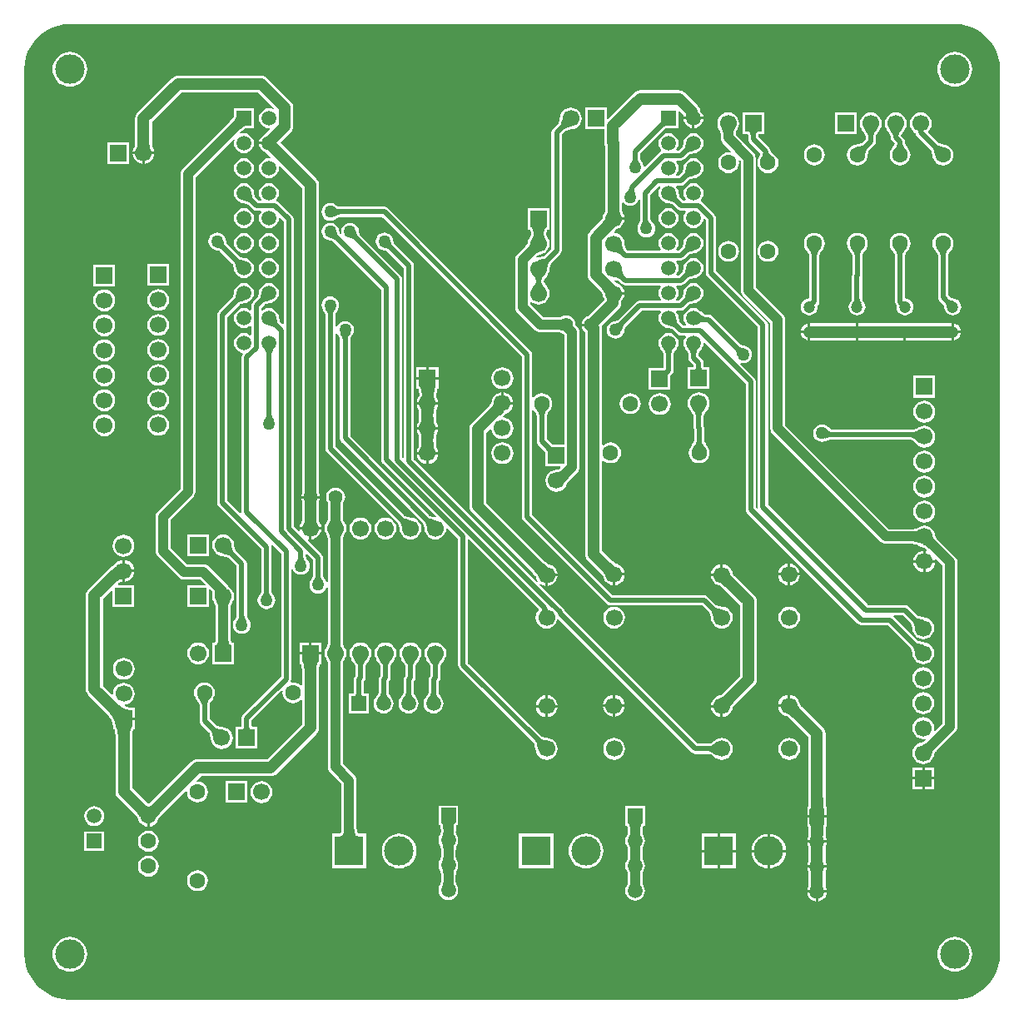
<source format=gtl>
G04*
G04 #@! TF.GenerationSoftware,Altium Limited,Altium Designer,20.2.3 (150)*
G04*
G04 Layer_Physical_Order=1*
G04 Layer_Color=255*
%FSLAX24Y24*%
%MOIN*%
G70*
G04*
G04 #@! TF.SameCoordinates,D33FF55B-48EF-4710-8091-CBF0DB89F5B4*
G04*
G04*
G04 #@! TF.FilePolarity,Positive*
G04*
G01*
G75*
%ADD15C,0.0394*%
%ADD17C,0.0197*%
%ADD33C,0.0472*%
%ADD34R,0.0669X0.0669*%
%ADD35C,0.0669*%
%ADD36R,0.0669X0.0669*%
%ADD37R,0.0591X0.0591*%
%ADD38C,0.0591*%
%ADD39R,0.0591X0.0591*%
%ADD40C,0.0630*%
%ADD41C,0.0551*%
%ADD42C,0.0472*%
%ADD43R,0.1181X0.1181*%
%ADD44C,0.1181*%
%ADD45C,0.0500*%
G36*
X1969Y-153D02*
X37402D01*
X37408Y-152D01*
X37639Y-167D01*
X37872Y-213D01*
X38097Y-289D01*
X38310Y-395D01*
X38508Y-527D01*
X38687Y-683D01*
X38843Y-862D01*
X38975Y-1060D01*
X39081Y-1273D01*
X39157Y-1498D01*
X39203Y-1731D01*
X39216Y-1919D01*
X39217Y-1969D01*
X39217Y-1969D01*
X39217Y-2018D01*
Y-37352D01*
X39217Y-37352D01*
X39217Y-37402D01*
X39216Y-37451D01*
X39203Y-37639D01*
X39157Y-37872D01*
X39081Y-38097D01*
X38975Y-38310D01*
X38843Y-38508D01*
X38687Y-38687D01*
X38508Y-38843D01*
X38310Y-38975D01*
X38097Y-39081D01*
X37872Y-39157D01*
X37639Y-39203D01*
X37451Y-39216D01*
X37402Y-39217D01*
X37402Y-39217D01*
X37352Y-39217D01*
X2018D01*
X2018Y-39217D01*
X1969Y-39217D01*
X1919Y-39216D01*
X1731Y-39203D01*
X1498Y-39157D01*
X1273Y-39081D01*
X1060Y-38975D01*
X862Y-38843D01*
X683Y-38687D01*
X527Y-38508D01*
X395Y-38310D01*
X289Y-38097D01*
X213Y-37872D01*
X167Y-37639D01*
X152Y-37408D01*
X153Y-37402D01*
Y-1969D01*
X152Y-1962D01*
X167Y-1731D01*
X213Y-1498D01*
X289Y-1273D01*
X395Y-1060D01*
X527Y-862D01*
X683Y-683D01*
X862Y-527D01*
X1060Y-395D01*
X1273Y-289D01*
X1498Y-213D01*
X1731Y-167D01*
X1962Y-152D01*
X1969Y-153D01*
D02*
G37*
%LPC*%
G36*
X37402Y-1275D02*
X37266Y-1288D01*
X37136Y-1327D01*
X37016Y-1392D01*
X36911Y-1478D01*
X36825Y-1583D01*
X36761Y-1703D01*
X36721Y-1833D01*
X36708Y-1969D01*
X36721Y-2104D01*
X36761Y-2234D01*
X36825Y-2354D01*
X36911Y-2459D01*
X37016Y-2545D01*
X37136Y-2610D01*
X37266Y-2649D01*
X37402Y-2662D01*
X37537Y-2649D01*
X37667Y-2610D01*
X37787Y-2545D01*
X37892Y-2459D01*
X37979Y-2354D01*
X38043Y-2234D01*
X38082Y-2104D01*
X38095Y-1969D01*
X38082Y-1833D01*
X38043Y-1703D01*
X37979Y-1583D01*
X37892Y-1478D01*
X37787Y-1392D01*
X37667Y-1327D01*
X37537Y-1288D01*
X37402Y-1275D01*
D02*
G37*
G36*
X1969D02*
X1833Y-1288D01*
X1703Y-1327D01*
X1583Y-1392D01*
X1478Y-1478D01*
X1392Y-1583D01*
X1327Y-1703D01*
X1288Y-1833D01*
X1275Y-1969D01*
X1288Y-2104D01*
X1327Y-2234D01*
X1392Y-2354D01*
X1478Y-2459D01*
X1583Y-2545D01*
X1703Y-2610D01*
X1833Y-2649D01*
X1969Y-2662D01*
X2104Y-2649D01*
X2234Y-2610D01*
X2354Y-2545D01*
X2459Y-2459D01*
X2545Y-2354D01*
X2610Y-2234D01*
X2649Y-2104D01*
X2662Y-1969D01*
X2649Y-1833D01*
X2610Y-1703D01*
X2545Y-1583D01*
X2459Y-1478D01*
X2354Y-1392D01*
X2234Y-1327D01*
X2104Y-1288D01*
X1969Y-1275D01*
D02*
G37*
G36*
X6299Y-2220D02*
X6211Y-2231D01*
X6169Y-2249D01*
X6130Y-2265D01*
X6059Y-2319D01*
X4681Y-3697D01*
X4681Y-3697D01*
X4655Y-3731D01*
X4628Y-3767D01*
X4594Y-3849D01*
X4582Y-3937D01*
Y-4929D01*
X4580Y-4974D01*
X4576Y-5021D01*
X4573Y-5038D01*
X4571Y-5050D01*
X4569Y-5057D01*
X4568Y-5058D01*
X4566Y-5061D01*
X4565Y-5065D01*
X4542Y-5096D01*
X4498Y-5201D01*
X4489Y-5265D01*
X5353D01*
X5345Y-5201D01*
X5301Y-5096D01*
X5278Y-5065D01*
X5276Y-5061D01*
X5274Y-5058D01*
X5274Y-5057D01*
X5272Y-5050D01*
X5269Y-5038D01*
X5267Y-5023D01*
X5260Y-4921D01*
Y-4077D01*
X6440Y-2898D01*
X9505D01*
X10129Y-3522D01*
X10100Y-3564D01*
X10045Y-3541D01*
X9941Y-3527D01*
X9838Y-3541D01*
X9742Y-3581D01*
X9659Y-3644D01*
X9596Y-3727D01*
X9556Y-3823D01*
X9543Y-3926D01*
X9556Y-4029D01*
X9596Y-4125D01*
X9659Y-4208D01*
X9742Y-4271D01*
X9838Y-4311D01*
X9941Y-4325D01*
X9963Y-4322D01*
X9987Y-4369D01*
X9798Y-4557D01*
X9742Y-4581D01*
X9659Y-4644D01*
X9596Y-4727D01*
X9556Y-4823D01*
X9549Y-4876D01*
X9941D01*
Y-4976D01*
X9549D01*
X9556Y-5029D01*
X9596Y-5125D01*
X9659Y-5208D01*
X9742Y-5271D01*
X9838Y-5311D01*
X9848Y-5312D01*
X10023Y-5488D01*
X10000Y-5535D01*
X9941Y-5527D01*
X9838Y-5541D01*
X9742Y-5581D01*
X9659Y-5644D01*
X9596Y-5727D01*
X9556Y-5823D01*
X9543Y-5926D01*
X9556Y-6029D01*
X9596Y-6125D01*
X9659Y-6208D01*
X9742Y-6271D01*
X9838Y-6311D01*
X9941Y-6325D01*
X10045Y-6311D01*
X10141Y-6271D01*
X10223Y-6208D01*
X10287Y-6125D01*
X10326Y-6029D01*
X10340Y-5926D01*
X10332Y-5867D01*
X10380Y-5844D01*
X11261Y-6726D01*
Y-18965D01*
X11248Y-18996D01*
X11242Y-19044D01*
X11614D01*
X11986D01*
X11980Y-18996D01*
X11942Y-18905D01*
X11940Y-18901D01*
Y-6585D01*
X11928Y-6497D01*
X11894Y-6415D01*
X11840Y-6345D01*
X10405Y-4910D01*
X10820Y-4495D01*
X10820Y-4495D01*
X10874Y-4425D01*
X10908Y-4343D01*
X10913Y-4299D01*
X10919Y-4255D01*
X10919Y-4255D01*
Y-3493D01*
X10908Y-3406D01*
X10894Y-3372D01*
X10874Y-3324D01*
X10820Y-3254D01*
X9885Y-2319D01*
X9815Y-2265D01*
X9767Y-2246D01*
X9733Y-2231D01*
X9646Y-2220D01*
X6299D01*
X6299Y-2220D01*
D02*
G37*
G36*
X26378Y-2810D02*
X24803D01*
X24715Y-2822D01*
X24682Y-2836D01*
X24634Y-2856D01*
X24563Y-2910D01*
X23516Y-3957D01*
X23466Y-3936D01*
Y-3502D01*
X22597D01*
Y-4372D01*
X23375D01*
Y-4908D01*
X23386Y-4996D01*
X23405Y-5041D01*
Y-7563D01*
X23403Y-7608D01*
X23399Y-7655D01*
X23396Y-7671D01*
X23394Y-7684D01*
X23391Y-7691D01*
X23391Y-7692D01*
X23389Y-7695D01*
X23388Y-7699D01*
X23364Y-7730D01*
X23321Y-7835D01*
X23312Y-7903D01*
X23309Y-7909D01*
X23308Y-7920D01*
X23306Y-7926D01*
X23302Y-7936D01*
X23296Y-7948D01*
X23287Y-7963D01*
X23276Y-7979D01*
X23224Y-8040D01*
X22792Y-8473D01*
X22738Y-8543D01*
X22718Y-8591D01*
X22704Y-8625D01*
X22692Y-8713D01*
Y-10185D01*
X22704Y-10273D01*
X22718Y-10307D01*
X22738Y-10355D01*
X22792Y-10425D01*
X23228Y-10861D01*
X23242Y-10876D01*
X23276Y-10918D01*
X23287Y-10934D01*
X23296Y-10949D01*
X23302Y-10962D01*
X23306Y-10972D01*
X23308Y-10978D01*
X23309Y-10988D01*
X23312Y-10994D01*
X23321Y-11062D01*
X23364Y-11168D01*
X23367Y-11172D01*
Y-11192D01*
X22710Y-11850D01*
X22645Y-11877D01*
X22567Y-11937D01*
X22507Y-12015D01*
X22469Y-12107D01*
X22462Y-12155D01*
X22835D01*
Y-12255D01*
X22462D01*
X22469Y-12303D01*
X22507Y-12394D01*
X22567Y-12473D01*
X22612Y-12508D01*
Y-21387D01*
X22624Y-21475D01*
X22638Y-21509D01*
X22658Y-21557D01*
X22712Y-21627D01*
X23244Y-22160D01*
X23274Y-22192D01*
X23305Y-22229D01*
X23315Y-22242D01*
X23322Y-22253D01*
X23325Y-22260D01*
X23326Y-22261D01*
X23326Y-22264D01*
X23328Y-22268D01*
X23333Y-22306D01*
X23377Y-22412D01*
X23447Y-22503D01*
X23537Y-22572D01*
X23643Y-22616D01*
X23707Y-22624D01*
Y-22193D01*
X23757D01*
Y-22143D01*
X24189D01*
X24180Y-22079D01*
X24136Y-21973D01*
X24067Y-21883D01*
X23976Y-21813D01*
X23870Y-21769D01*
X23832Y-21764D01*
X23828Y-21762D01*
X23825Y-21761D01*
X23824Y-21761D01*
X23817Y-21757D01*
X23806Y-21750D01*
X23794Y-21742D01*
X23718Y-21674D01*
X23291Y-21247D01*
Y-17650D01*
X23341Y-17630D01*
X23413Y-17685D01*
X23514Y-17727D01*
X23622Y-17741D01*
X23730Y-17727D01*
X23831Y-17685D01*
X23918Y-17619D01*
X23985Y-17532D01*
X24026Y-17431D01*
X24041Y-17323D01*
X24026Y-17215D01*
X23985Y-17114D01*
X23918Y-17027D01*
X23831Y-16960D01*
X23730Y-16919D01*
X23622Y-16904D01*
X23514Y-16919D01*
X23413Y-16960D01*
X23341Y-17016D01*
X23291Y-16996D01*
Y-12343D01*
X23291Y-12343D01*
X23279Y-12255D01*
X23275Y-12244D01*
X23946Y-11573D01*
X24000Y-11502D01*
X24034Y-11421D01*
X24046Y-11333D01*
Y-11265D01*
X24054Y-11259D01*
X24124Y-11168D01*
X24168Y-11062D01*
X24176Y-10999D01*
X23744D01*
Y-10899D01*
X24176D01*
X24168Y-10835D01*
X24124Y-10730D01*
X24054Y-10639D01*
X23963Y-10569D01*
X23862Y-10527D01*
X23776Y-10448D01*
X23800Y-10401D01*
X23823Y-10406D01*
X23894Y-10424D01*
X23920Y-10433D01*
X23941Y-10442D01*
X23957Y-10450D01*
X23962Y-10453D01*
X24072Y-10563D01*
X24138Y-10607D01*
X24215Y-10622D01*
X25613D01*
X25638Y-10672D01*
X25596Y-10727D01*
X25556Y-10823D01*
X25543Y-10926D01*
X25556Y-11029D01*
X25596Y-11125D01*
X25638Y-11180D01*
X25613Y-11230D01*
X24788D01*
X24711Y-11245D01*
X24645Y-11289D01*
X23932Y-12002D01*
X23930Y-12004D01*
X23919Y-12011D01*
X23905Y-12018D01*
X23889Y-12024D01*
X23870Y-12031D01*
X23850Y-12037D01*
X23797Y-12049D01*
X23768Y-12053D01*
X23760Y-12056D01*
X23728Y-12061D01*
X23642Y-12096D01*
X23569Y-12152D01*
X23513Y-12225D01*
X23478Y-12310D01*
X23466Y-12402D01*
X23478Y-12493D01*
X23513Y-12578D01*
X23569Y-12651D01*
X23642Y-12707D01*
X23728Y-12743D01*
X23819Y-12755D01*
X23910Y-12743D01*
X23995Y-12707D01*
X24069Y-12651D01*
X24125Y-12578D01*
X24160Y-12493D01*
X24164Y-12461D01*
X24167Y-12453D01*
X24172Y-12423D01*
X24183Y-12371D01*
X24189Y-12350D01*
X24196Y-12331D01*
X24203Y-12315D01*
X24210Y-12301D01*
X24217Y-12290D01*
X24218Y-12289D01*
X24872Y-11635D01*
X25604D01*
X25628Y-11685D01*
X25596Y-11727D01*
X25556Y-11823D01*
X25543Y-11926D01*
X25556Y-12029D01*
X25596Y-12125D01*
X25659Y-12208D01*
X25742Y-12271D01*
X25838Y-12311D01*
X25875Y-12316D01*
X25883Y-12319D01*
X25964Y-12333D01*
X26029Y-12348D01*
X26054Y-12356D01*
X26076Y-12364D01*
X26094Y-12372D01*
X26107Y-12379D01*
X26111Y-12382D01*
X26305Y-12575D01*
X26370Y-12619D01*
X26448Y-12635D01*
X26604D01*
X26628Y-12685D01*
X26596Y-12727D01*
X26556Y-12823D01*
X26543Y-12926D01*
X26556Y-13029D01*
X26596Y-13125D01*
X26619Y-13155D01*
X26622Y-13162D01*
X26670Y-13229D01*
X26705Y-13286D01*
X26717Y-13310D01*
X26727Y-13331D01*
X26734Y-13349D01*
X26738Y-13364D01*
X26739Y-13368D01*
Y-13533D01*
X26754Y-13610D01*
X26798Y-13676D01*
X26946Y-13824D01*
Y-13854D01*
X26945Y-13869D01*
X26942Y-13890D01*
X26938Y-13904D01*
X26937Y-13906D01*
X26714D01*
Y-14775D01*
X27583D01*
Y-13906D01*
X27360D01*
X27360Y-13904D01*
X27356Y-13890D01*
X27352Y-13869D01*
X27351Y-13854D01*
Y-13740D01*
X27335Y-13663D01*
X27292Y-13597D01*
X27144Y-13449D01*
Y-13368D01*
X27144Y-13364D01*
X27149Y-13349D01*
X27156Y-13331D01*
X27166Y-13310D01*
X27178Y-13287D01*
X27235Y-13197D01*
X27260Y-13163D01*
X27263Y-13155D01*
X27287Y-13125D01*
X27326Y-13029D01*
X27339Y-12932D01*
X27377Y-12908D01*
X27383Y-12905D01*
X29028Y-14551D01*
Y-19585D01*
X29044Y-19662D01*
X29088Y-19728D01*
X33518Y-24159D01*
X33584Y-24203D01*
X33661Y-24218D01*
X34727D01*
X35638Y-25128D01*
X35641Y-25133D01*
X35649Y-25149D01*
X35657Y-25171D01*
X35666Y-25195D01*
X35702Y-25359D01*
X35710Y-25409D01*
X35713Y-25417D01*
X35718Y-25460D01*
X35762Y-25566D01*
X35832Y-25656D01*
X35923Y-25726D01*
X36028Y-25770D01*
X36142Y-25785D01*
X36255Y-25770D01*
X36361Y-25726D01*
X36452Y-25656D01*
X36521Y-25566D01*
X36565Y-25460D01*
X36580Y-25346D01*
X36565Y-25233D01*
X36521Y-25127D01*
X36452Y-25036D01*
X36361Y-24967D01*
X36255Y-24923D01*
X36213Y-24917D01*
X36204Y-24914D01*
X36152Y-24906D01*
X36063Y-24889D01*
X35992Y-24871D01*
X35966Y-24862D01*
X35944Y-24853D01*
X35929Y-24846D01*
X35924Y-24842D01*
X34956Y-23874D01*
X34956Y-23867D01*
X34972Y-23824D01*
X35334D01*
X35638Y-24128D01*
X35641Y-24133D01*
X35649Y-24149D01*
X35657Y-24171D01*
X35666Y-24195D01*
X35702Y-24359D01*
X35710Y-24409D01*
X35713Y-24417D01*
X35718Y-24460D01*
X35762Y-24566D01*
X35832Y-24656D01*
X35923Y-24726D01*
X36028Y-24770D01*
X36142Y-24785D01*
X36255Y-24770D01*
X36361Y-24726D01*
X36452Y-24656D01*
X36521Y-24566D01*
X36565Y-24460D01*
X36580Y-24346D01*
X36565Y-24233D01*
X36521Y-24127D01*
X36452Y-24036D01*
X36361Y-23967D01*
X36255Y-23923D01*
X36213Y-23917D01*
X36204Y-23914D01*
X36152Y-23906D01*
X36063Y-23889D01*
X35992Y-23871D01*
X35966Y-23862D01*
X35944Y-23853D01*
X35929Y-23846D01*
X35924Y-23842D01*
X35560Y-23479D01*
X35495Y-23435D01*
X35417Y-23420D01*
X33942D01*
X29927Y-19404D01*
Y-12205D01*
X29911Y-12127D01*
X29867Y-12062D01*
X27842Y-10036D01*
Y-7926D01*
X27826Y-7848D01*
X27782Y-7783D01*
X27276Y-7277D01*
X27244Y-7255D01*
X27239Y-7244D01*
X27236Y-7191D01*
X27287Y-7125D01*
X27326Y-7029D01*
X27340Y-6926D01*
X27326Y-6823D01*
X27287Y-6727D01*
X27223Y-6644D01*
X27141Y-6581D01*
X27045Y-6541D01*
X26941Y-6527D01*
X26838Y-6541D01*
X26742Y-6581D01*
X26659Y-6644D01*
X26596Y-6727D01*
X26556Y-6823D01*
X26543Y-6926D01*
X26556Y-7029D01*
X26596Y-7125D01*
X26628Y-7167D01*
X26604Y-7217D01*
X26519D01*
X26397Y-7096D01*
X26395Y-7092D01*
X26387Y-7079D01*
X26379Y-7061D01*
X26371Y-7039D01*
X26364Y-7014D01*
X26341Y-6909D01*
X26334Y-6869D01*
X26331Y-6860D01*
X26326Y-6823D01*
X26287Y-6727D01*
X26254Y-6685D01*
X26279Y-6635D01*
X26435D01*
X26512Y-6619D01*
X26578Y-6575D01*
X26772Y-6382D01*
X26775Y-6379D01*
X26789Y-6372D01*
X26807Y-6364D01*
X26829Y-6356D01*
X26853Y-6348D01*
X26958Y-6325D01*
X26999Y-6319D01*
X27007Y-6316D01*
X27045Y-6311D01*
X27141Y-6271D01*
X27223Y-6208D01*
X27287Y-6125D01*
X27326Y-6029D01*
X27340Y-5926D01*
X27326Y-5823D01*
X27287Y-5727D01*
X27223Y-5644D01*
X27141Y-5581D01*
X27045Y-5541D01*
X26941Y-5527D01*
X26838Y-5541D01*
X26742Y-5581D01*
X26659Y-5644D01*
X26596Y-5727D01*
X26556Y-5823D01*
X26551Y-5860D01*
X26548Y-5867D01*
X26535Y-5948D01*
X26519Y-6013D01*
X26511Y-6039D01*
X26503Y-6061D01*
X26495Y-6079D01*
X26488Y-6092D01*
X26485Y-6096D01*
X26351Y-6230D01*
X26269D01*
X26245Y-6180D01*
X26287Y-6125D01*
X26326Y-6029D01*
X26340Y-5926D01*
X26326Y-5823D01*
X26287Y-5727D01*
X26245Y-5672D01*
X26269Y-5622D01*
X26448D01*
X26525Y-5607D01*
X26591Y-5563D01*
X26772Y-5382D01*
X26775Y-5379D01*
X26789Y-5372D01*
X26807Y-5364D01*
X26829Y-5356D01*
X26853Y-5348D01*
X26958Y-5325D01*
X26999Y-5319D01*
X27007Y-5316D01*
X27045Y-5311D01*
X27141Y-5271D01*
X27223Y-5208D01*
X27287Y-5125D01*
X27326Y-5029D01*
X27340Y-4926D01*
X27326Y-4823D01*
X27287Y-4727D01*
X27223Y-4644D01*
X27141Y-4581D01*
X27045Y-4541D01*
X26941Y-4527D01*
X26838Y-4541D01*
X26742Y-4581D01*
X26659Y-4644D01*
X26596Y-4727D01*
X26556Y-4823D01*
X26551Y-4860D01*
X26548Y-4867D01*
X26535Y-4948D01*
X26519Y-5013D01*
X26511Y-5039D01*
X26503Y-5061D01*
X26495Y-5079D01*
X26488Y-5092D01*
X26485Y-5096D01*
X26364Y-5217D01*
X26279D01*
X26254Y-5167D01*
X26287Y-5125D01*
X26326Y-5029D01*
X26340Y-4926D01*
X26326Y-4823D01*
X26287Y-4727D01*
X26223Y-4644D01*
X26141Y-4581D01*
X26045Y-4541D01*
X25941Y-4527D01*
X25838Y-4541D01*
X25742Y-4581D01*
X25659Y-4644D01*
X25596Y-4727D01*
X25556Y-4823D01*
X25543Y-4926D01*
X25556Y-5029D01*
X25596Y-5125D01*
X25646Y-5191D01*
X25644Y-5244D01*
X25639Y-5255D01*
X25606Y-5277D01*
X25006Y-5877D01*
X24953Y-5859D01*
X24947Y-5814D01*
X24912Y-5729D01*
X24892Y-5703D01*
X24889Y-5696D01*
X24871Y-5671D01*
X24842Y-5626D01*
X24832Y-5607D01*
X24823Y-5589D01*
X24817Y-5573D01*
X24812Y-5558D01*
X24809Y-5545D01*
X24809Y-5543D01*
Y-5345D01*
X25756Y-4397D01*
X25792Y-4364D01*
X25821Y-4341D01*
X25847Y-4323D01*
X25850Y-4321D01*
X25922D01*
X25926Y-4322D01*
X25929Y-4321D01*
X26337D01*
Y-3653D01*
X26383Y-3634D01*
X26543Y-3794D01*
Y-3835D01*
X26549Y-3876D01*
X26941D01*
X27333D01*
X27326Y-3823D01*
X27287Y-3727D01*
X27223Y-3644D01*
X27220Y-3641D01*
X27210Y-3566D01*
X27195Y-3531D01*
X27176Y-3484D01*
X27122Y-3414D01*
X27122Y-3414D01*
X26618Y-2910D01*
X26588Y-2887D01*
X26548Y-2856D01*
X26466Y-2822D01*
X26405Y-2814D01*
X26378Y-2810D01*
D02*
G37*
G36*
X27333Y-3976D02*
X26991D01*
Y-4318D01*
X27045Y-4311D01*
X27141Y-4271D01*
X27223Y-4208D01*
X27287Y-4125D01*
X27326Y-4029D01*
X27333Y-3976D01*
D02*
G37*
G36*
X26891D02*
X26549D01*
X26556Y-4029D01*
X26596Y-4125D01*
X26659Y-4208D01*
X26742Y-4271D01*
X26838Y-4311D01*
X26891Y-4318D01*
Y-3976D01*
D02*
G37*
G36*
X9337Y-3531D02*
X8546D01*
Y-3659D01*
X8545Y-3663D01*
X8546Y-3667D01*
Y-3844D01*
X8528Y-3876D01*
X8488Y-3932D01*
X8371Y-4071D01*
X8320Y-4124D01*
X6481Y-5963D01*
X6434Y-6025D01*
X6404Y-6097D01*
X6393Y-6174D01*
Y-18774D01*
X5497Y-19670D01*
X5449Y-19732D01*
X5419Y-19804D01*
X5409Y-19882D01*
Y-21260D01*
X5419Y-21337D01*
X5449Y-21410D01*
X5497Y-21472D01*
X6326Y-22301D01*
X6388Y-22348D01*
X6460Y-22378D01*
X6538Y-22388D01*
X7201D01*
X7403Y-22590D01*
X7384Y-22636D01*
X6676D01*
Y-23505D01*
X7545D01*
Y-22797D01*
X7591Y-22778D01*
X7629Y-22816D01*
X7636Y-22824D01*
X7647Y-22839D01*
X7657Y-22855D01*
X7665Y-22873D01*
X7671Y-22892D01*
X7676Y-22912D01*
X7679Y-22935D01*
X7681Y-22959D01*
X7680Y-22986D01*
X7677Y-23018D01*
X7678Y-23026D01*
X7672Y-23071D01*
X7687Y-23184D01*
X7731Y-23290D01*
X7756Y-23323D01*
X7758Y-23329D01*
X7769Y-23345D01*
X7777Y-23359D01*
X7785Y-23375D01*
X7791Y-23393D01*
X7797Y-23412D01*
X7802Y-23434D01*
X7806Y-23457D01*
X7811Y-23513D01*
X7811Y-23514D01*
Y-24659D01*
X7810Y-24698D01*
X7806Y-24760D01*
X7800Y-24813D01*
X7792Y-24856D01*
X7783Y-24889D01*
X7774Y-24910D01*
X7768Y-24919D01*
X7764Y-24920D01*
X7676D01*
Y-25017D01*
X7675Y-25021D01*
X7676Y-25025D01*
Y-25789D01*
X8545D01*
Y-25025D01*
X8546Y-25021D01*
X8545Y-25017D01*
Y-24920D01*
X8456D01*
X8453Y-24919D01*
X8447Y-24910D01*
X8438Y-24889D01*
X8428Y-24856D01*
X8421Y-24814D01*
X8410Y-24697D01*
X8410Y-24659D01*
Y-23530D01*
X8412Y-23483D01*
X8414Y-23458D01*
X8418Y-23434D01*
X8423Y-23412D01*
X8429Y-23393D01*
X8436Y-23375D01*
X8443Y-23359D01*
X8451Y-23345D01*
X8462Y-23329D01*
X8465Y-23323D01*
X8490Y-23290D01*
X8534Y-23184D01*
X8549Y-23071D01*
X8534Y-22957D01*
X8490Y-22852D01*
X8420Y-22761D01*
X8329Y-22691D01*
X8324Y-22689D01*
X8317Y-22672D01*
X8269Y-22610D01*
X7537Y-21877D01*
X7475Y-21830D01*
X7403Y-21800D01*
X7325Y-21789D01*
X6662D01*
X6008Y-21136D01*
Y-20006D01*
X6905Y-19109D01*
X6952Y-19047D01*
X6982Y-18975D01*
X6992Y-18898D01*
Y-6298D01*
X8526Y-4764D01*
X8569Y-4793D01*
X8556Y-4823D01*
X8543Y-4926D01*
X8556Y-5029D01*
X8596Y-5125D01*
X8659Y-5208D01*
X8742Y-5271D01*
X8838Y-5311D01*
X8941Y-5325D01*
X9045Y-5311D01*
X9141Y-5271D01*
X9223Y-5208D01*
X9287Y-5125D01*
X9326Y-5029D01*
X9340Y-4926D01*
X9326Y-4823D01*
X9287Y-4727D01*
X9223Y-4644D01*
X9141Y-4581D01*
X9045Y-4541D01*
X8941Y-4527D01*
X8838Y-4541D01*
X8814Y-4551D01*
X8787Y-4508D01*
X8870Y-4431D01*
X8934Y-4380D01*
X8991Y-4340D01*
X9024Y-4321D01*
X9200D01*
X9204Y-4322D01*
X9208Y-4321D01*
X9337D01*
Y-3531D01*
D02*
G37*
G36*
X33474Y-3699D02*
X32605D01*
Y-4569D01*
X33474D01*
Y-3699D01*
D02*
G37*
G36*
X28331Y-3695D02*
X28217Y-3710D01*
X28112Y-3754D01*
X28021Y-3824D01*
X27951Y-3915D01*
X27907Y-4020D01*
X27892Y-4134D01*
X27907Y-4247D01*
X27951Y-4353D01*
X27976Y-4386D01*
X27979Y-4392D01*
X27990Y-4408D01*
X27998Y-4422D01*
X28005Y-4438D01*
X28012Y-4456D01*
X28017Y-4475D01*
X28022Y-4497D01*
X28026Y-4520D01*
X28031Y-4576D01*
X28031Y-4577D01*
Y-4709D01*
X28041Y-4786D01*
X28071Y-4858D01*
X28119Y-4920D01*
X28452Y-5254D01*
X28429Y-5301D01*
X28346Y-5290D01*
X28238Y-5304D01*
X28137Y-5346D01*
X28051Y-5413D01*
X27984Y-5499D01*
X27942Y-5600D01*
X27928Y-5709D01*
X27942Y-5817D01*
X27984Y-5918D01*
X28051Y-6005D01*
X28137Y-6071D01*
X28238Y-6113D01*
X28346Y-6127D01*
X28455Y-6113D01*
X28556Y-6071D01*
X28642Y-6005D01*
X28709Y-5918D01*
X28751Y-5817D01*
X28765Y-5709D01*
X28754Y-5626D01*
X28802Y-5603D01*
X28834Y-5636D01*
Y-10827D01*
X28845Y-10904D01*
X28875Y-10976D01*
X28922Y-11038D01*
X30016Y-12132D01*
Y-16339D01*
X30026Y-16416D01*
X30056Y-16488D01*
X30103Y-16550D01*
X34442Y-20889D01*
X34504Y-20936D01*
X34576Y-20966D01*
X34654Y-20977D01*
X35722D01*
X35769Y-20979D01*
X35794Y-20981D01*
X35818Y-20985D01*
X35840Y-20990D01*
X35859Y-20996D01*
X35877Y-21003D01*
X35893Y-21010D01*
X35907Y-21018D01*
X35923Y-21029D01*
X35929Y-21032D01*
X35962Y-21057D01*
X36068Y-21101D01*
X36108Y-21106D01*
X36115Y-21109D01*
X36134Y-21112D01*
X36150Y-21117D01*
X36166Y-21123D01*
X36183Y-21130D01*
X36201Y-21140D01*
X36220Y-21152D01*
X36239Y-21165D01*
X36282Y-21202D01*
X36283Y-21202D01*
X36259Y-21249D01*
X36231Y-21245D01*
Y-21627D01*
X36613D01*
X36609Y-21599D01*
X36657Y-21576D01*
X36905Y-21825D01*
Y-28159D01*
X36617Y-28447D01*
X36570Y-28424D01*
X36580Y-28346D01*
X36565Y-28233D01*
X36521Y-28127D01*
X36452Y-28036D01*
X36361Y-27967D01*
X36255Y-27923D01*
X36142Y-27908D01*
X36028Y-27923D01*
X35923Y-27967D01*
X35832Y-28036D01*
X35762Y-28127D01*
X35718Y-28233D01*
X35703Y-28346D01*
X35718Y-28460D01*
X35762Y-28566D01*
X35832Y-28656D01*
X35923Y-28726D01*
X36028Y-28770D01*
X36142Y-28785D01*
X36219Y-28775D01*
X36242Y-28822D01*
X36220Y-28842D01*
X36200Y-28858D01*
X36181Y-28872D01*
X36162Y-28883D01*
X36144Y-28893D01*
X36127Y-28901D01*
X36110Y-28907D01*
X36095Y-28911D01*
X36076Y-28915D01*
X36069Y-28918D01*
X36028Y-28923D01*
X35923Y-28967D01*
X35832Y-29036D01*
X35762Y-29127D01*
X35718Y-29233D01*
X35703Y-29346D01*
X35718Y-29460D01*
X35762Y-29566D01*
X35832Y-29656D01*
X35923Y-29726D01*
X36028Y-29770D01*
X36142Y-29785D01*
X36255Y-29770D01*
X36361Y-29726D01*
X36452Y-29656D01*
X36521Y-29566D01*
X36565Y-29460D01*
X36571Y-29419D01*
X36573Y-29412D01*
X36577Y-29393D01*
X36581Y-29378D01*
X36587Y-29362D01*
X36595Y-29344D01*
X36605Y-29326D01*
X36617Y-29307D01*
X36630Y-29289D01*
X36666Y-29245D01*
X36667Y-29245D01*
X37416Y-28495D01*
X37464Y-28433D01*
X37494Y-28361D01*
X37504Y-28283D01*
Y-21701D01*
X37494Y-21623D01*
X37464Y-21551D01*
X37416Y-21489D01*
X36718Y-20790D01*
X36686Y-20755D01*
X36670Y-20736D01*
X36656Y-20716D01*
X36644Y-20697D01*
X36634Y-20679D01*
X36626Y-20662D01*
X36620Y-20646D01*
X36616Y-20630D01*
X36613Y-20611D01*
X36610Y-20605D01*
X36605Y-20564D01*
X36561Y-20458D01*
X36491Y-20367D01*
X36400Y-20298D01*
X36295Y-20254D01*
X36181Y-20239D01*
X36068Y-20254D01*
X35962Y-20298D01*
X35929Y-20323D01*
X35923Y-20325D01*
X35907Y-20336D01*
X35893Y-20344D01*
X35877Y-20352D01*
X35859Y-20358D01*
X35840Y-20364D01*
X35818Y-20369D01*
X35795Y-20373D01*
X35739Y-20378D01*
X35738Y-20378D01*
X34778D01*
X30614Y-16215D01*
Y-12008D01*
X30604Y-11930D01*
X30574Y-11858D01*
X30527Y-11796D01*
X29433Y-10703D01*
Y-5512D01*
X29423Y-5434D01*
X29393Y-5362D01*
X29346Y-5300D01*
X28630Y-4585D01*
X28632Y-4546D01*
X28635Y-4521D01*
X28639Y-4497D01*
X28644Y-4475D01*
X28650Y-4456D01*
X28656Y-4438D01*
X28664Y-4422D01*
X28671Y-4408D01*
X28682Y-4392D01*
X28685Y-4386D01*
X28710Y-4353D01*
X28754Y-4247D01*
X28769Y-4134D01*
X28754Y-4020D01*
X28710Y-3915D01*
X28641Y-3824D01*
X28550Y-3754D01*
X28444Y-3710D01*
X28331Y-3695D01*
D02*
G37*
G36*
X5353Y-5365D02*
X4971D01*
Y-5747D01*
X5035Y-5738D01*
X5140Y-5695D01*
X5231Y-5625D01*
X5301Y-5534D01*
X5345Y-5428D01*
X5353Y-5365D01*
D02*
G37*
G36*
X4871D02*
X4489D01*
X4498Y-5428D01*
X4542Y-5534D01*
X4611Y-5625D01*
X4702Y-5695D01*
X4808Y-5738D01*
X4871Y-5747D01*
Y-5365D01*
D02*
G37*
G36*
X4356Y-4880D02*
X3487D01*
Y-5750D01*
X4356D01*
Y-4880D01*
D02*
G37*
G36*
X36039Y-3695D02*
X35926Y-3710D01*
X35820Y-3754D01*
X35729Y-3824D01*
X35660Y-3915D01*
X35616Y-4020D01*
X35601Y-4134D01*
X35616Y-4247D01*
X35660Y-4353D01*
X35729Y-4444D01*
X35820Y-4514D01*
X35841Y-4522D01*
X35852Y-4581D01*
X35896Y-4647D01*
X36449Y-5200D01*
X36452Y-5204D01*
X36459Y-5217D01*
X36477Y-5264D01*
X36485Y-5290D01*
X36509Y-5408D01*
X36517Y-5454D01*
X36520Y-5462D01*
X36525Y-5502D01*
X36567Y-5603D01*
X36633Y-5690D01*
X36720Y-5756D01*
X36821Y-5798D01*
X36929Y-5812D01*
X37037Y-5798D01*
X37138Y-5756D01*
X37225Y-5690D01*
X37292Y-5603D01*
X37333Y-5502D01*
X37348Y-5394D01*
X37333Y-5285D01*
X37292Y-5184D01*
X37225Y-5098D01*
X37138Y-5031D01*
X37037Y-4989D01*
X36998Y-4984D01*
X36990Y-4981D01*
X36899Y-4966D01*
X36862Y-4958D01*
X36797Y-4941D01*
X36774Y-4932D01*
X36754Y-4924D01*
X36739Y-4916D01*
X36735Y-4914D01*
X36329Y-4507D01*
X36332Y-4457D01*
X36349Y-4444D01*
X36419Y-4353D01*
X36463Y-4247D01*
X36478Y-4134D01*
X36463Y-4020D01*
X36419Y-3915D01*
X36349Y-3824D01*
X36259Y-3754D01*
X36153Y-3710D01*
X36039Y-3695D01*
D02*
G37*
G36*
X35039D02*
X34926Y-3710D01*
X34820Y-3754D01*
X34729Y-3824D01*
X34660Y-3915D01*
X34616Y-4020D01*
X34601Y-4134D01*
X34616Y-4247D01*
X34660Y-4353D01*
X34686Y-4387D01*
X34690Y-4395D01*
X34721Y-4437D01*
X34772Y-4513D01*
X34809Y-4576D01*
X34821Y-4601D01*
X34830Y-4622D01*
X34836Y-4639D01*
X34837Y-4644D01*
Y-4687D01*
X34852Y-4764D01*
X34896Y-4830D01*
X35004Y-4938D01*
X34984Y-4983D01*
X34971Y-5006D01*
X34906Y-5107D01*
X34879Y-5144D01*
X34875Y-5152D01*
X34850Y-5184D01*
X34808Y-5285D01*
X34794Y-5394D01*
X34808Y-5502D01*
X34850Y-5603D01*
X34917Y-5690D01*
X35003Y-5756D01*
X35104Y-5798D01*
X35213Y-5812D01*
X35321Y-5798D01*
X35422Y-5756D01*
X35509Y-5690D01*
X35575Y-5603D01*
X35617Y-5502D01*
X35631Y-5394D01*
X35617Y-5285D01*
X35575Y-5184D01*
X35551Y-5153D01*
X35547Y-5145D01*
X35493Y-5070D01*
X35473Y-5039D01*
X35440Y-4980D01*
X35429Y-4958D01*
X35421Y-4938D01*
X35416Y-4922D01*
X35415Y-4917D01*
Y-4860D01*
X35400Y-4783D01*
X35356Y-4717D01*
X35252Y-4613D01*
X35258Y-4601D01*
X35269Y-4578D01*
X35359Y-4436D01*
X35389Y-4395D01*
X35393Y-4387D01*
X35419Y-4353D01*
X35463Y-4247D01*
X35478Y-4134D01*
X35463Y-4020D01*
X35419Y-3915D01*
X35349Y-3824D01*
X35259Y-3754D01*
X35153Y-3710D01*
X35039Y-3695D01*
D02*
G37*
G36*
X34039D02*
X33926Y-3710D01*
X33820Y-3754D01*
X33729Y-3824D01*
X33660Y-3915D01*
X33616Y-4020D01*
X33601Y-4134D01*
X33616Y-4247D01*
X33660Y-4353D01*
X33686Y-4387D01*
X33690Y-4395D01*
X33721Y-4437D01*
X33772Y-4513D01*
X33809Y-4576D01*
X33821Y-4601D01*
X33830Y-4622D01*
X33836Y-4639D01*
X33837Y-4644D01*
Y-4767D01*
X33690Y-4914D01*
X33686Y-4916D01*
X33673Y-4923D01*
X33625Y-4942D01*
X33599Y-4949D01*
X33482Y-4974D01*
X33436Y-4981D01*
X33428Y-4984D01*
X33388Y-4989D01*
X33287Y-5031D01*
X33200Y-5098D01*
X33134Y-5184D01*
X33092Y-5285D01*
X33078Y-5394D01*
X33092Y-5502D01*
X33134Y-5603D01*
X33200Y-5690D01*
X33287Y-5756D01*
X33388Y-5798D01*
X33496Y-5812D01*
X33604Y-5798D01*
X33705Y-5756D01*
X33792Y-5690D01*
X33859Y-5603D01*
X33900Y-5502D01*
X33906Y-5463D01*
X33908Y-5455D01*
X33924Y-5363D01*
X33931Y-5327D01*
X33949Y-5262D01*
X33957Y-5238D01*
X33966Y-5219D01*
X33973Y-5204D01*
X33976Y-5200D01*
X34182Y-4993D01*
X34226Y-4928D01*
X34242Y-4850D01*
Y-4644D01*
X34243Y-4639D01*
X34249Y-4622D01*
X34258Y-4601D01*
X34269Y-4578D01*
X34359Y-4436D01*
X34389Y-4395D01*
X34393Y-4387D01*
X34419Y-4353D01*
X34463Y-4247D01*
X34478Y-4134D01*
X34463Y-4020D01*
X34419Y-3915D01*
X34349Y-3824D01*
X34259Y-3754D01*
X34153Y-3710D01*
X34039Y-3695D01*
D02*
G37*
G36*
X31780Y-4975D02*
X31671Y-4989D01*
X31570Y-5031D01*
X31484Y-5098D01*
X31417Y-5184D01*
X31375Y-5285D01*
X31361Y-5394D01*
X31375Y-5502D01*
X31417Y-5603D01*
X31484Y-5690D01*
X31570Y-5756D01*
X31671Y-5798D01*
X31780Y-5812D01*
X31888Y-5798D01*
X31989Y-5756D01*
X32075Y-5690D01*
X32142Y-5603D01*
X32184Y-5502D01*
X32198Y-5394D01*
X32184Y-5285D01*
X32142Y-5184D01*
X32075Y-5098D01*
X31989Y-5031D01*
X31888Y-4989D01*
X31780Y-4975D01*
D02*
G37*
G36*
X29765Y-3699D02*
X28896D01*
Y-4569D01*
X29119D01*
X29120Y-4571D01*
X29124Y-4585D01*
X29127Y-4606D01*
X29128Y-4621D01*
Y-4756D01*
X29144Y-4833D01*
X29188Y-4899D01*
X29625Y-5337D01*
X29619Y-5358D01*
X29566Y-5486D01*
X29561Y-5497D01*
X29559Y-5499D01*
X29555Y-5510D01*
X29549Y-5522D01*
X29547Y-5528D01*
X29517Y-5600D01*
X29503Y-5709D01*
X29517Y-5817D01*
X29559Y-5918D01*
X29625Y-6005D01*
X29712Y-6071D01*
X29813Y-6113D01*
X29921Y-6127D01*
X30030Y-6113D01*
X30131Y-6071D01*
X30217Y-6005D01*
X30284Y-5918D01*
X30326Y-5817D01*
X30340Y-5709D01*
X30326Y-5600D01*
X30284Y-5499D01*
X30217Y-5413D01*
X30156Y-5366D01*
X30152Y-5361D01*
X30132Y-5348D01*
X30131Y-5346D01*
X30130Y-5346D01*
X30099Y-5324D01*
X30080Y-5309D01*
X30065Y-5294D01*
X30053Y-5282D01*
X30045Y-5272D01*
X30041Y-5265D01*
X30041Y-5265D01*
Y-5264D01*
X30025Y-5186D01*
X29981Y-5121D01*
X29533Y-4672D01*
Y-4621D01*
X29534Y-4606D01*
X29538Y-4585D01*
X29542Y-4571D01*
X29543Y-4569D01*
X29765D01*
Y-3699D01*
D02*
G37*
G36*
X8941Y-5527D02*
X8838Y-5541D01*
X8742Y-5581D01*
X8659Y-5644D01*
X8596Y-5727D01*
X8556Y-5823D01*
X8543Y-5926D01*
X8556Y-6029D01*
X8596Y-6125D01*
X8659Y-6208D01*
X8742Y-6271D01*
X8838Y-6311D01*
X8941Y-6325D01*
X9045Y-6311D01*
X9141Y-6271D01*
X9223Y-6208D01*
X9287Y-6125D01*
X9326Y-6029D01*
X9340Y-5926D01*
X9326Y-5823D01*
X9287Y-5727D01*
X9223Y-5644D01*
X9141Y-5581D01*
X9045Y-5541D01*
X8941Y-5527D01*
D02*
G37*
G36*
X9941Y-6527D02*
X9838Y-6541D01*
X9742Y-6581D01*
X9659Y-6644D01*
X9596Y-6727D01*
X9556Y-6823D01*
X9543Y-6926D01*
X9556Y-7029D01*
X9596Y-7125D01*
X9638Y-7180D01*
X9613Y-7230D01*
X9520D01*
X9394Y-7104D01*
X9392Y-7101D01*
X9385Y-7088D01*
X9377Y-7070D01*
X9370Y-7048D01*
X9362Y-7023D01*
X9341Y-6917D01*
X9335Y-6875D01*
X9332Y-6866D01*
X9326Y-6823D01*
X9287Y-6727D01*
X9223Y-6644D01*
X9141Y-6581D01*
X9045Y-6541D01*
X8941Y-6527D01*
X8838Y-6541D01*
X8742Y-6581D01*
X8659Y-6644D01*
X8596Y-6727D01*
X8556Y-6823D01*
X8543Y-6926D01*
X8556Y-7029D01*
X8596Y-7125D01*
X8659Y-7208D01*
X8742Y-7271D01*
X8838Y-7311D01*
X8870Y-7315D01*
X8876Y-7318D01*
X8956Y-7333D01*
X9020Y-7349D01*
X9045Y-7357D01*
X9067Y-7366D01*
X9085Y-7374D01*
X9099Y-7382D01*
X9103Y-7385D01*
X9293Y-7575D01*
X9359Y-7619D01*
X9436Y-7635D01*
X9604D01*
X9628Y-7685D01*
X9596Y-7727D01*
X9556Y-7823D01*
X9543Y-7926D01*
X9556Y-8029D01*
X9596Y-8125D01*
X9659Y-8208D01*
X9742Y-8271D01*
X9838Y-8311D01*
X9941Y-8325D01*
X10045Y-8311D01*
X10141Y-8271D01*
X10223Y-8208D01*
X10287Y-8125D01*
X10326Y-8029D01*
X10338Y-7939D01*
X10385Y-7915D01*
X10530Y-8060D01*
Y-12163D01*
X10483Y-12182D01*
X10397Y-12096D01*
X10395Y-12092D01*
X10387Y-12079D01*
X10379Y-12061D01*
X10371Y-12039D01*
X10364Y-12014D01*
X10341Y-11909D01*
X10334Y-11869D01*
X10331Y-11860D01*
X10326Y-11823D01*
X10287Y-11727D01*
X10223Y-11644D01*
X10141Y-11581D01*
X10045Y-11541D01*
X9941Y-11527D01*
X9838Y-11541D01*
X9742Y-11581D01*
X9687Y-11623D01*
X9637Y-11598D01*
Y-11516D01*
X9772Y-11382D01*
X9775Y-11379D01*
X9789Y-11372D01*
X9807Y-11364D01*
X9829Y-11356D01*
X9853Y-11348D01*
X9958Y-11325D01*
X9999Y-11319D01*
X10007Y-11316D01*
X10045Y-11311D01*
X10141Y-11271D01*
X10223Y-11208D01*
X10287Y-11125D01*
X10326Y-11029D01*
X10340Y-10926D01*
X10326Y-10823D01*
X10287Y-10727D01*
X10223Y-10644D01*
X10141Y-10581D01*
X10045Y-10541D01*
X9941Y-10527D01*
X9838Y-10541D01*
X9742Y-10581D01*
X9659Y-10644D01*
X9596Y-10727D01*
X9556Y-10823D01*
X9551Y-10860D01*
X9548Y-10867D01*
X9535Y-10948D01*
X9519Y-11013D01*
X9511Y-11039D01*
X9503Y-11061D01*
X9495Y-11079D01*
X9488Y-11092D01*
X9485Y-11096D01*
X9292Y-11289D01*
X9248Y-11355D01*
X9233Y-11432D01*
Y-11588D01*
X9183Y-11613D01*
X9141Y-11581D01*
X9045Y-11541D01*
X8941Y-11527D01*
X8838Y-11541D01*
X8742Y-11581D01*
X8659Y-11644D01*
X8596Y-11727D01*
X8556Y-11823D01*
X8543Y-11926D01*
X8556Y-12029D01*
X8596Y-12125D01*
X8659Y-12208D01*
X8742Y-12271D01*
X8838Y-12311D01*
X8941Y-12325D01*
X9045Y-12311D01*
X9141Y-12271D01*
X9183Y-12239D01*
X9233Y-12264D01*
Y-12588D01*
X9183Y-12613D01*
X9141Y-12581D01*
X9045Y-12541D01*
X8941Y-12527D01*
X8838Y-12541D01*
X8742Y-12581D01*
X8659Y-12644D01*
X8596Y-12727D01*
X8556Y-12823D01*
X8543Y-12926D01*
X8556Y-13029D01*
X8596Y-13125D01*
X8659Y-13208D01*
X8742Y-13271D01*
X8838Y-13311D01*
X8891Y-13318D01*
X8907Y-13356D01*
X8910Y-13371D01*
X8868Y-13433D01*
X8853Y-13510D01*
Y-19685D01*
X8858Y-19710D01*
X8818Y-19767D01*
X8808Y-19768D01*
X8273Y-19234D01*
Y-11880D01*
X8772Y-11382D01*
X8775Y-11379D01*
X8789Y-11372D01*
X8807Y-11364D01*
X8829Y-11356D01*
X8853Y-11348D01*
X8958Y-11325D01*
X8999Y-11319D01*
X9007Y-11316D01*
X9045Y-11311D01*
X9141Y-11271D01*
X9223Y-11208D01*
X9287Y-11125D01*
X9326Y-11029D01*
X9340Y-10926D01*
X9326Y-10823D01*
X9287Y-10727D01*
X9223Y-10644D01*
X9141Y-10581D01*
X9045Y-10541D01*
X8941Y-10527D01*
X8838Y-10541D01*
X8742Y-10581D01*
X8659Y-10644D01*
X8596Y-10727D01*
X8556Y-10823D01*
X8551Y-10860D01*
X8548Y-10867D01*
X8535Y-10948D01*
X8519Y-11013D01*
X8511Y-11039D01*
X8503Y-11061D01*
X8495Y-11079D01*
X8488Y-11092D01*
X8485Y-11096D01*
X7928Y-11653D01*
X7884Y-11719D01*
X7869Y-11796D01*
Y-19317D01*
X7884Y-19395D01*
X7928Y-19461D01*
X9640Y-21173D01*
Y-22866D01*
X9640Y-22868D01*
X9637Y-22881D01*
X9632Y-22896D01*
X9625Y-22912D01*
X9617Y-22930D01*
X9607Y-22949D01*
X9578Y-22994D01*
X9560Y-23018D01*
X9556Y-23026D01*
X9537Y-23052D01*
X9502Y-23137D01*
X9489Y-23228D01*
X9502Y-23320D01*
X9537Y-23405D01*
X9593Y-23478D01*
X9666Y-23534D01*
X9751Y-23569D01*
X9843Y-23581D01*
X9934Y-23569D01*
X10019Y-23534D01*
X10092Y-23478D01*
X10148Y-23405D01*
X10184Y-23320D01*
X10196Y-23228D01*
X10184Y-23137D01*
X10148Y-23052D01*
X10129Y-23026D01*
X10125Y-23018D01*
X10107Y-22994D01*
X10078Y-22949D01*
X10068Y-22930D01*
X10060Y-22912D01*
X10053Y-22896D01*
X10048Y-22881D01*
X10045Y-22868D01*
X10045Y-22866D01*
Y-21089D01*
X10040Y-21064D01*
X10079Y-21007D01*
X10090Y-21006D01*
X10428Y-21344D01*
Y-26294D01*
X8912Y-27810D01*
X8868Y-27875D01*
X8853Y-27953D01*
Y-28254D01*
X8852Y-28268D01*
X8848Y-28289D01*
X8844Y-28304D01*
X8844Y-28306D01*
X8620D01*
Y-29175D01*
X9490D01*
Y-28306D01*
X9267D01*
X9266Y-28304D01*
X9262Y-28289D01*
X9259Y-28268D01*
X9257Y-28254D01*
Y-28037D01*
X10447Y-26847D01*
X10495Y-26870D01*
X10487Y-26929D01*
X10501Y-27037D01*
X10543Y-27138D01*
X10610Y-27225D01*
X10696Y-27292D01*
X10797Y-27333D01*
X10906Y-27348D01*
X11014Y-27333D01*
X11115Y-27292D01*
X11201Y-27225D01*
X11220Y-27201D01*
X11267Y-27217D01*
Y-28198D01*
X9883Y-29582D01*
X7087D01*
X7087Y-29582D01*
X7043Y-29588D01*
X6999Y-29594D01*
X6917Y-29628D01*
X6847Y-29681D01*
X5154Y-31374D01*
X5092Y-31368D01*
X4473Y-30749D01*
Y-28688D01*
X4473Y-28688D01*
X4480Y-28542D01*
X4487Y-28486D01*
X4494Y-28441D01*
X4502Y-28408D01*
X4504Y-28403D01*
X4569D01*
Y-28306D01*
X4569Y-28302D01*
X4569Y-28298D01*
Y-28019D01*
X4134D01*
Y-27968D01*
X3800Y-28302D01*
X4467D01*
X4449Y-28307D01*
X4432Y-28321D01*
X4418Y-28344D01*
X4405Y-28378D01*
X4394Y-28420D01*
X4386Y-28472D01*
X4379Y-28533D01*
X4371Y-28685D01*
X4370Y-28774D01*
X3898D01*
X3897Y-28685D01*
X3882Y-28472D01*
X3873Y-28420D01*
X3863Y-28378D01*
X3850Y-28344D01*
X3835Y-28321D01*
X3819Y-28307D01*
X3800Y-28302D01*
X3797Y-28235D01*
X3787Y-28169D01*
X3770Y-28102D01*
X3747Y-28035D01*
X3717Y-27969D01*
X3680Y-27902D01*
X3637Y-27835D01*
X3587Y-27769D01*
X3530Y-27702D01*
X3466Y-27635D01*
X3800Y-27301D01*
X3867Y-27364D01*
X3934Y-27421D01*
X4001Y-27471D01*
X4067Y-27515D01*
X4134Y-27552D01*
X4201Y-27582D01*
X4268Y-27605D01*
X4334Y-27622D01*
X4401Y-27632D01*
X4467Y-27635D01*
X4184Y-27919D01*
X4569D01*
Y-27643D01*
X4569Y-27640D01*
X4569Y-27638D01*
X4569Y-27635D01*
X4569Y-27631D01*
Y-27534D01*
X4475D01*
X4472Y-27533D01*
X4411Y-27530D01*
X4354Y-27522D01*
X4297Y-27507D01*
X4239Y-27487D01*
X4180Y-27460D01*
X4167Y-27453D01*
X4176Y-27401D01*
X4247Y-27392D01*
X4353Y-27348D01*
X4444Y-27278D01*
X4514Y-27188D01*
X4557Y-27082D01*
X4572Y-26969D01*
X4557Y-26855D01*
X4514Y-26749D01*
X4444Y-26659D01*
X4353Y-26589D01*
X4247Y-26545D01*
X4134Y-26530D01*
X4020Y-26545D01*
X3915Y-26589D01*
X3824Y-26659D01*
X3754Y-26749D01*
X3710Y-26855D01*
X3695Y-26969D01*
X3698Y-26986D01*
X3653Y-27008D01*
X3292Y-26647D01*
Y-23172D01*
X3636Y-22828D01*
X3682Y-22847D01*
Y-23482D01*
X4552D01*
Y-22613D01*
X3917D01*
X3897Y-22566D01*
X3921Y-22543D01*
X3940Y-22527D01*
X3959Y-22514D01*
X3977Y-22503D01*
X3994Y-22494D01*
X4010Y-22488D01*
X4026Y-22484D01*
X4041Y-22482D01*
X4056Y-22481D01*
X4067Y-22481D01*
Y-22379D01*
X4056Y-22379D01*
X4030Y-22380D01*
X4005Y-22384D01*
X3979Y-22391D01*
X3954Y-22401D01*
X3928Y-22413D01*
X3903Y-22428D01*
X3878Y-22446D01*
X3853Y-22467D01*
X3828Y-22490D01*
X3499Y-22151D01*
X3807Y-21922D01*
X4067Y-22355D01*
Y-22047D01*
Y-21615D01*
X4003Y-21624D01*
X3898Y-21668D01*
X3807Y-21737D01*
X3782Y-21769D01*
X3730Y-21791D01*
X3660Y-21845D01*
X2713Y-22792D01*
X2713Y-22792D01*
X2659Y-22862D01*
X2643Y-22902D01*
X2625Y-22944D01*
X2614Y-23031D01*
Y-26787D01*
X2625Y-26875D01*
X2639Y-26909D01*
X2659Y-26957D01*
X2713Y-27027D01*
X3419Y-27733D01*
X3454Y-27770D01*
X3507Y-27832D01*
X3553Y-27894D01*
X3593Y-27955D01*
X3626Y-28014D01*
X3652Y-28073D01*
X3673Y-28131D01*
X3687Y-28189D01*
X3695Y-28246D01*
X3699Y-28307D01*
X3699Y-28310D01*
Y-28403D01*
X3763D01*
X3765Y-28408D01*
X3773Y-28441D01*
X3781Y-28484D01*
X3795Y-28689D01*
Y-30890D01*
X3806Y-30978D01*
X3820Y-31011D01*
X3840Y-31059D01*
X3894Y-31130D01*
X4629Y-31865D01*
X4680Y-31918D01*
X4704Y-31945D01*
X4710Y-31953D01*
X4714Y-31982D01*
X4756Y-32083D01*
X4822Y-32170D01*
X4909Y-32236D01*
X5010Y-32278D01*
X5068Y-32286D01*
Y-31874D01*
X5168D01*
Y-32286D01*
X5226Y-32278D01*
X5327Y-32236D01*
X5414Y-32170D01*
X5481Y-32083D01*
X5522Y-31982D01*
X5524Y-31973D01*
X5623Y-31864D01*
X6626Y-30861D01*
X6671Y-30883D01*
X6668Y-30906D01*
X6682Y-31014D01*
X6724Y-31115D01*
X6791Y-31201D01*
X6877Y-31268D01*
X6978Y-31310D01*
X7087Y-31324D01*
X7195Y-31310D01*
X7296Y-31268D01*
X7383Y-31201D01*
X7449Y-31115D01*
X7491Y-31014D01*
X7505Y-30906D01*
X7491Y-30797D01*
X7449Y-30696D01*
X7383Y-30610D01*
X7296Y-30543D01*
X7195Y-30501D01*
X7087Y-30487D01*
X7065Y-30490D01*
X7042Y-30445D01*
X7227Y-30260D01*
X10024D01*
X10111Y-30249D01*
X10145Y-30235D01*
X10193Y-30215D01*
X10263Y-30161D01*
X11846Y-28578D01*
X11900Y-28508D01*
X11920Y-28460D01*
X11934Y-28426D01*
X11945Y-28339D01*
Y-26074D01*
X11945Y-26074D01*
X11953Y-25928D01*
X11959Y-25872D01*
X11967Y-25827D01*
X11975Y-25794D01*
X11977Y-25789D01*
X12041D01*
Y-25692D01*
X12042Y-25688D01*
X12041Y-25684D01*
Y-25404D01*
X11606D01*
Y-25354D01*
D01*
Y-25404D01*
X11172D01*
Y-25684D01*
X11171Y-25688D01*
X11172Y-25692D01*
Y-25789D01*
X11236D01*
X11238Y-25794D01*
X11246Y-25827D01*
X11253Y-25870D01*
X11267Y-26074D01*
Y-26641D01*
X11220Y-26657D01*
X11201Y-26633D01*
X11115Y-26567D01*
X11014Y-26525D01*
X10906Y-26511D01*
X10834Y-26520D01*
X10805Y-26473D01*
X10817Y-26455D01*
X10832Y-26378D01*
Y-21952D01*
X10879Y-21942D01*
X10915Y-22027D01*
X10971Y-22100D01*
X11044Y-22156D01*
X11129Y-22191D01*
X11220Y-22203D01*
X11312Y-22191D01*
X11397Y-22156D01*
X11470Y-22100D01*
X11526Y-22027D01*
X11561Y-21942D01*
X11573Y-21850D01*
X11561Y-21759D01*
X11526Y-21674D01*
X11507Y-21648D01*
X11503Y-21640D01*
X11485Y-21616D01*
X11456Y-21571D01*
X11446Y-21552D01*
X11438Y-21534D01*
X11431Y-21518D01*
X11426Y-21503D01*
X11423Y-21490D01*
X11423Y-21488D01*
Y-21394D01*
X11469Y-21375D01*
X11712Y-21618D01*
Y-22246D01*
X11712Y-22248D01*
X11709Y-22261D01*
X11704Y-22276D01*
X11697Y-22292D01*
X11689Y-22310D01*
X11679Y-22329D01*
X11650Y-22374D01*
X11632Y-22398D01*
X11628Y-22406D01*
X11609Y-22432D01*
X11574Y-22517D01*
X11561Y-22608D01*
X11574Y-22700D01*
X11609Y-22785D01*
X11665Y-22858D01*
X11738Y-22914D01*
X11823Y-22949D01*
X11915Y-22961D01*
X12006Y-22949D01*
X12091Y-22914D01*
X12164Y-22858D01*
X12220Y-22785D01*
X12249Y-22715D01*
X12299Y-22725D01*
Y-24919D01*
X12294Y-24976D01*
X12291Y-24999D01*
X12286Y-25021D01*
X12281Y-25040D01*
X12274Y-25058D01*
X12268Y-25073D01*
X12261Y-25086D01*
X12251Y-25101D01*
X12248Y-25107D01*
X12227Y-25135D01*
X12183Y-25241D01*
X12168Y-25354D01*
X12183Y-25468D01*
X12227Y-25574D01*
X12252Y-25606D01*
X12255Y-25613D01*
X12266Y-25629D01*
X12273Y-25643D01*
X12281Y-25659D01*
X12287Y-25676D01*
X12293Y-25696D01*
X12298Y-25718D01*
X12302Y-25740D01*
X12307Y-25797D01*
X12307Y-25797D01*
Y-29899D01*
X12317Y-29976D01*
X12347Y-30049D01*
X12395Y-30111D01*
X12858Y-30574D01*
Y-32306D01*
X12857Y-32354D01*
X12852Y-32414D01*
X12843Y-32464D01*
X12832Y-32505D01*
X12820Y-32535D01*
X12808Y-32555D01*
X12798Y-32566D01*
X12789Y-32572D01*
X12779Y-32575D01*
X12763Y-32577D01*
X12467D01*
Y-33958D01*
X13848D01*
Y-32577D01*
X13552D01*
X13536Y-32575D01*
X13526Y-32572D01*
X13517Y-32566D01*
X13507Y-32555D01*
X13495Y-32535D01*
X13483Y-32505D01*
X13472Y-32464D01*
X13463Y-32414D01*
X13458Y-32354D01*
X13457Y-32306D01*
Y-30450D01*
X13447Y-30373D01*
X13429Y-30330D01*
X13417Y-30300D01*
X13369Y-30238D01*
X12906Y-29775D01*
Y-25814D01*
X12908Y-25766D01*
X12911Y-25742D01*
X12915Y-25718D01*
X12920Y-25696D01*
X12925Y-25676D01*
X12932Y-25659D01*
X12939Y-25643D01*
X12947Y-25629D01*
X12958Y-25613D01*
X12961Y-25606D01*
X12986Y-25574D01*
X13030Y-25468D01*
X13045Y-25354D01*
X13030Y-25241D01*
X12986Y-25135D01*
X12957Y-25098D01*
X12954Y-25091D01*
X12942Y-25074D01*
X12934Y-25059D01*
X12926Y-25043D01*
X12919Y-25025D01*
X12912Y-25005D01*
X12907Y-24984D01*
X12903Y-24961D01*
X12898Y-24906D01*
X12898Y-24903D01*
Y-20820D01*
X12900Y-20773D01*
X12903Y-20749D01*
X12907Y-20725D01*
X12912Y-20703D01*
X12919Y-20684D01*
X12926Y-20666D01*
X12934Y-20650D01*
X12942Y-20635D01*
X12954Y-20618D01*
X12957Y-20611D01*
X12986Y-20574D01*
X13030Y-20468D01*
X13045Y-20354D01*
X13030Y-20241D01*
X12986Y-20135D01*
X12961Y-20102D01*
X12958Y-20096D01*
X12947Y-20080D01*
X12939Y-20066D01*
X12932Y-20050D01*
X12925Y-20032D01*
X12920Y-20013D01*
X12915Y-19991D01*
X12911Y-19968D01*
X12906Y-19912D01*
X12906Y-19911D01*
Y-19782D01*
X12914Y-19722D01*
Y-19430D01*
X12915Y-19373D01*
X12918Y-19335D01*
X12920Y-19323D01*
X12922Y-19314D01*
X12923Y-19311D01*
X12923Y-19309D01*
X12924Y-19308D01*
X12942Y-19284D01*
X12980Y-19193D01*
X12993Y-19094D01*
X12980Y-18996D01*
X12942Y-18905D01*
X12882Y-18827D01*
X12804Y-18766D01*
X12712Y-18729D01*
X12614Y-18716D01*
X12516Y-18729D01*
X12425Y-18766D01*
X12346Y-18827D01*
X12286Y-18905D01*
X12248Y-18996D01*
X12235Y-19094D01*
X12248Y-19193D01*
X12286Y-19284D01*
X12305Y-19308D01*
X12305Y-19309D01*
X12306Y-19311D01*
X12307Y-19314D01*
X12308Y-19319D01*
X12315Y-19420D01*
Y-19670D01*
X12307Y-19730D01*
Y-19895D01*
X12305Y-19942D01*
X12302Y-19967D01*
X12298Y-19991D01*
X12293Y-20013D01*
X12287Y-20032D01*
X12281Y-20050D01*
X12273Y-20066D01*
X12266Y-20080D01*
X12255Y-20096D01*
X12252Y-20102D01*
X12227Y-20135D01*
X12183Y-20241D01*
X12168Y-20354D01*
X12183Y-20468D01*
X12227Y-20574D01*
X12248Y-20602D01*
X12251Y-20607D01*
X12261Y-20623D01*
X12268Y-20636D01*
X12274Y-20651D01*
X12281Y-20668D01*
X12286Y-20688D01*
X12291Y-20710D01*
X12294Y-20733D01*
X12299Y-20790D01*
Y-22491D01*
X12249Y-22501D01*
X12220Y-22432D01*
X12201Y-22406D01*
X12197Y-22398D01*
X12179Y-22374D01*
X12150Y-22329D01*
X12140Y-22310D01*
X12132Y-22292D01*
X12125Y-22276D01*
X12120Y-22261D01*
X12117Y-22248D01*
X12117Y-22246D01*
Y-21534D01*
X12101Y-21457D01*
X12058Y-21391D01*
X11495Y-20828D01*
X11518Y-20781D01*
X11556Y-20786D01*
Y-20404D01*
X11174D01*
X11179Y-20442D01*
X11132Y-20466D01*
X10934Y-20268D01*
Y-7976D01*
X10919Y-7899D01*
X10875Y-7833D01*
X10331Y-7289D01*
X10266Y-7245D01*
X10255Y-7243D01*
X10238Y-7189D01*
X10287Y-7125D01*
X10326Y-7029D01*
X10340Y-6926D01*
X10326Y-6823D01*
X10287Y-6727D01*
X10223Y-6644D01*
X10141Y-6581D01*
X10045Y-6541D01*
X9941Y-6527D01*
D02*
G37*
G36*
X8941Y-7527D02*
X8838Y-7541D01*
X8742Y-7581D01*
X8659Y-7644D01*
X8596Y-7727D01*
X8556Y-7823D01*
X8543Y-7926D01*
X8556Y-8029D01*
X8596Y-8125D01*
X8659Y-8208D01*
X8742Y-8271D01*
X8838Y-8311D01*
X8941Y-8325D01*
X9045Y-8311D01*
X9141Y-8271D01*
X9223Y-8208D01*
X9287Y-8125D01*
X9326Y-8029D01*
X9340Y-7926D01*
X9326Y-7823D01*
X9287Y-7727D01*
X9223Y-7644D01*
X9141Y-7581D01*
X9045Y-7541D01*
X8941Y-7527D01*
D02*
G37*
G36*
X13189Y-8112D02*
X13098Y-8124D01*
X13012Y-8159D01*
X12939Y-8215D01*
X12883Y-8288D01*
X12848Y-8373D01*
X12836Y-8465D01*
X12842Y-8511D01*
X12837Y-8520D01*
X12796Y-8546D01*
X12780Y-8538D01*
X12779Y-8535D01*
X12772Y-8516D01*
X12766Y-8495D01*
X12754Y-8443D01*
X12750Y-8413D01*
X12747Y-8405D01*
X12743Y-8373D01*
X12707Y-8288D01*
X12651Y-8215D01*
X12578Y-8159D01*
X12493Y-8124D01*
X12402Y-8112D01*
X12310Y-8124D01*
X12225Y-8159D01*
X12152Y-8215D01*
X12096Y-8288D01*
X12061Y-8373D01*
X12049Y-8465D01*
X12061Y-8556D01*
X12096Y-8641D01*
X12152Y-8714D01*
X12225Y-8770D01*
X12310Y-8806D01*
X12342Y-8810D01*
X12350Y-8813D01*
X12380Y-8817D01*
X12432Y-8829D01*
X12453Y-8835D01*
X12472Y-8842D01*
X12488Y-8849D01*
X12502Y-8856D01*
X12513Y-8862D01*
X12515Y-8864D01*
X14431Y-10780D01*
Y-17586D01*
X14447Y-17664D01*
X14491Y-17729D01*
X16626Y-19865D01*
X16626Y-19865D01*
X16602Y-19911D01*
X16528Y-19897D01*
X16457Y-19879D01*
X16431Y-19870D01*
X16409Y-19861D01*
X16393Y-19853D01*
X16388Y-19850D01*
X13194Y-16656D01*
Y-12764D01*
X13195Y-12762D01*
X13198Y-12749D01*
X13203Y-12734D01*
X13209Y-12718D01*
X13218Y-12700D01*
X13228Y-12681D01*
X13257Y-12636D01*
X13275Y-12612D01*
X13278Y-12604D01*
X13298Y-12578D01*
X13333Y-12493D01*
X13345Y-12402D01*
X13333Y-12310D01*
X13298Y-12225D01*
X13242Y-12152D01*
X13169Y-12096D01*
X13083Y-12061D01*
X12992Y-12049D01*
X12901Y-12061D01*
X12816Y-12096D01*
X12743Y-12152D01*
X12686Y-12225D01*
X12651Y-12310D01*
X12604Y-12300D01*
Y-11779D01*
X12604Y-11777D01*
X12607Y-11765D01*
X12612Y-11750D01*
X12619Y-11734D01*
X12627Y-11715D01*
X12638Y-11697D01*
X12667Y-11651D01*
X12684Y-11627D01*
X12688Y-11619D01*
X12707Y-11594D01*
X12743Y-11509D01*
X12755Y-11417D01*
X12743Y-11326D01*
X12707Y-11241D01*
X12651Y-11168D01*
X12578Y-11112D01*
X12493Y-11076D01*
X12402Y-11064D01*
X12310Y-11076D01*
X12225Y-11112D01*
X12152Y-11168D01*
X12096Y-11241D01*
X12061Y-11326D01*
X12049Y-11417D01*
X12061Y-11509D01*
X12096Y-11594D01*
X12116Y-11619D01*
X12119Y-11627D01*
X12137Y-11651D01*
X12166Y-11697D01*
X12176Y-11715D01*
X12184Y-11734D01*
X12191Y-11750D01*
X12196Y-11765D01*
X12199Y-11777D01*
X12199Y-11779D01*
Y-17150D01*
X12215Y-17227D01*
X12259Y-17293D01*
X15102Y-20136D01*
X15105Y-20141D01*
X15113Y-20157D01*
X15122Y-20179D01*
X15130Y-20203D01*
X15167Y-20367D01*
X15174Y-20417D01*
X15177Y-20425D01*
X15183Y-20468D01*
X15227Y-20574D01*
X15296Y-20664D01*
X15387Y-20734D01*
X15493Y-20778D01*
X15606Y-20793D01*
X15720Y-20778D01*
X15826Y-20734D01*
X15916Y-20664D01*
X15986Y-20574D01*
X16030Y-20468D01*
X16045Y-20354D01*
X16030Y-20241D01*
X15986Y-20135D01*
X15916Y-20044D01*
X15826Y-19975D01*
X15720Y-19931D01*
X15677Y-19925D01*
X15669Y-19922D01*
X15617Y-19914D01*
X15528Y-19897D01*
X15457Y-19879D01*
X15431Y-19870D01*
X15409Y-19861D01*
X15393Y-19853D01*
X15388Y-19850D01*
X12604Y-17066D01*
Y-12503D01*
X12651Y-12493D01*
X12686Y-12578D01*
X12706Y-12604D01*
X12710Y-12612D01*
X12727Y-12636D01*
X12756Y-12681D01*
X12766Y-12700D01*
X12775Y-12718D01*
X12782Y-12734D01*
X12786Y-12749D01*
X12789Y-12762D01*
X12790Y-12764D01*
Y-16740D01*
X12805Y-16818D01*
X12849Y-16883D01*
X16102Y-20136D01*
X16105Y-20141D01*
X16113Y-20157D01*
X16122Y-20179D01*
X16130Y-20203D01*
X16167Y-20367D01*
X16174Y-20417D01*
X16177Y-20425D01*
X16183Y-20468D01*
X16227Y-20574D01*
X16296Y-20664D01*
X16387Y-20734D01*
X16493Y-20778D01*
X16606Y-20793D01*
X16720Y-20778D01*
X16825Y-20734D01*
X16916Y-20664D01*
X16986Y-20574D01*
X17030Y-20468D01*
X17045Y-20354D01*
X17044Y-20350D01*
X17089Y-20328D01*
X17514Y-20753D01*
Y-25829D01*
X17530Y-25907D01*
X17573Y-25972D01*
X20559Y-28958D01*
X20562Y-28963D01*
X20570Y-28979D01*
X20579Y-29000D01*
X20587Y-29025D01*
X20623Y-29188D01*
X20631Y-29238D01*
X20634Y-29247D01*
X20640Y-29289D01*
X20683Y-29395D01*
X20753Y-29486D01*
X20844Y-29556D01*
X20950Y-29599D01*
X21063Y-29614D01*
X21176Y-29599D01*
X21282Y-29556D01*
X21373Y-29486D01*
X21443Y-29395D01*
X21486Y-29289D01*
X21501Y-29176D01*
X21486Y-29062D01*
X21443Y-28957D01*
X21373Y-28866D01*
X21282Y-28796D01*
X21176Y-28752D01*
X21134Y-28747D01*
X21126Y-28744D01*
X21074Y-28736D01*
X20984Y-28719D01*
X20913Y-28700D01*
X20887Y-28692D01*
X20866Y-28683D01*
X20850Y-28675D01*
X20845Y-28672D01*
X17919Y-25746D01*
Y-20803D01*
X17965Y-20784D01*
X20741Y-23560D01*
X20753Y-23613D01*
X20683Y-23703D01*
X20640Y-23809D01*
X20625Y-23923D01*
X20640Y-24036D01*
X20683Y-24142D01*
X20753Y-24233D01*
X20844Y-24302D01*
X20950Y-24346D01*
X21063Y-24361D01*
X21176Y-24346D01*
X21282Y-24302D01*
X21373Y-24233D01*
X21443Y-24142D01*
X21486Y-24036D01*
X21490Y-24005D01*
X21538Y-23989D01*
X26867Y-29319D01*
X26933Y-29363D01*
X27011Y-29378D01*
X27562D01*
X27568Y-29379D01*
X27584Y-29385D01*
X27606Y-29394D01*
X27629Y-29406D01*
X27770Y-29496D01*
X27811Y-29526D01*
X27819Y-29529D01*
X27853Y-29556D01*
X27959Y-29599D01*
X28073Y-29614D01*
X28186Y-29599D01*
X28292Y-29556D01*
X28382Y-29486D01*
X28452Y-29395D01*
X28496Y-29289D01*
X28511Y-29176D01*
X28496Y-29062D01*
X28452Y-28957D01*
X28382Y-28866D01*
X28292Y-28796D01*
X28186Y-28752D01*
X28073Y-28737D01*
X27959Y-28752D01*
X27853Y-28796D01*
X27819Y-28822D01*
X27811Y-28826D01*
X27769Y-28857D01*
X27694Y-28908D01*
X27630Y-28945D01*
X27606Y-28958D01*
X27584Y-28967D01*
X27568Y-28972D01*
X27562Y-28974D01*
X27094D01*
X21792Y-23672D01*
X21783Y-23624D01*
X21739Y-23559D01*
X21427Y-23246D01*
X21405Y-23232D01*
X20777Y-22604D01*
X20810Y-22566D01*
X20844Y-22592D01*
X20950Y-22636D01*
X21013Y-22644D01*
Y-22213D01*
X21063D01*
Y-22163D01*
X21495D01*
X21486Y-22099D01*
X21443Y-21993D01*
X21373Y-21903D01*
X21282Y-21833D01*
X21176Y-21789D01*
X21139Y-21784D01*
X21135Y-21782D01*
X21131Y-21781D01*
X21130Y-21781D01*
X21124Y-21777D01*
X21113Y-21770D01*
X21101Y-21762D01*
X21024Y-21694D01*
X18646Y-19316D01*
Y-16515D01*
X18805Y-16356D01*
X18858Y-16374D01*
X18868Y-16452D01*
X18912Y-16558D01*
X18981Y-16649D01*
X19072Y-16718D01*
X19178Y-16762D01*
X19291Y-16777D01*
X19405Y-16762D01*
X19511Y-16718D01*
X19601Y-16649D01*
X19671Y-16558D01*
X19715Y-16452D01*
X19730Y-16339D01*
X19715Y-16225D01*
X19671Y-16119D01*
X19601Y-16029D01*
X19511Y-15959D01*
X19405Y-15915D01*
X19327Y-15905D01*
X19309Y-15852D01*
X19344Y-15817D01*
X19368Y-15794D01*
X19402Y-15762D01*
X19405Y-15762D01*
X19511Y-15718D01*
X19601Y-15649D01*
X19671Y-15558D01*
X19715Y-15452D01*
X19723Y-15389D01*
X19291D01*
Y-15339D01*
X19241D01*
Y-14907D01*
X19178Y-14915D01*
X19072Y-14959D01*
X18981Y-15029D01*
X18912Y-15119D01*
X18868Y-15225D01*
X18859Y-15293D01*
X18857Y-15299D01*
X18855Y-15310D01*
X18853Y-15316D01*
X18850Y-15325D01*
X18843Y-15338D01*
X18834Y-15353D01*
X18823Y-15368D01*
X18772Y-15430D01*
X18067Y-16134D01*
X18013Y-16205D01*
X17980Y-16286D01*
X17968Y-16374D01*
Y-19457D01*
X17980Y-19544D01*
X18013Y-19626D01*
X18067Y-19696D01*
X20550Y-22180D01*
X20581Y-22212D01*
X20611Y-22249D01*
X20621Y-22262D01*
X20628Y-22273D01*
X20631Y-22280D01*
X20632Y-22281D01*
X20633Y-22284D01*
X20635Y-22288D01*
X20640Y-22326D01*
X20683Y-22432D01*
X20709Y-22466D01*
X20672Y-22499D01*
X15753Y-17580D01*
Y-9843D01*
X15738Y-9765D01*
X15694Y-9699D01*
X14966Y-8971D01*
X14965Y-8970D01*
X14958Y-8958D01*
X14951Y-8945D01*
X14944Y-8928D01*
X14937Y-8909D01*
X14931Y-8889D01*
X14920Y-8837D01*
X14915Y-8807D01*
X14912Y-8799D01*
X14908Y-8767D01*
X14873Y-8682D01*
X14817Y-8609D01*
X14743Y-8553D01*
X14658Y-8517D01*
X14567Y-8505D01*
X14476Y-8517D01*
X14390Y-8553D01*
X14317Y-8609D01*
X14261Y-8682D01*
X14226Y-8767D01*
X14214Y-8858D01*
X14226Y-8950D01*
X14261Y-9035D01*
X14317Y-9108D01*
X14390Y-9164D01*
X14476Y-9199D01*
X14508Y-9203D01*
X14516Y-9206D01*
X14545Y-9211D01*
X14598Y-9223D01*
X14618Y-9229D01*
X14637Y-9235D01*
X14653Y-9242D01*
X14667Y-9249D01*
X14678Y-9256D01*
X14680Y-9257D01*
X15349Y-9926D01*
Y-17492D01*
X15299Y-17517D01*
X15282Y-17505D01*
Y-10355D01*
X15267Y-10278D01*
X15223Y-10212D01*
X13588Y-8578D01*
X13587Y-8576D01*
X13580Y-8565D01*
X13573Y-8551D01*
X13566Y-8535D01*
X13559Y-8516D01*
X13553Y-8495D01*
X13542Y-8443D01*
X13537Y-8413D01*
X13534Y-8405D01*
X13530Y-8373D01*
X13495Y-8288D01*
X13439Y-8215D01*
X13365Y-8159D01*
X13280Y-8124D01*
X13189Y-8112D01*
D02*
G37*
G36*
X9941Y-8527D02*
X9838Y-8541D01*
X9742Y-8581D01*
X9659Y-8644D01*
X9596Y-8727D01*
X9556Y-8823D01*
X9543Y-8926D01*
X9556Y-9029D01*
X9596Y-9125D01*
X9659Y-9208D01*
X9742Y-9271D01*
X9838Y-9311D01*
X9941Y-9325D01*
X10045Y-9311D01*
X10141Y-9271D01*
X10223Y-9208D01*
X10287Y-9125D01*
X10326Y-9029D01*
X10340Y-8926D01*
X10326Y-8823D01*
X10287Y-8727D01*
X10223Y-8644D01*
X10141Y-8581D01*
X10045Y-8541D01*
X9941Y-8527D01*
D02*
G37*
G36*
X8941D02*
X8838Y-8541D01*
X8742Y-8581D01*
X8659Y-8644D01*
X8596Y-8727D01*
X8556Y-8823D01*
X8543Y-8926D01*
X8556Y-9029D01*
X8596Y-9125D01*
X8659Y-9208D01*
X8742Y-9271D01*
X8838Y-9311D01*
X8941Y-9325D01*
X9045Y-9311D01*
X9141Y-9271D01*
X9223Y-9208D01*
X9287Y-9125D01*
X9326Y-9029D01*
X9340Y-8926D01*
X9326Y-8823D01*
X9287Y-8727D01*
X9223Y-8644D01*
X9141Y-8581D01*
X9045Y-8541D01*
X8941Y-8527D01*
D02*
G37*
G36*
X22032Y-3499D02*
X21918Y-3514D01*
X21812Y-3557D01*
X21722Y-3627D01*
X21652Y-3718D01*
X21608Y-3824D01*
X21602Y-3866D01*
X21599Y-3874D01*
X21591Y-3926D01*
X21574Y-4016D01*
X21556Y-4087D01*
X21547Y-4113D01*
X21538Y-4134D01*
X21531Y-4150D01*
X21527Y-4155D01*
X21317Y-4365D01*
X21273Y-4431D01*
X21258Y-4509D01*
Y-9149D01*
X20962Y-9445D01*
X20957Y-9448D01*
X20941Y-9456D01*
X20920Y-9465D01*
X20895Y-9473D01*
X20732Y-9509D01*
X20682Y-9517D01*
X20673Y-9520D01*
X20666Y-9521D01*
X20644Y-9473D01*
X20666Y-9453D01*
X20685Y-9438D01*
X20705Y-9424D01*
X20724Y-9412D01*
X20742Y-9402D01*
X20759Y-9394D01*
X20776Y-9388D01*
X20791Y-9384D01*
X20810Y-9380D01*
X20817Y-9378D01*
X20858Y-9372D01*
X20963Y-9328D01*
X21054Y-9259D01*
X21124Y-9168D01*
X21168Y-9062D01*
X21182Y-8949D01*
X21168Y-8835D01*
X21124Y-8730D01*
X21099Y-8697D01*
X21096Y-8690D01*
X21085Y-8674D01*
X21077Y-8660D01*
X21070Y-8645D01*
X21063Y-8627D01*
X21057Y-8607D01*
X21052Y-8585D01*
X21049Y-8563D01*
X21048Y-8551D01*
X21048Y-8543D01*
X21054Y-8490D01*
X21062Y-8447D01*
X21071Y-8415D01*
X21081Y-8393D01*
X21086Y-8384D01*
X21090Y-8383D01*
X21179D01*
Y-8286D01*
X21179Y-8282D01*
X21179Y-8278D01*
Y-7514D01*
X20309D01*
Y-8278D01*
X20309Y-8282D01*
X20309Y-8286D01*
Y-8383D01*
X20398D01*
X20402Y-8384D01*
X20408Y-8393D01*
X20417Y-8415D01*
X20426Y-8447D01*
X20434Y-8489D01*
X20440Y-8560D01*
X20440Y-8562D01*
X20436Y-8585D01*
X20431Y-8607D01*
X20425Y-8627D01*
X20418Y-8645D01*
X20411Y-8660D01*
X20403Y-8674D01*
X20392Y-8690D01*
X20390Y-8697D01*
X20364Y-8730D01*
X20321Y-8835D01*
X20315Y-8876D01*
X20313Y-8883D01*
X20309Y-8902D01*
X20305Y-8917D01*
X20299Y-8934D01*
X20291Y-8951D01*
X20281Y-8969D01*
X20269Y-8988D01*
X20256Y-9006D01*
X20219Y-9050D01*
X20219Y-9050D01*
X19898Y-9371D01*
X19851Y-9433D01*
X19821Y-9505D01*
X19811Y-9583D01*
Y-11500D01*
X19821Y-11577D01*
X19851Y-11650D01*
X19898Y-11712D01*
X20603Y-12416D01*
X20665Y-12464D01*
X20737Y-12494D01*
X20815Y-12504D01*
X21499D01*
X21556Y-12506D01*
X21594Y-12509D01*
X21606Y-12511D01*
X21615Y-12512D01*
X21619Y-12513D01*
X21620Y-12514D01*
X21621Y-12514D01*
X21645Y-12533D01*
X21733Y-12569D01*
X21789Y-12625D01*
Y-17006D01*
X21325D01*
X21323Y-17005D01*
X21299Y-16988D01*
X21242Y-16940D01*
X21068Y-16767D01*
Y-15831D01*
X21070Y-15826D01*
X21074Y-15812D01*
X21094Y-15765D01*
X21107Y-15742D01*
X21173Y-15641D01*
X21200Y-15604D01*
X21204Y-15596D01*
X21229Y-15564D01*
X21270Y-15463D01*
X21285Y-15354D01*
X21270Y-15246D01*
X21229Y-15145D01*
X21162Y-15058D01*
X21075Y-14992D01*
X20974Y-14950D01*
X20866Y-14936D01*
X20758Y-14950D01*
X20657Y-14992D01*
X20570Y-15058D01*
X20528Y-15113D01*
X20478Y-15097D01*
Y-13386D01*
X20463Y-13308D01*
X20419Y-13243D01*
X14710Y-7534D01*
X14644Y-7490D01*
X14567Y-7475D01*
X12764D01*
X12762Y-7475D01*
X12749Y-7471D01*
X12734Y-7467D01*
X12718Y-7460D01*
X12700Y-7451D01*
X12681Y-7441D01*
X12636Y-7412D01*
X12612Y-7395D01*
X12604Y-7391D01*
X12578Y-7371D01*
X12493Y-7336D01*
X12402Y-7324D01*
X12310Y-7336D01*
X12225Y-7371D01*
X12152Y-7428D01*
X12096Y-7501D01*
X12061Y-7586D01*
X12049Y-7677D01*
X12061Y-7769D01*
X12096Y-7854D01*
X12152Y-7927D01*
X12225Y-7983D01*
X12310Y-8018D01*
X12402Y-8030D01*
X12493Y-8018D01*
X12578Y-7983D01*
X12604Y-7963D01*
X12612Y-7960D01*
X12636Y-7942D01*
X12681Y-7913D01*
X12700Y-7903D01*
X12718Y-7894D01*
X12734Y-7888D01*
X12749Y-7883D01*
X12762Y-7880D01*
X12764Y-7879D01*
X14483D01*
X20073Y-13470D01*
Y-19882D01*
X20089Y-19959D01*
X20133Y-20025D01*
X23479Y-23371D01*
X23545Y-23415D01*
X23622Y-23431D01*
X27294D01*
X27568Y-23705D01*
X27572Y-23710D01*
X27579Y-23725D01*
X27588Y-23747D01*
X27596Y-23771D01*
X27633Y-23935D01*
X27640Y-23985D01*
X27643Y-23993D01*
X27649Y-24036D01*
X27693Y-24142D01*
X27763Y-24233D01*
X27853Y-24302D01*
X27959Y-24346D01*
X28073Y-24361D01*
X28186Y-24346D01*
X28292Y-24302D01*
X28382Y-24233D01*
X28452Y-24142D01*
X28496Y-24036D01*
X28511Y-23923D01*
X28496Y-23809D01*
X28452Y-23703D01*
X28382Y-23613D01*
X28292Y-23543D01*
X28186Y-23499D01*
X28143Y-23494D01*
X28135Y-23490D01*
X28083Y-23483D01*
X27994Y-23466D01*
X27923Y-23447D01*
X27897Y-23438D01*
X27875Y-23430D01*
X27859Y-23422D01*
X27855Y-23418D01*
X27521Y-23085D01*
X27456Y-23041D01*
X27378Y-23026D01*
X23706D01*
X20478Y-19798D01*
Y-15612D01*
X20528Y-15595D01*
X20528Y-15595D01*
X20531Y-15603D01*
X20585Y-15678D01*
X20606Y-15709D01*
X20639Y-15768D01*
X20650Y-15790D01*
X20658Y-15810D01*
X20663Y-15826D01*
X20664Y-15831D01*
Y-16850D01*
X20679Y-16928D01*
X20723Y-16993D01*
X20947Y-17217D01*
X20979Y-17252D01*
X21003Y-17282D01*
X21021Y-17307D01*
X21022Y-17309D01*
Y-17876D01*
X21602D01*
X21623Y-17918D01*
X21623Y-17926D01*
X21619Y-17929D01*
X21600Y-17945D01*
X21581Y-17959D01*
X21562Y-17970D01*
X21542Y-17980D01*
X21523Y-17988D01*
X21503Y-17995D01*
X21482Y-18000D01*
X21461Y-18003D01*
X21460Y-18003D01*
X21457Y-18003D01*
X21443Y-18004D01*
X21436Y-18005D01*
X21433Y-18006D01*
X21343Y-18017D01*
X21237Y-18061D01*
X21147Y-18131D01*
X21077Y-18222D01*
X21033Y-18327D01*
X21018Y-18441D01*
X21033Y-18554D01*
X21077Y-18660D01*
X21147Y-18751D01*
X21237Y-18821D01*
X21343Y-18864D01*
X21457Y-18879D01*
X21570Y-18864D01*
X21676Y-18821D01*
X21767Y-18751D01*
X21836Y-18660D01*
X21880Y-18554D01*
X21882Y-18543D01*
X21882Y-18542D01*
X21885Y-18536D01*
X21890Y-18525D01*
X21899Y-18512D01*
X21908Y-18499D01*
X21980Y-18416D01*
X22026Y-18369D01*
X22027Y-18369D01*
X22089Y-18322D01*
X22300Y-18110D01*
X22348Y-18048D01*
X22377Y-17976D01*
X22388Y-17899D01*
Y-12501D01*
X22377Y-12423D01*
X22348Y-12351D01*
X22300Y-12289D01*
X22213Y-12202D01*
X22201Y-12107D01*
X22163Y-12015D01*
X22103Y-11937D01*
X22024Y-11877D01*
X21933Y-11839D01*
X21835Y-11826D01*
X21737Y-11839D01*
X21645Y-11877D01*
X21621Y-11895D01*
X21620Y-11896D01*
X21619Y-11896D01*
X21615Y-11897D01*
X21610Y-11898D01*
X21509Y-11905D01*
X20939D01*
X20409Y-11376D01*
Y-11303D01*
X20459Y-11278D01*
X20525Y-11328D01*
X20631Y-11372D01*
X20744Y-11387D01*
X20858Y-11372D01*
X20963Y-11328D01*
X21054Y-11259D01*
X21124Y-11168D01*
X21168Y-11062D01*
X21182Y-10949D01*
X21168Y-10835D01*
X21124Y-10730D01*
X21098Y-10696D01*
X21094Y-10687D01*
X21063Y-10645D01*
X21012Y-10570D01*
X20975Y-10507D01*
X20962Y-10482D01*
X20953Y-10461D01*
X20949Y-10449D01*
X20953Y-10437D01*
X20962Y-10416D01*
X20974Y-10393D01*
X21064Y-10251D01*
X21094Y-10210D01*
X21098Y-10202D01*
X21124Y-10168D01*
X21168Y-10062D01*
X21173Y-10020D01*
X21176Y-10011D01*
X21184Y-9960D01*
X21201Y-9870D01*
X21220Y-9799D01*
X21228Y-9773D01*
X21237Y-9751D01*
X21245Y-9736D01*
X21248Y-9731D01*
X21603Y-9376D01*
X21647Y-9310D01*
X21662Y-9233D01*
Y-4592D01*
X21814Y-4441D01*
X21818Y-4438D01*
X21834Y-4430D01*
X21856Y-4421D01*
X21880Y-4413D01*
X22044Y-4377D01*
X22094Y-4369D01*
X22102Y-4366D01*
X22145Y-4360D01*
X22251Y-4317D01*
X22341Y-4247D01*
X22411Y-4156D01*
X22455Y-4050D01*
X22470Y-3937D01*
X22455Y-3824D01*
X22411Y-3718D01*
X22341Y-3627D01*
X22251Y-3557D01*
X22145Y-3514D01*
X22032Y-3499D01*
D02*
G37*
G36*
X29921Y-8833D02*
X29813Y-8848D01*
X29712Y-8889D01*
X29625Y-8956D01*
X29559Y-9043D01*
X29517Y-9144D01*
X29503Y-9252D01*
X29517Y-9360D01*
X29559Y-9461D01*
X29625Y-9548D01*
X29712Y-9614D01*
X29813Y-9656D01*
X29921Y-9671D01*
X30030Y-9656D01*
X30131Y-9614D01*
X30217Y-9548D01*
X30284Y-9461D01*
X30326Y-9360D01*
X30340Y-9252D01*
X30326Y-9144D01*
X30284Y-9043D01*
X30217Y-8956D01*
X30131Y-8889D01*
X30030Y-8848D01*
X29921Y-8833D01*
D02*
G37*
G36*
X28346D02*
X28238Y-8848D01*
X28137Y-8889D01*
X28051Y-8956D01*
X27984Y-9043D01*
X27942Y-9144D01*
X27928Y-9252D01*
X27942Y-9360D01*
X27984Y-9461D01*
X28051Y-9548D01*
X28137Y-9614D01*
X28238Y-9656D01*
X28346Y-9671D01*
X28455Y-9656D01*
X28556Y-9614D01*
X28642Y-9548D01*
X28709Y-9461D01*
X28751Y-9360D01*
X28765Y-9252D01*
X28751Y-9144D01*
X28709Y-9043D01*
X28642Y-8956D01*
X28556Y-8889D01*
X28455Y-8848D01*
X28346Y-8833D01*
D02*
G37*
G36*
X9941Y-9527D02*
X9838Y-9541D01*
X9742Y-9581D01*
X9659Y-9644D01*
X9596Y-9727D01*
X9556Y-9823D01*
X9543Y-9926D01*
X9556Y-10029D01*
X9596Y-10125D01*
X9659Y-10208D01*
X9742Y-10271D01*
X9838Y-10311D01*
X9941Y-10325D01*
X10045Y-10311D01*
X10141Y-10271D01*
X10223Y-10208D01*
X10287Y-10125D01*
X10326Y-10029D01*
X10340Y-9926D01*
X10326Y-9823D01*
X10287Y-9727D01*
X10223Y-9644D01*
X10141Y-9581D01*
X10045Y-9541D01*
X9941Y-9527D01*
D02*
G37*
G36*
X7874Y-8505D02*
X7783Y-8517D01*
X7698Y-8553D01*
X7624Y-8609D01*
X7568Y-8682D01*
X7533Y-8767D01*
X7521Y-8858D01*
X7533Y-8950D01*
X7568Y-9035D01*
X7624Y-9108D01*
X7698Y-9164D01*
X7783Y-9199D01*
X7815Y-9203D01*
X7823Y-9206D01*
X7852Y-9211D01*
X7905Y-9223D01*
X7925Y-9229D01*
X7944Y-9235D01*
X7960Y-9242D01*
X7974Y-9249D01*
X7985Y-9256D01*
X7987Y-9257D01*
X8485Y-9756D01*
X8488Y-9760D01*
X8495Y-9773D01*
X8503Y-9791D01*
X8511Y-9813D01*
X8519Y-9837D01*
X8542Y-9942D01*
X8548Y-9983D01*
X8551Y-9991D01*
X8556Y-10029D01*
X8596Y-10125D01*
X8659Y-10208D01*
X8742Y-10271D01*
X8838Y-10311D01*
X8941Y-10325D01*
X9045Y-10311D01*
X9141Y-10271D01*
X9223Y-10208D01*
X9287Y-10125D01*
X9326Y-10029D01*
X9340Y-9926D01*
X9326Y-9823D01*
X9287Y-9727D01*
X9223Y-9644D01*
X9141Y-9581D01*
X9045Y-9541D01*
X9008Y-9536D01*
X9000Y-9533D01*
X8919Y-9519D01*
X8854Y-9504D01*
X8829Y-9496D01*
X8807Y-9488D01*
X8789Y-9480D01*
X8775Y-9473D01*
X8772Y-9470D01*
X8273Y-8971D01*
X8272Y-8970D01*
X8265Y-8959D01*
X8258Y-8945D01*
X8251Y-8929D01*
X8244Y-8910D01*
X8238Y-8889D01*
X8227Y-8837D01*
X8222Y-8807D01*
X8219Y-8799D01*
X8215Y-8767D01*
X8180Y-8682D01*
X8124Y-8609D01*
X8051Y-8553D01*
X7965Y-8517D01*
X7874Y-8505D01*
D02*
G37*
G36*
X5946Y-9770D02*
X5077D01*
Y-10639D01*
X5946D01*
Y-9770D01*
D02*
G37*
G36*
X3781Y-9786D02*
X2912D01*
Y-10655D01*
X3781D01*
Y-9786D01*
D02*
G37*
G36*
X5512Y-10766D02*
X5398Y-10781D01*
X5293Y-10825D01*
X5202Y-10895D01*
X5132Y-10986D01*
X5088Y-11091D01*
X5073Y-11205D01*
X5088Y-11318D01*
X5132Y-11424D01*
X5202Y-11515D01*
X5293Y-11584D01*
X5398Y-11628D01*
X5512Y-11643D01*
X5625Y-11628D01*
X5731Y-11584D01*
X5822Y-11515D01*
X5891Y-11424D01*
X5935Y-11318D01*
X5950Y-11205D01*
X5935Y-11091D01*
X5891Y-10986D01*
X5822Y-10895D01*
X5731Y-10825D01*
X5625Y-10781D01*
X5512Y-10766D01*
D02*
G37*
G36*
X3346Y-10782D02*
X3233Y-10797D01*
X3127Y-10841D01*
X3036Y-10910D01*
X2967Y-11001D01*
X2923Y-11107D01*
X2908Y-11220D01*
X2923Y-11334D01*
X2967Y-11440D01*
X3036Y-11530D01*
X3127Y-11600D01*
X3233Y-11644D01*
X3346Y-11659D01*
X3460Y-11644D01*
X3566Y-11600D01*
X3656Y-11530D01*
X3726Y-11440D01*
X3770Y-11334D01*
X3785Y-11220D01*
X3770Y-11107D01*
X3726Y-11001D01*
X3656Y-10910D01*
X3566Y-10841D01*
X3460Y-10797D01*
X3346Y-10782D01*
D02*
G37*
G36*
X33496Y-8518D02*
X33388Y-8533D01*
X33287Y-8575D01*
X33200Y-8641D01*
X33134Y-8728D01*
X33092Y-8829D01*
X33078Y-8937D01*
X33092Y-9045D01*
X33134Y-9146D01*
X33158Y-9178D01*
X33161Y-9185D01*
X33215Y-9261D01*
X33235Y-9292D01*
X33269Y-9351D01*
X33280Y-9373D01*
X33288Y-9393D01*
X33293Y-9409D01*
X33294Y-9414D01*
Y-10194D01*
X33288Y-10220D01*
Y-11143D01*
X33288Y-11144D01*
X33286Y-11157D01*
X33281Y-11170D01*
X33276Y-11185D01*
X33268Y-11201D01*
X33260Y-11218D01*
X33235Y-11258D01*
X33219Y-11279D01*
X33216Y-11287D01*
X33197Y-11311D01*
X33163Y-11393D01*
X33152Y-11480D01*
X33163Y-11568D01*
X33197Y-11650D01*
X33251Y-11720D01*
X33321Y-11774D01*
X33403Y-11808D01*
X33491Y-11819D01*
X33579Y-11808D01*
X33660Y-11774D01*
X33731Y-11720D01*
X33784Y-11650D01*
X33818Y-11568D01*
X33830Y-11480D01*
X33818Y-11393D01*
X33784Y-11311D01*
X33766Y-11287D01*
X33762Y-11279D01*
X33747Y-11258D01*
X33722Y-11218D01*
X33713Y-11201D01*
X33706Y-11185D01*
X33700Y-11170D01*
X33696Y-11157D01*
X33693Y-11144D01*
X33693Y-11143D01*
Y-10241D01*
X33698Y-10215D01*
Y-9414D01*
X33699Y-9409D01*
X33704Y-9395D01*
X33724Y-9348D01*
X33737Y-9324D01*
X33803Y-9224D01*
X33830Y-9186D01*
X33834Y-9178D01*
X33859Y-9146D01*
X33900Y-9045D01*
X33915Y-8937D01*
X33900Y-8829D01*
X33859Y-8728D01*
X33792Y-8641D01*
X33705Y-8575D01*
X33604Y-8533D01*
X33496Y-8518D01*
D02*
G37*
G36*
X36929D02*
X36821Y-8533D01*
X36720Y-8575D01*
X36633Y-8641D01*
X36567Y-8728D01*
X36525Y-8829D01*
X36511Y-8937D01*
X36525Y-9045D01*
X36567Y-9146D01*
X36591Y-9178D01*
X36594Y-9185D01*
X36648Y-9261D01*
X36669Y-9292D01*
X36702Y-9351D01*
X36713Y-9373D01*
X36721Y-9393D01*
X36726Y-9409D01*
X36727Y-9414D01*
Y-11087D01*
X36742Y-11164D01*
X36786Y-11230D01*
X36941Y-11385D01*
X36942Y-11386D01*
X36949Y-11396D01*
X36955Y-11409D01*
X36962Y-11424D01*
X36968Y-11440D01*
X36974Y-11458D01*
X36984Y-11504D01*
X36988Y-11530D01*
X36991Y-11538D01*
X36995Y-11568D01*
X37029Y-11650D01*
X37083Y-11720D01*
X37153Y-11774D01*
X37235Y-11808D01*
X37323Y-11819D01*
X37411Y-11808D01*
X37492Y-11774D01*
X37563Y-11720D01*
X37617Y-11650D01*
X37650Y-11568D01*
X37662Y-11480D01*
X37650Y-11393D01*
X37617Y-11311D01*
X37563Y-11241D01*
X37492Y-11187D01*
X37411Y-11153D01*
X37380Y-11149D01*
X37372Y-11146D01*
X37347Y-11142D01*
X37300Y-11131D01*
X37283Y-11126D01*
X37266Y-11119D01*
X37252Y-11113D01*
X37239Y-11106D01*
X37228Y-11100D01*
X37228Y-11099D01*
X37131Y-11003D01*
Y-9414D01*
X37133Y-9409D01*
X37137Y-9395D01*
X37157Y-9348D01*
X37170Y-9324D01*
X37236Y-9224D01*
X37263Y-9186D01*
X37267Y-9178D01*
X37292Y-9146D01*
X37333Y-9045D01*
X37348Y-8937D01*
X37333Y-8829D01*
X37292Y-8728D01*
X37225Y-8641D01*
X37138Y-8575D01*
X37037Y-8533D01*
X36929Y-8518D01*
D02*
G37*
G36*
X31780D02*
X31671Y-8533D01*
X31570Y-8575D01*
X31484Y-8641D01*
X31417Y-8728D01*
X31375Y-8829D01*
X31361Y-8937D01*
X31375Y-9045D01*
X31417Y-9146D01*
X31441Y-9178D01*
X31445Y-9185D01*
X31499Y-9261D01*
X31519Y-9292D01*
X31552Y-9351D01*
X31563Y-9373D01*
X31571Y-9393D01*
X31576Y-9409D01*
X31577Y-9414D01*
Y-11139D01*
X31575Y-11141D01*
X31487Y-11153D01*
X31405Y-11187D01*
X31335Y-11241D01*
X31281Y-11311D01*
X31247Y-11393D01*
X31236Y-11480D01*
X31247Y-11568D01*
X31281Y-11650D01*
X31335Y-11720D01*
X31405Y-11774D01*
X31487Y-11808D01*
X31575Y-11819D01*
X31663Y-11808D01*
X31744Y-11774D01*
X31815Y-11720D01*
X31868Y-11650D01*
X31902Y-11568D01*
X31914Y-11480D01*
X31908Y-11433D01*
X31923Y-11419D01*
X31966Y-11353D01*
X31982Y-11276D01*
Y-9414D01*
X31983Y-9409D01*
X31987Y-9395D01*
X32008Y-9348D01*
X32021Y-9324D01*
X32086Y-9224D01*
X32114Y-9186D01*
X32117Y-9178D01*
X32142Y-9146D01*
X32184Y-9045D01*
X32198Y-8937D01*
X32184Y-8829D01*
X32142Y-8728D01*
X32075Y-8641D01*
X31989Y-8575D01*
X31888Y-8533D01*
X31780Y-8518D01*
D02*
G37*
G36*
X35213D02*
X35104Y-8533D01*
X35003Y-8575D01*
X34917Y-8641D01*
X34850Y-8728D01*
X34808Y-8829D01*
X34794Y-8937D01*
X34808Y-9045D01*
X34850Y-9146D01*
X34874Y-9178D01*
X34878Y-9185D01*
X34932Y-9261D01*
X34952Y-9292D01*
X34986Y-9351D01*
X34996Y-9373D01*
X35004Y-9393D01*
X35009Y-9409D01*
X35010Y-9414D01*
Y-11286D01*
X35026Y-11364D01*
X35070Y-11429D01*
X35074Y-11433D01*
X35068Y-11480D01*
X35079Y-11568D01*
X35113Y-11650D01*
X35167Y-11720D01*
X35237Y-11774D01*
X35319Y-11808D01*
X35407Y-11819D01*
X35495Y-11808D01*
X35576Y-11774D01*
X35647Y-11720D01*
X35701Y-11650D01*
X35734Y-11568D01*
X35746Y-11480D01*
X35734Y-11393D01*
X35701Y-11311D01*
X35647Y-11241D01*
X35576Y-11187D01*
X35495Y-11153D01*
X35415Y-11142D01*
Y-9414D01*
X35416Y-9409D01*
X35420Y-9395D01*
X35441Y-9348D01*
X35454Y-9324D01*
X35519Y-9224D01*
X35547Y-9186D01*
X35550Y-9178D01*
X35575Y-9146D01*
X35617Y-9045D01*
X35631Y-8937D01*
X35617Y-8829D01*
X35575Y-8728D01*
X35509Y-8641D01*
X35422Y-8575D01*
X35321Y-8533D01*
X35213Y-8518D01*
D02*
G37*
G36*
X37373Y-12148D02*
Y-12430D01*
X37655D01*
X37650Y-12393D01*
X37617Y-12311D01*
X37563Y-12241D01*
X37492Y-12187D01*
X37411Y-12153D01*
X37373Y-12148D01*
D02*
G37*
G36*
X31525D02*
X31487Y-12153D01*
X31405Y-12187D01*
X31335Y-12241D01*
X31281Y-12311D01*
X31247Y-12393D01*
X31242Y-12430D01*
X31525D01*
Y-12148D01*
D02*
G37*
G36*
X5512Y-11766D02*
X5398Y-11781D01*
X5293Y-11825D01*
X5202Y-11895D01*
X5132Y-11986D01*
X5088Y-12091D01*
X5073Y-12205D01*
X5088Y-12318D01*
X5132Y-12424D01*
X5202Y-12515D01*
X5293Y-12584D01*
X5398Y-12628D01*
X5512Y-12643D01*
X5625Y-12628D01*
X5731Y-12584D01*
X5822Y-12515D01*
X5891Y-12424D01*
X5935Y-12318D01*
X5950Y-12205D01*
X5935Y-12091D01*
X5891Y-11986D01*
X5822Y-11895D01*
X5731Y-11825D01*
X5625Y-11781D01*
X5512Y-11766D01*
D02*
G37*
G36*
X3346Y-11782D02*
X3233Y-11797D01*
X3127Y-11841D01*
X3036Y-11910D01*
X2967Y-12001D01*
X2923Y-12107D01*
X2908Y-12220D01*
X2923Y-12334D01*
X2967Y-12440D01*
X3036Y-12530D01*
X3127Y-12600D01*
X3233Y-12644D01*
X3346Y-12659D01*
X3460Y-12644D01*
X3566Y-12600D01*
X3656Y-12530D01*
X3726Y-12440D01*
X3770Y-12334D01*
X3785Y-12220D01*
X3770Y-12107D01*
X3726Y-12001D01*
X3656Y-11910D01*
X3566Y-11841D01*
X3460Y-11797D01*
X3346Y-11782D01*
D02*
G37*
G36*
X31525Y-12530D02*
X31242D01*
X31247Y-12568D01*
X31281Y-12650D01*
X31335Y-12720D01*
X31405Y-12774D01*
X31487Y-12808D01*
X31525Y-12813D01*
Y-12530D01*
D02*
G37*
G36*
X37655D02*
X37373D01*
Y-12813D01*
X37411Y-12808D01*
X37444Y-12794D01*
X37492Y-12774D01*
X37563Y-12720D01*
X37563Y-12720D01*
X37617Y-12650D01*
X37650Y-12568D01*
X37655Y-12530D01*
D02*
G37*
G36*
X33441Y-12141D02*
X31625D01*
Y-12480D01*
X31575D01*
D01*
X31625D01*
Y-12819D01*
X33441D01*
Y-12480D01*
Y-12141D01*
D02*
G37*
G36*
X35407Y-12141D02*
X33541D01*
Y-12480D01*
Y-12819D01*
X35357D01*
Y-12480D01*
X35457D01*
Y-12819D01*
X37273D01*
Y-12480D01*
Y-12141D01*
X35407D01*
X35407Y-12141D01*
D02*
G37*
G36*
X5512Y-12766D02*
X5398Y-12781D01*
X5293Y-12825D01*
X5202Y-12895D01*
X5132Y-12986D01*
X5088Y-13091D01*
X5073Y-13205D01*
X5088Y-13318D01*
X5132Y-13424D01*
X5202Y-13515D01*
X5293Y-13584D01*
X5398Y-13628D01*
X5512Y-13643D01*
X5625Y-13628D01*
X5731Y-13584D01*
X5822Y-13515D01*
X5891Y-13424D01*
X5935Y-13318D01*
X5950Y-13205D01*
X5935Y-13091D01*
X5891Y-12986D01*
X5822Y-12895D01*
X5731Y-12825D01*
X5625Y-12781D01*
X5512Y-12766D01*
D02*
G37*
G36*
X3346Y-12782D02*
X3233Y-12797D01*
X3127Y-12841D01*
X3036Y-12910D01*
X2967Y-13001D01*
X2923Y-13107D01*
X2908Y-13220D01*
X2923Y-13334D01*
X2967Y-13440D01*
X3036Y-13530D01*
X3127Y-13600D01*
X3233Y-13644D01*
X3346Y-13659D01*
X3460Y-13644D01*
X3566Y-13600D01*
X3656Y-13530D01*
X3726Y-13440D01*
X3770Y-13334D01*
X3785Y-13220D01*
X3770Y-13107D01*
X3726Y-13001D01*
X3656Y-12910D01*
X3566Y-12841D01*
X3460Y-12797D01*
X3346Y-12782D01*
D02*
G37*
G36*
X16726Y-13904D02*
X16341D01*
Y-14289D01*
X16726D01*
Y-13904D01*
D02*
G37*
G36*
X16241D02*
X15857D01*
Y-14289D01*
X16241D01*
Y-13904D01*
D02*
G37*
G36*
X5512Y-13766D02*
X5398Y-13781D01*
X5293Y-13825D01*
X5202Y-13895D01*
X5132Y-13986D01*
X5088Y-14091D01*
X5073Y-14205D01*
X5088Y-14318D01*
X5132Y-14424D01*
X5202Y-14515D01*
X5293Y-14584D01*
X5398Y-14628D01*
X5512Y-14643D01*
X5625Y-14628D01*
X5731Y-14584D01*
X5822Y-14515D01*
X5891Y-14424D01*
X5935Y-14318D01*
X5950Y-14205D01*
X5935Y-14091D01*
X5891Y-13986D01*
X5822Y-13895D01*
X5731Y-13825D01*
X5625Y-13781D01*
X5512Y-13766D01*
D02*
G37*
G36*
X3346Y-13782D02*
X3233Y-13797D01*
X3127Y-13841D01*
X3036Y-13910D01*
X2967Y-14001D01*
X2923Y-14107D01*
X2908Y-14220D01*
X2923Y-14334D01*
X2967Y-14440D01*
X3036Y-14530D01*
X3127Y-14600D01*
X3233Y-14644D01*
X3346Y-14659D01*
X3460Y-14644D01*
X3566Y-14600D01*
X3656Y-14530D01*
X3726Y-14440D01*
X3770Y-14334D01*
X3785Y-14220D01*
X3770Y-14107D01*
X3726Y-14001D01*
X3656Y-13910D01*
X3566Y-13841D01*
X3460Y-13797D01*
X3346Y-13782D01*
D02*
G37*
G36*
X19291Y-13900D02*
X19178Y-13915D01*
X19072Y-13959D01*
X18981Y-14029D01*
X18912Y-14119D01*
X18868Y-14225D01*
X18853Y-14339D01*
X18868Y-14452D01*
X18912Y-14558D01*
X18981Y-14649D01*
X19072Y-14718D01*
X19178Y-14762D01*
X19291Y-14777D01*
X19405Y-14762D01*
X19511Y-14718D01*
X19601Y-14649D01*
X19671Y-14558D01*
X19715Y-14452D01*
X19730Y-14339D01*
X19715Y-14225D01*
X19671Y-14119D01*
X19601Y-14029D01*
X19511Y-13959D01*
X19405Y-13915D01*
X19291Y-13900D01*
D02*
G37*
G36*
X25941Y-12527D02*
X25838Y-12541D01*
X25742Y-12581D01*
X25659Y-12644D01*
X25596Y-12727D01*
X25556Y-12823D01*
X25543Y-12926D01*
X25556Y-13029D01*
X25596Y-13125D01*
X25619Y-13155D01*
X25622Y-13162D01*
X25670Y-13229D01*
X25705Y-13286D01*
X25717Y-13310D01*
X25727Y-13331D01*
X25734Y-13349D01*
X25738Y-13364D01*
X25739Y-13368D01*
Y-13935D01*
X25156D01*
Y-14805D01*
X26025D01*
Y-14222D01*
X26084Y-14162D01*
X26128Y-14097D01*
X26144Y-14019D01*
Y-13368D01*
X26144Y-13364D01*
X26149Y-13349D01*
X26156Y-13331D01*
X26166Y-13310D01*
X26178Y-13287D01*
X26235Y-13197D01*
X26260Y-13163D01*
X26263Y-13155D01*
X26287Y-13125D01*
X26326Y-13029D01*
X26340Y-12926D01*
X26326Y-12823D01*
X26287Y-12727D01*
X26223Y-12644D01*
X26141Y-12581D01*
X26045Y-12541D01*
X25941Y-12527D01*
D02*
G37*
G36*
X36616Y-14243D02*
X35746D01*
Y-15112D01*
X36616D01*
Y-14243D01*
D02*
G37*
G36*
X19341Y-14907D02*
Y-15289D01*
X19723D01*
X19715Y-15225D01*
X19671Y-15119D01*
X19601Y-15029D01*
X19511Y-14959D01*
X19405Y-14915D01*
X19341Y-14907D01*
D02*
G37*
G36*
X16726Y-14389D02*
X16291D01*
X15857D01*
Y-14668D01*
X15856Y-14672D01*
X15857Y-14676D01*
Y-14773D01*
X15932D01*
X15937Y-14784D01*
X15946Y-14815D01*
X15955Y-14856D01*
X15967Y-15000D01*
X15966Y-15002D01*
X15963Y-15022D01*
X15960Y-15039D01*
X15956Y-15052D01*
X15953Y-15061D01*
X15951Y-15064D01*
X15947Y-15071D01*
X15944Y-15077D01*
X15912Y-15119D01*
X15868Y-15225D01*
X15860Y-15289D01*
X16291D01*
X16723D01*
X16715Y-15225D01*
X16671Y-15119D01*
X16658Y-15102D01*
X16652Y-14999D01*
X16652Y-14979D01*
X16661Y-14853D01*
X16667Y-14807D01*
X16674Y-14773D01*
X16726D01*
Y-14682D01*
X16726Y-14681D01*
X16726Y-14677D01*
Y-14676D01*
X16727Y-14672D01*
X16726Y-14668D01*
Y-14389D01*
D02*
G37*
G36*
X5512Y-14766D02*
X5398Y-14781D01*
X5293Y-14825D01*
X5202Y-14895D01*
X5132Y-14986D01*
X5088Y-15091D01*
X5073Y-15205D01*
X5088Y-15318D01*
X5132Y-15424D01*
X5202Y-15515D01*
X5293Y-15584D01*
X5398Y-15628D01*
X5512Y-15643D01*
X5625Y-15628D01*
X5731Y-15584D01*
X5822Y-15515D01*
X5891Y-15424D01*
X5935Y-15318D01*
X5950Y-15205D01*
X5935Y-15091D01*
X5891Y-14986D01*
X5822Y-14895D01*
X5731Y-14825D01*
X5625Y-14781D01*
X5512Y-14766D01*
D02*
G37*
G36*
X3346Y-14782D02*
X3233Y-14797D01*
X3127Y-14841D01*
X3036Y-14910D01*
X2967Y-15001D01*
X2923Y-15107D01*
X2908Y-15220D01*
X2923Y-15334D01*
X2967Y-15440D01*
X3036Y-15530D01*
X3127Y-15600D01*
X3233Y-15644D01*
X3346Y-15659D01*
X3460Y-15644D01*
X3566Y-15600D01*
X3656Y-15530D01*
X3726Y-15440D01*
X3770Y-15334D01*
X3785Y-15220D01*
X3770Y-15107D01*
X3726Y-15001D01*
X3656Y-14910D01*
X3566Y-14841D01*
X3460Y-14797D01*
X3346Y-14782D01*
D02*
G37*
G36*
X24409Y-14936D02*
X24301Y-14950D01*
X24200Y-14992D01*
X24113Y-15058D01*
X24047Y-15145D01*
X24005Y-15246D01*
X23991Y-15354D01*
X24005Y-15463D01*
X24047Y-15564D01*
X24113Y-15650D01*
X24200Y-15717D01*
X24301Y-15759D01*
X24409Y-15773D01*
X24518Y-15759D01*
X24619Y-15717D01*
X24705Y-15650D01*
X24772Y-15564D01*
X24814Y-15463D01*
X24828Y-15354D01*
X24814Y-15246D01*
X24772Y-15145D01*
X24705Y-15058D01*
X24619Y-14992D01*
X24518Y-14950D01*
X24409Y-14936D01*
D02*
G37*
G36*
X25591Y-14932D02*
X25477Y-14947D01*
X25371Y-14990D01*
X25281Y-15060D01*
X25211Y-15151D01*
X25167Y-15257D01*
X25152Y-15370D01*
X25167Y-15484D01*
X25211Y-15589D01*
X25281Y-15680D01*
X25371Y-15750D01*
X25477Y-15794D01*
X25591Y-15808D01*
X25704Y-15794D01*
X25810Y-15750D01*
X25901Y-15680D01*
X25970Y-15589D01*
X26014Y-15484D01*
X26029Y-15370D01*
X26014Y-15257D01*
X25970Y-15151D01*
X25901Y-15060D01*
X25810Y-14990D01*
X25704Y-14947D01*
X25591Y-14932D01*
D02*
G37*
G36*
X36181Y-15239D02*
X36068Y-15254D01*
X35962Y-15297D01*
X35871Y-15367D01*
X35801Y-15458D01*
X35758Y-15564D01*
X35743Y-15677D01*
X35758Y-15791D01*
X35801Y-15896D01*
X35871Y-15987D01*
X35962Y-16057D01*
X36068Y-16101D01*
X36181Y-16116D01*
X36295Y-16101D01*
X36400Y-16057D01*
X36491Y-15987D01*
X36561Y-15896D01*
X36605Y-15791D01*
X36620Y-15677D01*
X36605Y-15564D01*
X36561Y-15458D01*
X36491Y-15367D01*
X36400Y-15297D01*
X36295Y-15254D01*
X36181Y-15239D01*
D02*
G37*
G36*
X16723Y-15389D02*
X16291D01*
X15860D01*
X15868Y-15452D01*
X15912Y-15558D01*
X15935Y-15588D01*
X15936Y-15592D01*
X15938Y-15595D01*
X15939Y-15596D01*
X15941Y-15603D01*
X15944Y-15616D01*
X15946Y-15631D01*
X15952Y-15732D01*
Y-15953D01*
X15951Y-15997D01*
X15946Y-16045D01*
X15944Y-16061D01*
X15941Y-16074D01*
X15939Y-16081D01*
X15938Y-16082D01*
X15936Y-16085D01*
X15935Y-16089D01*
X15912Y-16119D01*
X15868Y-16225D01*
X15860Y-16289D01*
X16291D01*
X16723D01*
X16715Y-16225D01*
X16671Y-16119D01*
X16648Y-16089D01*
X16646Y-16085D01*
X16644Y-16082D01*
X16644Y-16081D01*
X16642Y-16074D01*
X16639Y-16061D01*
X16637Y-16046D01*
X16630Y-15945D01*
Y-15724D01*
X16632Y-15680D01*
X16637Y-15632D01*
X16639Y-15616D01*
X16642Y-15603D01*
X16644Y-15596D01*
X16644Y-15595D01*
X16646Y-15592D01*
X16648Y-15588D01*
X16671Y-15558D01*
X16715Y-15452D01*
X16723Y-15389D01*
D02*
G37*
G36*
X5512Y-15766D02*
X5398Y-15781D01*
X5293Y-15825D01*
X5202Y-15895D01*
X5132Y-15986D01*
X5088Y-16091D01*
X5073Y-16205D01*
X5088Y-16318D01*
X5132Y-16424D01*
X5202Y-16515D01*
X5293Y-16584D01*
X5398Y-16628D01*
X5512Y-16643D01*
X5625Y-16628D01*
X5731Y-16584D01*
X5822Y-16515D01*
X5891Y-16424D01*
X5935Y-16318D01*
X5950Y-16205D01*
X5935Y-16091D01*
X5891Y-15986D01*
X5822Y-15895D01*
X5731Y-15825D01*
X5625Y-15781D01*
X5512Y-15766D01*
D02*
G37*
G36*
X3346Y-15782D02*
X3233Y-15797D01*
X3127Y-15841D01*
X3036Y-15910D01*
X2967Y-16001D01*
X2923Y-16107D01*
X2908Y-16220D01*
X2923Y-16334D01*
X2967Y-16440D01*
X3036Y-16530D01*
X3127Y-16600D01*
X3233Y-16644D01*
X3346Y-16659D01*
X3460Y-16644D01*
X3566Y-16600D01*
X3656Y-16530D01*
X3726Y-16440D01*
X3770Y-16334D01*
X3785Y-16220D01*
X3770Y-16107D01*
X3726Y-16001D01*
X3656Y-15910D01*
X3566Y-15841D01*
X3460Y-15797D01*
X3346Y-15782D01*
D02*
G37*
G36*
X32087Y-16182D02*
X31995Y-16194D01*
X31910Y-16230D01*
X31837Y-16286D01*
X31781Y-16359D01*
X31746Y-16444D01*
X31734Y-16535D01*
X31746Y-16627D01*
X31781Y-16712D01*
X31837Y-16785D01*
X31910Y-16841D01*
X31995Y-16876D01*
X32087Y-16888D01*
X32178Y-16876D01*
X32251Y-16846D01*
X32253Y-16846D01*
X32255Y-16844D01*
X32263Y-16841D01*
X32266Y-16839D01*
X32273Y-16835D01*
X32313Y-16818D01*
X32329Y-16812D01*
X32367Y-16801D01*
X32383Y-16798D01*
X32399Y-16796D01*
X35647D01*
X35660Y-16802D01*
X35678Y-16812D01*
X35699Y-16827D01*
X35829Y-16942D01*
X35862Y-16976D01*
X35871Y-16987D01*
X35962Y-17057D01*
X36068Y-17101D01*
X36181Y-17116D01*
X36295Y-17101D01*
X36400Y-17057D01*
X36491Y-16987D01*
X36561Y-16896D01*
X36605Y-16791D01*
X36620Y-16677D01*
X36605Y-16564D01*
X36561Y-16458D01*
X36491Y-16367D01*
X36400Y-16298D01*
X36295Y-16254D01*
X36181Y-16239D01*
X36068Y-16254D01*
X35983Y-16289D01*
X35980Y-16290D01*
X35975Y-16292D01*
X35962Y-16298D01*
X35959Y-16300D01*
X35863Y-16346D01*
X35833Y-16359D01*
X35774Y-16379D01*
X35751Y-16386D01*
X35730Y-16390D01*
X35722Y-16391D01*
X32475D01*
X32466Y-16388D01*
X32454Y-16383D01*
X32440Y-16374D01*
X32423Y-16363D01*
X32405Y-16349D01*
X32360Y-16310D01*
X32341Y-16292D01*
X32336Y-16286D01*
X32263Y-16230D01*
X32178Y-16194D01*
X32087Y-16182D01*
D02*
G37*
G36*
X16723Y-16389D02*
X16291D01*
X15860D01*
X15868Y-16452D01*
X15912Y-16558D01*
X15935Y-16588D01*
X15936Y-16592D01*
X15938Y-16595D01*
X15939Y-16596D01*
X15941Y-16603D01*
X15944Y-16616D01*
X15946Y-16631D01*
X15952Y-16732D01*
Y-16953D01*
X15951Y-16997D01*
X15946Y-17045D01*
X15944Y-17061D01*
X15941Y-17074D01*
X15939Y-17081D01*
X15938Y-17082D01*
X15936Y-17085D01*
X15935Y-17089D01*
X15912Y-17119D01*
X15868Y-17225D01*
X15860Y-17289D01*
X16291D01*
X16723D01*
X16715Y-17225D01*
X16671Y-17119D01*
X16648Y-17089D01*
X16646Y-17085D01*
X16644Y-17082D01*
X16644Y-17081D01*
X16642Y-17074D01*
X16639Y-17061D01*
X16637Y-17046D01*
X16630Y-16945D01*
Y-16724D01*
X16632Y-16680D01*
X16637Y-16632D01*
X16639Y-16616D01*
X16642Y-16603D01*
X16644Y-16596D01*
X16644Y-16595D01*
X16646Y-16592D01*
X16648Y-16588D01*
X16671Y-16558D01*
X16715Y-16452D01*
X16723Y-16389D01*
D02*
G37*
G36*
X27149Y-14902D02*
X27035Y-14917D01*
X26929Y-14961D01*
X26839Y-15030D01*
X26769Y-15121D01*
X26725Y-15227D01*
X26710Y-15340D01*
X26725Y-15454D01*
X26769Y-15560D01*
X26795Y-15594D01*
X26799Y-15602D01*
X26830Y-15644D01*
X26881Y-15719D01*
X26918Y-15782D01*
X26930Y-15807D01*
X26939Y-15829D01*
X26945Y-15845D01*
X26946Y-15851D01*
Y-16323D01*
X26962Y-16401D01*
X26963Y-16403D01*
Y-16846D01*
X26962Y-16851D01*
X26958Y-16865D01*
X26937Y-16912D01*
X26924Y-16936D01*
X26859Y-17036D01*
X26831Y-17073D01*
X26828Y-17081D01*
X26803Y-17114D01*
X26761Y-17215D01*
X26747Y-17323D01*
X26761Y-17431D01*
X26803Y-17532D01*
X26869Y-17619D01*
X26956Y-17685D01*
X27057Y-17727D01*
X27165Y-17741D01*
X27274Y-17727D01*
X27375Y-17685D01*
X27461Y-17619D01*
X27528Y-17532D01*
X27570Y-17431D01*
X27584Y-17323D01*
X27570Y-17215D01*
X27528Y-17114D01*
X27504Y-17082D01*
X27500Y-17074D01*
X27446Y-16999D01*
X27426Y-16968D01*
X27392Y-16909D01*
X27382Y-16887D01*
X27374Y-16867D01*
X27369Y-16851D01*
X27368Y-16846D01*
Y-16340D01*
X27352Y-16263D01*
X27351Y-16261D01*
Y-15851D01*
X27352Y-15845D01*
X27358Y-15829D01*
X27367Y-15807D01*
X27378Y-15784D01*
X27468Y-15643D01*
X27498Y-15602D01*
X27502Y-15594D01*
X27528Y-15560D01*
X27572Y-15454D01*
X27587Y-15340D01*
X27572Y-15227D01*
X27528Y-15121D01*
X27459Y-15030D01*
X27368Y-14961D01*
X27262Y-14917D01*
X27149Y-14902D01*
D02*
G37*
G36*
X16723Y-17389D02*
X16341D01*
Y-17770D01*
X16405Y-17762D01*
X16511Y-17718D01*
X16601Y-17649D01*
X16671Y-17558D01*
X16715Y-17452D01*
X16723Y-17389D01*
D02*
G37*
G36*
X16241D02*
X15860D01*
X15868Y-17452D01*
X15912Y-17558D01*
X15981Y-17649D01*
X16072Y-17718D01*
X16178Y-17762D01*
X16241Y-17770D01*
Y-17389D01*
D02*
G37*
G36*
X19291Y-16900D02*
X19178Y-16915D01*
X19072Y-16959D01*
X18981Y-17029D01*
X18912Y-17119D01*
X18868Y-17225D01*
X18853Y-17339D01*
X18868Y-17452D01*
X18912Y-17558D01*
X18981Y-17649D01*
X19072Y-17718D01*
X19178Y-17762D01*
X19291Y-17777D01*
X19405Y-17762D01*
X19511Y-17718D01*
X19601Y-17649D01*
X19671Y-17558D01*
X19715Y-17452D01*
X19730Y-17339D01*
X19715Y-17225D01*
X19671Y-17119D01*
X19601Y-17029D01*
X19511Y-16959D01*
X19405Y-16915D01*
X19291Y-16900D01*
D02*
G37*
G36*
X36181Y-17239D02*
X36068Y-17254D01*
X35962Y-17298D01*
X35871Y-17367D01*
X35801Y-17458D01*
X35758Y-17564D01*
X35743Y-17677D01*
X35758Y-17791D01*
X35801Y-17896D01*
X35871Y-17987D01*
X35962Y-18057D01*
X36068Y-18101D01*
X36181Y-18116D01*
X36295Y-18101D01*
X36400Y-18057D01*
X36491Y-17987D01*
X36561Y-17896D01*
X36605Y-17791D01*
X36620Y-17677D01*
X36605Y-17564D01*
X36561Y-17458D01*
X36491Y-17367D01*
X36400Y-17298D01*
X36295Y-17254D01*
X36181Y-17239D01*
D02*
G37*
G36*
Y-18239D02*
X36068Y-18254D01*
X35962Y-18297D01*
X35871Y-18367D01*
X35801Y-18458D01*
X35758Y-18564D01*
X35743Y-18677D01*
X35758Y-18791D01*
X35801Y-18896D01*
X35871Y-18987D01*
X35962Y-19057D01*
X36068Y-19101D01*
X36181Y-19116D01*
X36295Y-19101D01*
X36400Y-19057D01*
X36491Y-18987D01*
X36561Y-18896D01*
X36605Y-18791D01*
X36620Y-18677D01*
X36605Y-18564D01*
X36561Y-18458D01*
X36491Y-18367D01*
X36400Y-18297D01*
X36295Y-18254D01*
X36181Y-18239D01*
D02*
G37*
G36*
Y-19239D02*
X36068Y-19254D01*
X35962Y-19297D01*
X35871Y-19367D01*
X35801Y-19458D01*
X35758Y-19564D01*
X35743Y-19677D01*
X35758Y-19791D01*
X35801Y-19896D01*
X35871Y-19987D01*
X35962Y-20057D01*
X36068Y-20101D01*
X36181Y-20116D01*
X36295Y-20101D01*
X36400Y-20057D01*
X36491Y-19987D01*
X36561Y-19896D01*
X36605Y-19791D01*
X36620Y-19677D01*
X36605Y-19564D01*
X36561Y-19458D01*
X36491Y-19367D01*
X36400Y-19297D01*
X36295Y-19254D01*
X36181Y-19239D01*
D02*
G37*
G36*
X11986Y-19144D02*
X11614D01*
X11242D01*
X11248Y-19193D01*
X11275Y-19257D01*
Y-19670D01*
X11267Y-19730D01*
Y-19968D01*
X11265Y-20013D01*
X11261Y-20061D01*
X11258Y-20077D01*
X11256Y-20089D01*
X11254Y-20097D01*
X11253Y-20097D01*
X11251Y-20101D01*
X11250Y-20105D01*
X11227Y-20135D01*
X11183Y-20241D01*
X11174Y-20304D01*
X11606D01*
X12038D01*
X12030Y-20241D01*
X11986Y-20135D01*
X11963Y-20105D01*
X11961Y-20101D01*
X11959Y-20097D01*
X11959Y-20097D01*
X11957Y-20089D01*
X11954Y-20077D01*
X11952Y-20062D01*
X11945Y-19961D01*
Y-19782D01*
X11953Y-19722D01*
Y-19257D01*
X11980Y-19193D01*
X11986Y-19144D01*
D02*
G37*
G36*
X12038Y-20404D02*
X11656D01*
Y-20786D01*
X11720Y-20778D01*
X11825Y-20734D01*
X11916Y-20664D01*
X11986Y-20574D01*
X12030Y-20468D01*
X12038Y-20404D01*
D02*
G37*
G36*
X14606Y-19916D02*
X14493Y-19931D01*
X14387Y-19975D01*
X14296Y-20044D01*
X14227Y-20135D01*
X14183Y-20241D01*
X14168Y-20354D01*
X14183Y-20468D01*
X14227Y-20574D01*
X14296Y-20664D01*
X14387Y-20734D01*
X14493Y-20778D01*
X14606Y-20793D01*
X14720Y-20778D01*
X14826Y-20734D01*
X14916Y-20664D01*
X14986Y-20574D01*
X15030Y-20468D01*
X15045Y-20354D01*
X15030Y-20241D01*
X14986Y-20135D01*
X14916Y-20044D01*
X14826Y-19975D01*
X14720Y-19931D01*
X14606Y-19916D01*
D02*
G37*
G36*
X13606D02*
X13493Y-19931D01*
X13387Y-19975D01*
X13296Y-20044D01*
X13227Y-20135D01*
X13183Y-20241D01*
X13168Y-20354D01*
X13183Y-20468D01*
X13227Y-20574D01*
X13296Y-20664D01*
X13387Y-20734D01*
X13493Y-20778D01*
X13606Y-20793D01*
X13720Y-20778D01*
X13826Y-20734D01*
X13916Y-20664D01*
X13986Y-20574D01*
X14030Y-20468D01*
X14045Y-20354D01*
X14030Y-20241D01*
X13986Y-20135D01*
X13916Y-20044D01*
X13826Y-19975D01*
X13720Y-19931D01*
X13606Y-19916D01*
D02*
G37*
G36*
X7545Y-20589D02*
X6676D01*
Y-21458D01*
X7545D01*
Y-20589D01*
D02*
G37*
G36*
X4117Y-20609D02*
X4003Y-20624D01*
X3898Y-20668D01*
X3807Y-20737D01*
X3737Y-20828D01*
X3693Y-20934D01*
X3679Y-21047D01*
X3693Y-21161D01*
X3737Y-21266D01*
X3807Y-21357D01*
X3898Y-21427D01*
X4003Y-21471D01*
X4117Y-21486D01*
X4230Y-21471D01*
X4336Y-21427D01*
X4427Y-21357D01*
X4497Y-21266D01*
X4540Y-21161D01*
X4555Y-21047D01*
X4540Y-20934D01*
X4497Y-20828D01*
X4427Y-20737D01*
X4336Y-20668D01*
X4230Y-20624D01*
X4117Y-20609D01*
D02*
G37*
G36*
X36131Y-21245D02*
X36068Y-21254D01*
X35962Y-21298D01*
X35871Y-21367D01*
X35801Y-21458D01*
X35758Y-21564D01*
X35749Y-21627D01*
X36131D01*
Y-21245D01*
D02*
G37*
G36*
X4167Y-21615D02*
Y-21997D01*
X4549D01*
X4540Y-21934D01*
X4497Y-21828D01*
X4427Y-21737D01*
X4336Y-21668D01*
X4230Y-21624D01*
X4167Y-21615D01*
D02*
G37*
G36*
X36613Y-21727D02*
X36231D01*
Y-22109D01*
X36295Y-22101D01*
X36400Y-22057D01*
X36491Y-21987D01*
X36561Y-21896D01*
X36605Y-21791D01*
X36613Y-21727D01*
D02*
G37*
G36*
X36131D02*
X35749D01*
X35758Y-21791D01*
X35801Y-21896D01*
X35871Y-21987D01*
X35962Y-22057D01*
X36068Y-22101D01*
X36131Y-22109D01*
Y-21727D01*
D02*
G37*
G36*
X30816Y-21761D02*
Y-22143D01*
X31198D01*
X31190Y-22079D01*
X31146Y-21973D01*
X31076Y-21883D01*
X30985Y-21813D01*
X30880Y-21769D01*
X30816Y-21761D01*
D02*
G37*
G36*
X30716D02*
X30653Y-21769D01*
X30547Y-21813D01*
X30456Y-21883D01*
X30387Y-21973D01*
X30343Y-22079D01*
X30334Y-22143D01*
X30716D01*
Y-21761D01*
D02*
G37*
G36*
X28022Y-21781D02*
X27959Y-21789D01*
X27853Y-21833D01*
X27763Y-21903D01*
X27693Y-21993D01*
X27649Y-22099D01*
X27641Y-22163D01*
X28022D01*
Y-21781D01*
D02*
G37*
G36*
X4549Y-22097D02*
X4167D01*
Y-22479D01*
X4230Y-22471D01*
X4336Y-22427D01*
X4427Y-22357D01*
X4497Y-22266D01*
X4540Y-22161D01*
X4549Y-22097D01*
D02*
G37*
G36*
X31198Y-22243D02*
X30816D01*
Y-22624D01*
X30880Y-22616D01*
X30985Y-22572D01*
X31076Y-22503D01*
X31146Y-22412D01*
X31190Y-22306D01*
X31198Y-22243D01*
D02*
G37*
G36*
X30716D02*
X30334D01*
X30343Y-22306D01*
X30387Y-22412D01*
X30456Y-22503D01*
X30547Y-22572D01*
X30653Y-22616D01*
X30716Y-22624D01*
Y-22243D01*
D02*
G37*
G36*
X24189D02*
X23807D01*
Y-22624D01*
X23870Y-22616D01*
X23976Y-22572D01*
X24067Y-22503D01*
X24136Y-22412D01*
X24180Y-22306D01*
X24189Y-22243D01*
D02*
G37*
G36*
X21495Y-22263D02*
X21113D01*
Y-22644D01*
X21176Y-22636D01*
X21282Y-22592D01*
X21373Y-22523D01*
X21443Y-22432D01*
X21486Y-22326D01*
X21495Y-22263D01*
D02*
G37*
G36*
X30776Y-23484D02*
X30663Y-23499D01*
X30557Y-23543D01*
X30466Y-23613D01*
X30397Y-23703D01*
X30353Y-23809D01*
X30338Y-23923D01*
X30353Y-24036D01*
X30397Y-24142D01*
X30466Y-24233D01*
X30557Y-24302D01*
X30663Y-24346D01*
X30776Y-24361D01*
X30890Y-24346D01*
X30995Y-24302D01*
X31086Y-24233D01*
X31156Y-24142D01*
X31200Y-24036D01*
X31215Y-23923D01*
X31200Y-23809D01*
X31156Y-23703D01*
X31086Y-23613D01*
X30995Y-23543D01*
X30890Y-23499D01*
X30776Y-23484D01*
D02*
G37*
G36*
X23767D02*
X23653Y-23499D01*
X23547Y-23543D01*
X23457Y-23613D01*
X23387Y-23703D01*
X23343Y-23809D01*
X23328Y-23923D01*
X23343Y-24036D01*
X23387Y-24142D01*
X23457Y-24233D01*
X23547Y-24302D01*
X23653Y-24346D01*
X23767Y-24361D01*
X23880Y-24346D01*
X23986Y-24302D01*
X24077Y-24233D01*
X24146Y-24142D01*
X24190Y-24036D01*
X24205Y-23923D01*
X24190Y-23809D01*
X24146Y-23703D01*
X24077Y-23613D01*
X23986Y-23543D01*
X23880Y-23499D01*
X23767Y-23484D01*
D02*
G37*
G36*
X8110Y-20585D02*
X7997Y-20600D01*
X7891Y-20644D01*
X7800Y-20714D01*
X7731Y-20804D01*
X7687Y-20910D01*
X7672Y-21024D01*
X7687Y-21137D01*
X7731Y-21243D01*
X7800Y-21334D01*
X7891Y-21403D01*
X7997Y-21447D01*
X8039Y-21453D01*
X8048Y-21456D01*
X8100Y-21464D01*
X8189Y-21481D01*
X8260Y-21499D01*
X8286Y-21508D01*
X8308Y-21517D01*
X8323Y-21525D01*
X8328Y-21528D01*
X8656Y-21855D01*
Y-23850D01*
X8656Y-23853D01*
X8653Y-23865D01*
X8648Y-23880D01*
X8641Y-23896D01*
X8632Y-23914D01*
X8622Y-23933D01*
X8593Y-23978D01*
X8576Y-24003D01*
X8572Y-24010D01*
X8553Y-24036D01*
X8517Y-24121D01*
X8505Y-24213D01*
X8517Y-24304D01*
X8553Y-24389D01*
X8609Y-24462D01*
X8682Y-24518D01*
X8767Y-24554D01*
X8858Y-24566D01*
X8950Y-24554D01*
X9035Y-24518D01*
X9108Y-24462D01*
X9164Y-24389D01*
X9199Y-24304D01*
X9211Y-24213D01*
X9199Y-24121D01*
X9164Y-24036D01*
X9144Y-24010D01*
X9141Y-24003D01*
X9123Y-23978D01*
X9094Y-23933D01*
X9084Y-23914D01*
X9075Y-23896D01*
X9069Y-23880D01*
X9064Y-23865D01*
X9061Y-23853D01*
X9061Y-23850D01*
Y-21772D01*
X9045Y-21694D01*
X9001Y-21629D01*
X8614Y-21242D01*
X8611Y-21237D01*
X8603Y-21221D01*
X8595Y-21199D01*
X8586Y-21175D01*
X8550Y-21011D01*
X8542Y-20961D01*
X8539Y-20953D01*
X8534Y-20910D01*
X8490Y-20804D01*
X8420Y-20714D01*
X8329Y-20644D01*
X8224Y-20600D01*
X8110Y-20585D01*
D02*
G37*
G36*
X12041Y-24920D02*
X11656D01*
Y-25304D01*
X12041D01*
Y-24920D01*
D02*
G37*
G36*
X11556D02*
X11172D01*
Y-25304D01*
X11556D01*
Y-24920D01*
D02*
G37*
G36*
X7110Y-24916D02*
X6997Y-24931D01*
X6891Y-24975D01*
X6800Y-25044D01*
X6731Y-25135D01*
X6687Y-25241D01*
X6672Y-25354D01*
X6687Y-25468D01*
X6731Y-25574D01*
X6800Y-25664D01*
X6891Y-25734D01*
X6997Y-25778D01*
X7110Y-25793D01*
X7224Y-25778D01*
X7329Y-25734D01*
X7420Y-25664D01*
X7490Y-25574D01*
X7534Y-25468D01*
X7549Y-25354D01*
X7534Y-25241D01*
X7490Y-25135D01*
X7420Y-25044D01*
X7329Y-24975D01*
X7224Y-24931D01*
X7110Y-24916D01*
D02*
G37*
G36*
X4134Y-25530D02*
X4020Y-25545D01*
X3915Y-25589D01*
X3824Y-25659D01*
X3754Y-25749D01*
X3710Y-25855D01*
X3695Y-25968D01*
X3710Y-26082D01*
X3754Y-26188D01*
X3824Y-26278D01*
X3915Y-26348D01*
X4020Y-26392D01*
X4134Y-26407D01*
X4247Y-26392D01*
X4353Y-26348D01*
X4444Y-26278D01*
X4514Y-26188D01*
X4557Y-26082D01*
X4572Y-25968D01*
X4557Y-25855D01*
X4514Y-25749D01*
X4444Y-25659D01*
X4353Y-25589D01*
X4247Y-25545D01*
X4134Y-25530D01*
D02*
G37*
G36*
X36142Y-25908D02*
X36028Y-25923D01*
X35923Y-25967D01*
X35832Y-26036D01*
X35762Y-26127D01*
X35718Y-26233D01*
X35703Y-26346D01*
X35718Y-26460D01*
X35762Y-26566D01*
X35832Y-26656D01*
X35923Y-26726D01*
X36028Y-26770D01*
X36142Y-26785D01*
X36255Y-26770D01*
X36361Y-26726D01*
X36452Y-26656D01*
X36521Y-26566D01*
X36565Y-26460D01*
X36580Y-26346D01*
X36565Y-26233D01*
X36521Y-26127D01*
X36452Y-26036D01*
X36361Y-25967D01*
X36255Y-25923D01*
X36142Y-25908D01*
D02*
G37*
G36*
X30716Y-27014D02*
X30653Y-27022D01*
X30547Y-27066D01*
X30456Y-27136D01*
X30387Y-27227D01*
X30343Y-27332D01*
X30334Y-27396D01*
X30716D01*
Y-27014D01*
D02*
G37*
G36*
X23807D02*
Y-27396D01*
X24189D01*
X24180Y-27332D01*
X24136Y-27227D01*
X24067Y-27136D01*
X23976Y-27066D01*
X23870Y-27022D01*
X23807Y-27014D01*
D02*
G37*
G36*
X23707D02*
X23643Y-27022D01*
X23537Y-27066D01*
X23447Y-27136D01*
X23377Y-27227D01*
X23333Y-27332D01*
X23325Y-27396D01*
X23707D01*
Y-27014D01*
D02*
G37*
G36*
X21113Y-27034D02*
Y-27416D01*
X21495D01*
X21486Y-27352D01*
X21443Y-27247D01*
X21373Y-27156D01*
X21282Y-27086D01*
X21176Y-27042D01*
X21113Y-27034D01*
D02*
G37*
G36*
X21013D02*
X20950Y-27042D01*
X20844Y-27086D01*
X20753Y-27156D01*
X20683Y-27247D01*
X20640Y-27352D01*
X20631Y-27416D01*
X21013D01*
Y-27034D01*
D02*
G37*
G36*
X13606Y-24916D02*
X13493Y-24931D01*
X13387Y-24975D01*
X13296Y-25044D01*
X13227Y-25135D01*
X13183Y-25241D01*
X13168Y-25354D01*
X13183Y-25468D01*
X13227Y-25574D01*
X13253Y-25608D01*
X13257Y-25616D01*
X13288Y-25658D01*
X13339Y-25733D01*
X13376Y-25796D01*
X13388Y-25821D01*
X13397Y-25842D01*
X13403Y-25859D01*
X13404Y-25865D01*
Y-26245D01*
X13392Y-26257D01*
X13349Y-26323D01*
X13333Y-26400D01*
Y-26915D01*
X13332Y-26930D01*
X13328Y-26951D01*
X13324Y-26966D01*
X13324Y-26967D01*
X13140D01*
Y-27757D01*
X13931D01*
Y-26967D01*
X13747D01*
X13746Y-26966D01*
X13743Y-26951D01*
X13739Y-26930D01*
X13738Y-26915D01*
Y-26484D01*
X13749Y-26472D01*
X13793Y-26407D01*
X13809Y-26329D01*
Y-25865D01*
X13810Y-25859D01*
X13815Y-25842D01*
X13824Y-25821D01*
X13836Y-25798D01*
X13926Y-25657D01*
X13956Y-25616D01*
X13960Y-25608D01*
X13986Y-25574D01*
X14030Y-25468D01*
X14045Y-25354D01*
X14030Y-25241D01*
X13986Y-25135D01*
X13916Y-25044D01*
X13826Y-24975D01*
X13720Y-24931D01*
X13606Y-24916D01*
D02*
G37*
G36*
X16606D02*
X16493Y-24931D01*
X16387Y-24975D01*
X16296Y-25044D01*
X16227Y-25135D01*
X16183Y-25241D01*
X16168Y-25354D01*
X16183Y-25468D01*
X16227Y-25574D01*
X16253Y-25608D01*
X16257Y-25616D01*
X16288Y-25658D01*
X16339Y-25733D01*
X16376Y-25796D01*
X16388Y-25821D01*
X16397Y-25842D01*
X16403Y-25859D01*
X16404Y-25865D01*
Y-26245D01*
X16392Y-26257D01*
X16349Y-26323D01*
X16333Y-26400D01*
Y-26920D01*
X16332Y-26924D01*
X16328Y-26939D01*
X16321Y-26957D01*
X16311Y-26979D01*
X16299Y-27001D01*
X16241Y-27091D01*
X16217Y-27125D01*
X16213Y-27133D01*
X16190Y-27163D01*
X16150Y-27259D01*
X16137Y-27362D01*
X16150Y-27465D01*
X16190Y-27562D01*
X16254Y-27644D01*
X16336Y-27707D01*
X16432Y-27747D01*
X16535Y-27761D01*
X16639Y-27747D01*
X16735Y-27707D01*
X16817Y-27644D01*
X16881Y-27562D01*
X16921Y-27465D01*
X16934Y-27362D01*
X16921Y-27259D01*
X16881Y-27163D01*
X16858Y-27133D01*
X16855Y-27126D01*
X16807Y-27059D01*
X16772Y-27002D01*
X16760Y-26979D01*
X16750Y-26957D01*
X16743Y-26939D01*
X16739Y-26924D01*
X16738Y-26920D01*
Y-26484D01*
X16749Y-26472D01*
X16793Y-26407D01*
X16809Y-26329D01*
Y-25865D01*
X16810Y-25859D01*
X16815Y-25842D01*
X16825Y-25821D01*
X16836Y-25798D01*
X16926Y-25657D01*
X16956Y-25616D01*
X16960Y-25608D01*
X16986Y-25574D01*
X17030Y-25468D01*
X17045Y-25354D01*
X17030Y-25241D01*
X16986Y-25135D01*
X16916Y-25044D01*
X16825Y-24975D01*
X16720Y-24931D01*
X16606Y-24916D01*
D02*
G37*
G36*
X15606D02*
X15493Y-24931D01*
X15387Y-24975D01*
X15296Y-25044D01*
X15227Y-25135D01*
X15183Y-25241D01*
X15168Y-25354D01*
X15183Y-25468D01*
X15227Y-25574D01*
X15253Y-25608D01*
X15257Y-25616D01*
X15288Y-25658D01*
X15339Y-25733D01*
X15376Y-25796D01*
X15388Y-25821D01*
X15397Y-25842D01*
X15403Y-25859D01*
X15404Y-25865D01*
Y-26245D01*
X15392Y-26257D01*
X15349Y-26323D01*
X15333Y-26400D01*
Y-26920D01*
X15332Y-26924D01*
X15328Y-26939D01*
X15321Y-26957D01*
X15311Y-26979D01*
X15299Y-27001D01*
X15241Y-27091D01*
X15217Y-27125D01*
X15213Y-27133D01*
X15190Y-27163D01*
X15150Y-27259D01*
X15137Y-27362D01*
X15150Y-27465D01*
X15190Y-27562D01*
X15254Y-27644D01*
X15336Y-27707D01*
X15432Y-27747D01*
X15535Y-27761D01*
X15639Y-27747D01*
X15735Y-27707D01*
X15817Y-27644D01*
X15881Y-27562D01*
X15921Y-27465D01*
X15934Y-27362D01*
X15921Y-27259D01*
X15881Y-27163D01*
X15858Y-27133D01*
X15855Y-27126D01*
X15807Y-27059D01*
X15772Y-27002D01*
X15760Y-26979D01*
X15750Y-26957D01*
X15743Y-26939D01*
X15739Y-26924D01*
X15738Y-26920D01*
Y-26484D01*
X15749Y-26472D01*
X15793Y-26407D01*
X15809Y-26329D01*
Y-25865D01*
X15810Y-25859D01*
X15815Y-25842D01*
X15825Y-25821D01*
X15836Y-25798D01*
X15926Y-25657D01*
X15956Y-25616D01*
X15960Y-25608D01*
X15986Y-25574D01*
X16030Y-25468D01*
X16045Y-25354D01*
X16030Y-25241D01*
X15986Y-25135D01*
X15916Y-25044D01*
X15826Y-24975D01*
X15720Y-24931D01*
X15606Y-24916D01*
D02*
G37*
G36*
X14606D02*
X14493Y-24931D01*
X14387Y-24975D01*
X14296Y-25044D01*
X14227Y-25135D01*
X14183Y-25241D01*
X14168Y-25354D01*
X14183Y-25468D01*
X14227Y-25574D01*
X14253Y-25608D01*
X14257Y-25616D01*
X14288Y-25658D01*
X14339Y-25733D01*
X14376Y-25796D01*
X14388Y-25821D01*
X14397Y-25842D01*
X14403Y-25859D01*
X14404Y-25865D01*
Y-26245D01*
X14392Y-26257D01*
X14349Y-26323D01*
X14333Y-26400D01*
Y-26920D01*
X14332Y-26924D01*
X14328Y-26939D01*
X14321Y-26957D01*
X14311Y-26979D01*
X14299Y-27001D01*
X14241Y-27091D01*
X14217Y-27125D01*
X14213Y-27133D01*
X14190Y-27163D01*
X14150Y-27259D01*
X14137Y-27362D01*
X14150Y-27465D01*
X14190Y-27562D01*
X14254Y-27644D01*
X14336Y-27707D01*
X14432Y-27747D01*
X14535Y-27761D01*
X14639Y-27747D01*
X14735Y-27707D01*
X14817Y-27644D01*
X14881Y-27562D01*
X14921Y-27465D01*
X14934Y-27362D01*
X14921Y-27259D01*
X14881Y-27163D01*
X14858Y-27133D01*
X14855Y-27126D01*
X14807Y-27059D01*
X14772Y-27002D01*
X14760Y-26979D01*
X14750Y-26957D01*
X14743Y-26939D01*
X14739Y-26924D01*
X14738Y-26920D01*
Y-26484D01*
X14749Y-26472D01*
X14793Y-26407D01*
X14809Y-26329D01*
Y-25865D01*
X14810Y-25859D01*
X14815Y-25842D01*
X14825Y-25821D01*
X14836Y-25798D01*
X14926Y-25657D01*
X14956Y-25616D01*
X14960Y-25608D01*
X14986Y-25574D01*
X15030Y-25468D01*
X15045Y-25354D01*
X15030Y-25241D01*
X14986Y-25135D01*
X14916Y-25044D01*
X14826Y-24975D01*
X14720Y-24931D01*
X14606Y-24916D01*
D02*
G37*
G36*
X36142Y-26908D02*
X36028Y-26923D01*
X35923Y-26967D01*
X35832Y-27036D01*
X35762Y-27127D01*
X35718Y-27233D01*
X35703Y-27346D01*
X35718Y-27460D01*
X35762Y-27566D01*
X35832Y-27656D01*
X35923Y-27726D01*
X36028Y-27770D01*
X36142Y-27785D01*
X36255Y-27770D01*
X36361Y-27726D01*
X36452Y-27656D01*
X36521Y-27566D01*
X36565Y-27460D01*
X36580Y-27346D01*
X36565Y-27233D01*
X36521Y-27127D01*
X36452Y-27036D01*
X36361Y-26967D01*
X36255Y-26923D01*
X36142Y-26908D01*
D02*
G37*
G36*
X24189Y-27496D02*
X23807D01*
Y-27878D01*
X23870Y-27869D01*
X23976Y-27826D01*
X24067Y-27756D01*
X24136Y-27665D01*
X24180Y-27559D01*
X24189Y-27496D01*
D02*
G37*
G36*
X23707D02*
X23325D01*
X23333Y-27559D01*
X23377Y-27665D01*
X23447Y-27756D01*
X23537Y-27826D01*
X23643Y-27869D01*
X23707Y-27878D01*
Y-27496D01*
D02*
G37*
G36*
X28122Y-21781D02*
Y-22213D01*
X28073D01*
Y-22263D01*
X27641D01*
X27649Y-22326D01*
X27693Y-22432D01*
X27763Y-22523D01*
X27853Y-22592D01*
X27959Y-22636D01*
X27997Y-22641D01*
X28001Y-22643D01*
X28005Y-22644D01*
X28005Y-22644D01*
X28012Y-22648D01*
X28023Y-22655D01*
X28035Y-22663D01*
X28111Y-22731D01*
X28795Y-23414D01*
Y-26264D01*
X28106Y-26953D01*
X28073Y-26984D01*
X28036Y-27014D01*
X28023Y-27024D01*
X28012Y-27031D01*
X28005Y-27034D01*
X28005Y-27035D01*
X28001Y-27036D01*
X27997Y-27037D01*
X27959Y-27042D01*
X27853Y-27086D01*
X27763Y-27156D01*
X27693Y-27247D01*
X27649Y-27352D01*
X27641Y-27416D01*
X28073D01*
Y-27466D01*
X28122D01*
Y-27898D01*
X28186Y-27889D01*
X28292Y-27846D01*
X28382Y-27776D01*
X28452Y-27685D01*
X28496Y-27579D01*
X28501Y-27541D01*
X28503Y-27538D01*
X28504Y-27534D01*
X28504Y-27533D01*
X28508Y-27526D01*
X28515Y-27516D01*
X28523Y-27504D01*
X28591Y-27427D01*
X29374Y-26644D01*
X29428Y-26574D01*
X29461Y-26492D01*
X29473Y-26405D01*
Y-23274D01*
X29461Y-23186D01*
X29428Y-23104D01*
X29374Y-23034D01*
X28585Y-22246D01*
X28555Y-22213D01*
X28524Y-22176D01*
X28515Y-22163D01*
X28508Y-22152D01*
X28504Y-22145D01*
X28504Y-22145D01*
X28503Y-22141D01*
X28501Y-22137D01*
X28496Y-22099D01*
X28452Y-21993D01*
X28382Y-21903D01*
X28292Y-21833D01*
X28186Y-21789D01*
X28122Y-21781D01*
D02*
G37*
G36*
X28022Y-27516D02*
X27641D01*
X27649Y-27579D01*
X27693Y-27685D01*
X27763Y-27776D01*
X27853Y-27846D01*
X27959Y-27889D01*
X28022Y-27898D01*
Y-27516D01*
D02*
G37*
G36*
X21495D02*
X21113D01*
Y-27898D01*
X21176Y-27889D01*
X21282Y-27846D01*
X21373Y-27776D01*
X21443Y-27685D01*
X21486Y-27579D01*
X21495Y-27516D01*
D02*
G37*
G36*
X21013D02*
X20631D01*
X20640Y-27579D01*
X20683Y-27685D01*
X20753Y-27776D01*
X20844Y-27846D01*
X20950Y-27889D01*
X21013Y-27898D01*
Y-27516D01*
D02*
G37*
G36*
X7362Y-26511D02*
X7254Y-26525D01*
X7153Y-26567D01*
X7066Y-26633D01*
X7000Y-26720D01*
X6958Y-26821D01*
X6944Y-26929D01*
X6958Y-27037D01*
X7000Y-27138D01*
X7024Y-27170D01*
X7027Y-27178D01*
X7081Y-27253D01*
X7102Y-27284D01*
X7135Y-27343D01*
X7146Y-27365D01*
X7154Y-27385D01*
X7159Y-27401D01*
X7160Y-27406D01*
Y-28047D01*
X7175Y-28125D01*
X7219Y-28190D01*
X7551Y-28522D01*
X7554Y-28527D01*
X7562Y-28543D01*
X7571Y-28564D01*
X7579Y-28589D01*
X7615Y-28752D01*
X7623Y-28803D01*
X7626Y-28811D01*
X7632Y-28854D01*
X7675Y-28959D01*
X7745Y-29050D01*
X7836Y-29120D01*
X7942Y-29164D01*
X8055Y-29179D01*
X8169Y-29164D01*
X8274Y-29120D01*
X8365Y-29050D01*
X8435Y-28959D01*
X8479Y-28854D01*
X8494Y-28740D01*
X8479Y-28627D01*
X8435Y-28521D01*
X8365Y-28430D01*
X8274Y-28361D01*
X8169Y-28317D01*
X8126Y-28311D01*
X8118Y-28308D01*
X8066Y-28300D01*
X7976Y-28283D01*
X7905Y-28265D01*
X7879Y-28256D01*
X7858Y-28247D01*
X7842Y-28239D01*
X7837Y-28236D01*
X7565Y-27963D01*
Y-27406D01*
X7566Y-27401D01*
X7570Y-27387D01*
X7591Y-27340D01*
X7603Y-27316D01*
X7669Y-27216D01*
X7696Y-27179D01*
X7700Y-27171D01*
X7725Y-27138D01*
X7766Y-27037D01*
X7781Y-26929D01*
X7766Y-26821D01*
X7725Y-26720D01*
X7658Y-26633D01*
X7571Y-26567D01*
X7471Y-26525D01*
X7362Y-26511D01*
D02*
G37*
G36*
X30776Y-28737D02*
X30663Y-28752D01*
X30557Y-28796D01*
X30466Y-28866D01*
X30397Y-28957D01*
X30353Y-29062D01*
X30338Y-29176D01*
X30353Y-29289D01*
X30397Y-29395D01*
X30466Y-29486D01*
X30557Y-29556D01*
X30663Y-29599D01*
X30776Y-29614D01*
X30890Y-29599D01*
X30995Y-29556D01*
X31086Y-29486D01*
X31156Y-29395D01*
X31200Y-29289D01*
X31215Y-29176D01*
X31200Y-29062D01*
X31156Y-28957D01*
X31086Y-28866D01*
X30995Y-28796D01*
X30890Y-28752D01*
X30776Y-28737D01*
D02*
G37*
G36*
X23767D02*
X23653Y-28752D01*
X23547Y-28796D01*
X23457Y-28866D01*
X23387Y-28957D01*
X23343Y-29062D01*
X23328Y-29176D01*
X23343Y-29289D01*
X23387Y-29395D01*
X23457Y-29486D01*
X23547Y-29556D01*
X23653Y-29599D01*
X23767Y-29614D01*
X23880Y-29599D01*
X23986Y-29556D01*
X24077Y-29486D01*
X24146Y-29395D01*
X24190Y-29289D01*
X24205Y-29176D01*
X24190Y-29062D01*
X24146Y-28957D01*
X24077Y-28866D01*
X23986Y-28796D01*
X23880Y-28752D01*
X23767Y-28737D01*
D02*
G37*
G36*
X36576Y-29912D02*
X36192D01*
Y-30296D01*
X36576D01*
Y-29912D01*
D02*
G37*
G36*
X36092D02*
X35707D01*
Y-30296D01*
X36092D01*
Y-29912D01*
D02*
G37*
G36*
X36576Y-30396D02*
X36192D01*
Y-30781D01*
X36576D01*
Y-30396D01*
D02*
G37*
G36*
X36092D02*
X35707D01*
Y-30781D01*
X36092D01*
Y-30396D01*
D02*
G37*
G36*
X9080Y-30471D02*
X8211D01*
Y-31340D01*
X9080D01*
Y-30471D01*
D02*
G37*
G36*
X9646Y-30467D02*
X9532Y-30482D01*
X9426Y-30526D01*
X9336Y-30596D01*
X9266Y-30686D01*
X9222Y-30792D01*
X9207Y-30906D01*
X9222Y-31019D01*
X9266Y-31125D01*
X9336Y-31216D01*
X9426Y-31285D01*
X9532Y-31329D01*
X9646Y-31344D01*
X9759Y-31329D01*
X9865Y-31285D01*
X9956Y-31216D01*
X10025Y-31125D01*
X10069Y-31019D01*
X10084Y-30906D01*
X10069Y-30792D01*
X10025Y-30686D01*
X9956Y-30596D01*
X9865Y-30526D01*
X9759Y-30482D01*
X9646Y-30467D01*
D02*
G37*
G36*
X30816Y-27014D02*
Y-27446D01*
X30766D01*
Y-27496D01*
X30334D01*
X30343Y-27559D01*
X30387Y-27665D01*
X30456Y-27756D01*
X30547Y-27826D01*
X30653Y-27869D01*
X30691Y-27874D01*
X30695Y-27876D01*
X30698Y-27877D01*
X30699Y-27877D01*
X30706Y-27881D01*
X30716Y-27888D01*
X30728Y-27897D01*
X30805Y-27964D01*
X31551Y-28710D01*
Y-31166D01*
X31546Y-31359D01*
X31538Y-31466D01*
X31533Y-31494D01*
X31494D01*
Y-31592D01*
X31494Y-31596D01*
X31494Y-31596D01*
X31494Y-31597D01*
X31494Y-31601D01*
Y-31840D01*
X31890D01*
X32285D01*
Y-31601D01*
X32286Y-31597D01*
X32286Y-31596D01*
X32286Y-31596D01*
X32285Y-31592D01*
Y-31494D01*
X32247D01*
X32229Y-31215D01*
Y-28569D01*
X32217Y-28482D01*
X32203Y-28448D01*
X32183Y-28400D01*
X32130Y-28330D01*
X31279Y-27479D01*
X31249Y-27446D01*
X31218Y-27409D01*
X31208Y-27396D01*
X31201Y-27385D01*
X31198Y-27379D01*
X31197Y-27378D01*
X31196Y-27374D01*
X31195Y-27370D01*
X31190Y-27332D01*
X31146Y-27227D01*
X31076Y-27136D01*
X30985Y-27066D01*
X30880Y-27022D01*
X30816Y-27014D01*
D02*
G37*
G36*
X2953Y-31475D02*
X2850Y-31489D01*
X2753Y-31529D01*
X2671Y-31592D01*
X2607Y-31675D01*
X2568Y-31771D01*
X2554Y-31874D01*
X2568Y-31977D01*
X2607Y-32073D01*
X2671Y-32156D01*
X2753Y-32219D01*
X2850Y-32259D01*
X2953Y-32273D01*
X3056Y-32259D01*
X3152Y-32219D01*
X3235Y-32156D01*
X3298Y-32073D01*
X3338Y-31977D01*
X3351Y-31874D01*
X3338Y-31771D01*
X3298Y-31675D01*
X3235Y-31592D01*
X3152Y-31529D01*
X3056Y-31489D01*
X2953Y-31475D01*
D02*
G37*
G36*
X32285Y-31940D02*
X31890D01*
X31494D01*
Y-32179D01*
X31494Y-32182D01*
X31494Y-32183D01*
X31494Y-32184D01*
X31494Y-32188D01*
Y-32285D01*
X31532D01*
X31551Y-32564D01*
Y-32682D01*
X31544Y-32690D01*
X31505Y-32787D01*
X31498Y-32840D01*
X31890D01*
X32282D01*
X32275Y-32787D01*
X32235Y-32690D01*
X32229Y-32682D01*
Y-32614D01*
X32233Y-32421D01*
X32242Y-32314D01*
X32246Y-32285D01*
X32285D01*
Y-32188D01*
X32286Y-32184D01*
X32286Y-32183D01*
X32286Y-32182D01*
X32285Y-32179D01*
Y-31940D01*
D02*
G37*
G36*
X30003Y-32579D02*
Y-33218D01*
X30642D01*
X30633Y-33132D01*
X30594Y-33002D01*
X30530Y-32882D01*
X30443Y-32777D01*
X30338Y-32691D01*
X30218Y-32627D01*
X30088Y-32587D01*
X30003Y-32579D01*
D02*
G37*
G36*
X29903D02*
X29817Y-32587D01*
X29687Y-32627D01*
X29567Y-32691D01*
X29462Y-32777D01*
X29376Y-32882D01*
X29312Y-33002D01*
X29272Y-33132D01*
X29264Y-33218D01*
X29903D01*
Y-32579D01*
D02*
G37*
G36*
X28643Y-32577D02*
X28003D01*
Y-33218D01*
X28643D01*
Y-32577D01*
D02*
G37*
G36*
X27903D02*
X27262D01*
Y-33218D01*
X27903D01*
Y-32577D01*
D02*
G37*
G36*
X3348Y-32479D02*
X2557D01*
Y-33269D01*
X3348D01*
Y-32479D01*
D02*
G37*
G36*
X5118Y-32455D02*
X5010Y-32470D01*
X4909Y-32512D01*
X4822Y-32578D01*
X4756Y-32665D01*
X4714Y-32766D01*
X4700Y-32874D01*
X4714Y-32982D01*
X4756Y-33083D01*
X4822Y-33170D01*
X4909Y-33236D01*
X5010Y-33278D01*
X5118Y-33293D01*
X5226Y-33278D01*
X5327Y-33236D01*
X5414Y-33170D01*
X5481Y-33083D01*
X5522Y-32982D01*
X5537Y-32874D01*
X5522Y-32766D01*
X5481Y-32665D01*
X5414Y-32578D01*
X5327Y-32512D01*
X5226Y-32470D01*
X5118Y-32455D01*
D02*
G37*
G36*
X32282Y-32940D02*
X31890D01*
X31498D01*
X31505Y-32993D01*
X31544Y-33089D01*
X31551Y-33097D01*
Y-33682D01*
X31544Y-33690D01*
X31505Y-33787D01*
X31498Y-33840D01*
X31890D01*
X32282D01*
X32275Y-33787D01*
X32235Y-33690D01*
X32229Y-33682D01*
Y-33097D01*
X32235Y-33089D01*
X32275Y-32993D01*
X32282Y-32940D01*
D02*
G37*
G36*
X30642Y-33318D02*
X30003D01*
Y-33957D01*
X30088Y-33948D01*
X30218Y-33909D01*
X30338Y-33845D01*
X30443Y-33758D01*
X30530Y-33653D01*
X30594Y-33533D01*
X30633Y-33403D01*
X30642Y-33318D01*
D02*
G37*
G36*
X29903D02*
X29264D01*
X29272Y-33403D01*
X29312Y-33533D01*
X29376Y-33653D01*
X29462Y-33758D01*
X29567Y-33845D01*
X29687Y-33909D01*
X29817Y-33948D01*
X29903Y-33957D01*
Y-33318D01*
D02*
G37*
G36*
X28643D02*
X28003D01*
Y-33958D01*
X28643D01*
Y-33318D01*
D02*
G37*
G36*
X27903D02*
X27262D01*
Y-33958D01*
X27903D01*
Y-33318D01*
D02*
G37*
G36*
X21328Y-32577D02*
X19947D01*
Y-33958D01*
X21328D01*
Y-32577D01*
D02*
G37*
G36*
X22638Y-32574D02*
X22502Y-32587D01*
X22372Y-32627D01*
X22252Y-32691D01*
X22147Y-32777D01*
X22061Y-32882D01*
X21997Y-33002D01*
X21957Y-33132D01*
X21944Y-33268D01*
X21957Y-33403D01*
X21997Y-33533D01*
X22061Y-33653D01*
X22147Y-33758D01*
X22252Y-33845D01*
X22372Y-33909D01*
X22502Y-33948D01*
X22638Y-33962D01*
X22773Y-33948D01*
X22903Y-33909D01*
X23023Y-33845D01*
X23128Y-33758D01*
X23215Y-33653D01*
X23279Y-33533D01*
X23318Y-33403D01*
X23332Y-33268D01*
X23318Y-33132D01*
X23279Y-33002D01*
X23215Y-32882D01*
X23128Y-32777D01*
X23023Y-32691D01*
X22903Y-32627D01*
X22773Y-32587D01*
X22638Y-32574D01*
D02*
G37*
G36*
X15157D02*
X15022Y-32587D01*
X14892Y-32627D01*
X14772Y-32691D01*
X14667Y-32777D01*
X14581Y-32882D01*
X14516Y-33002D01*
X14477Y-33132D01*
X14464Y-33268D01*
X14477Y-33403D01*
X14516Y-33533D01*
X14581Y-33653D01*
X14667Y-33758D01*
X14772Y-33845D01*
X14892Y-33909D01*
X15022Y-33948D01*
X15157Y-33962D01*
X15293Y-33948D01*
X15423Y-33909D01*
X15543Y-33845D01*
X15648Y-33758D01*
X15734Y-33653D01*
X15799Y-33533D01*
X15838Y-33403D01*
X15851Y-33268D01*
X15838Y-33132D01*
X15799Y-33002D01*
X15734Y-32882D01*
X15648Y-32777D01*
X15543Y-32691D01*
X15423Y-32627D01*
X15293Y-32587D01*
X15157Y-32574D01*
D02*
G37*
G36*
X5118Y-33455D02*
X5010Y-33470D01*
X4909Y-33512D01*
X4822Y-33578D01*
X4756Y-33665D01*
X4714Y-33766D01*
X4700Y-33874D01*
X4714Y-33982D01*
X4756Y-34083D01*
X4822Y-34170D01*
X4909Y-34236D01*
X5010Y-34278D01*
X5118Y-34293D01*
X5226Y-34278D01*
X5327Y-34236D01*
X5414Y-34170D01*
X5481Y-34083D01*
X5522Y-33982D01*
X5537Y-33874D01*
X5522Y-33766D01*
X5481Y-33665D01*
X5414Y-33578D01*
X5327Y-33512D01*
X5226Y-33470D01*
X5118Y-33455D01*
D02*
G37*
G36*
X7087Y-34030D02*
X6978Y-34045D01*
X6877Y-34086D01*
X6791Y-34153D01*
X6724Y-34240D01*
X6682Y-34340D01*
X6668Y-34449D01*
X6682Y-34557D01*
X6724Y-34658D01*
X6791Y-34745D01*
X6877Y-34811D01*
X6978Y-34853D01*
X7087Y-34867D01*
X7195Y-34853D01*
X7296Y-34811D01*
X7383Y-34745D01*
X7449Y-34658D01*
X7491Y-34557D01*
X7505Y-34449D01*
X7491Y-34340D01*
X7449Y-34240D01*
X7383Y-34153D01*
X7296Y-34086D01*
X7195Y-34045D01*
X7087Y-34030D01*
D02*
G37*
G36*
X32282Y-33940D02*
X31890D01*
X31498D01*
X31505Y-33993D01*
X31544Y-34089D01*
X31551Y-34097D01*
Y-34682D01*
X31544Y-34690D01*
X31505Y-34787D01*
X31498Y-34840D01*
X31890D01*
Y-34890D01*
D01*
Y-34840D01*
X32282D01*
X32275Y-34787D01*
X32235Y-34690D01*
X32229Y-34682D01*
Y-34097D01*
X32235Y-34089D01*
X32275Y-33993D01*
X32282Y-33940D01*
D02*
G37*
G36*
X17521Y-31447D02*
X16731D01*
Y-32133D01*
X16730Y-32137D01*
X16731Y-32140D01*
Y-32238D01*
X16799D01*
X16806Y-32260D01*
X16812Y-32293D01*
X16826Y-32460D01*
X16826Y-32474D01*
X16826Y-32502D01*
X16822Y-32549D01*
X16819Y-32566D01*
X16816Y-32581D01*
X16813Y-32592D01*
X16810Y-32600D01*
X16808Y-32604D01*
X16804Y-32610D01*
X16802Y-32615D01*
X16781Y-32643D01*
X16741Y-32739D01*
X16727Y-32843D01*
X16741Y-32946D01*
X16781Y-33042D01*
X16802Y-33070D01*
X16804Y-33075D01*
X16808Y-33081D01*
X16810Y-33085D01*
X16813Y-33093D01*
X16816Y-33104D01*
X16819Y-33119D01*
X16821Y-33135D01*
X16827Y-33208D01*
Y-33468D01*
X16826Y-33502D01*
X16822Y-33549D01*
X16819Y-33566D01*
X16816Y-33581D01*
X16813Y-33592D01*
X16810Y-33600D01*
X16808Y-33604D01*
X16804Y-33610D01*
X16802Y-33615D01*
X16781Y-33643D01*
X16741Y-33739D01*
X16727Y-33843D01*
X16741Y-33946D01*
X16781Y-34042D01*
X16802Y-34070D01*
X16804Y-34075D01*
X16808Y-34081D01*
X16810Y-34085D01*
X16813Y-34093D01*
X16816Y-34104D01*
X16819Y-34119D01*
X16821Y-34135D01*
X16827Y-34208D01*
Y-34468D01*
X16826Y-34502D01*
X16822Y-34549D01*
X16819Y-34566D01*
X16816Y-34581D01*
X16813Y-34592D01*
X16810Y-34600D01*
X16808Y-34604D01*
X16804Y-34610D01*
X16802Y-34615D01*
X16781Y-34643D01*
X16741Y-34739D01*
X16727Y-34843D01*
X16741Y-34946D01*
X16781Y-35042D01*
X16844Y-35124D01*
X16927Y-35188D01*
X17023Y-35228D01*
X17126Y-35241D01*
X17229Y-35228D01*
X17325Y-35188D01*
X17408Y-35124D01*
X17471Y-35042D01*
X17511Y-34946D01*
X17525Y-34843D01*
X17511Y-34739D01*
X17471Y-34643D01*
X17450Y-34615D01*
X17448Y-34610D01*
X17444Y-34604D01*
X17442Y-34600D01*
X17439Y-34592D01*
X17436Y-34581D01*
X17433Y-34566D01*
X17431Y-34550D01*
X17425Y-34477D01*
Y-34217D01*
X17426Y-34183D01*
X17430Y-34136D01*
X17433Y-34119D01*
X17436Y-34104D01*
X17439Y-34093D01*
X17442Y-34085D01*
X17444Y-34081D01*
X17448Y-34075D01*
X17450Y-34070D01*
X17471Y-34042D01*
X17511Y-33946D01*
X17525Y-33843D01*
X17511Y-33739D01*
X17471Y-33643D01*
X17450Y-33615D01*
X17448Y-33610D01*
X17444Y-33604D01*
X17442Y-33600D01*
X17439Y-33592D01*
X17436Y-33581D01*
X17433Y-33566D01*
X17431Y-33550D01*
X17425Y-33477D01*
Y-33217D01*
X17426Y-33183D01*
X17430Y-33136D01*
X17433Y-33119D01*
X17436Y-33104D01*
X17439Y-33093D01*
X17442Y-33085D01*
X17444Y-33081D01*
X17448Y-33075D01*
X17450Y-33070D01*
X17471Y-33042D01*
X17511Y-32946D01*
X17525Y-32843D01*
X17511Y-32739D01*
X17471Y-32643D01*
X17450Y-32615D01*
X17448Y-32610D01*
X17444Y-32604D01*
X17442Y-32600D01*
X17439Y-32592D01*
X17436Y-32581D01*
X17433Y-32566D01*
X17431Y-32550D01*
X17425Y-32478D01*
X17426Y-32459D01*
X17433Y-32339D01*
X17439Y-32295D01*
X17446Y-32260D01*
X17453Y-32238D01*
X17521D01*
Y-32140D01*
X17522Y-32137D01*
X17521Y-32133D01*
Y-31447D01*
D02*
G37*
G36*
X25002Y-31463D02*
X24211D01*
Y-32149D01*
X24210Y-32152D01*
X24211Y-32156D01*
Y-32254D01*
X24279D01*
X24286Y-32276D01*
X24293Y-32308D01*
X24307Y-32476D01*
X24307Y-32489D01*
X24306Y-32518D01*
X24302Y-32564D01*
X24299Y-32582D01*
X24296Y-32597D01*
X24293Y-32608D01*
X24290Y-32616D01*
X24288Y-32620D01*
X24284Y-32626D01*
X24282Y-32631D01*
X24261Y-32659D01*
X24221Y-32755D01*
X24208Y-32858D01*
X24221Y-32961D01*
X24261Y-33058D01*
X24282Y-33085D01*
X24284Y-33091D01*
X24288Y-33097D01*
X24290Y-33101D01*
X24293Y-33108D01*
X24296Y-33120D01*
X24299Y-33135D01*
X24302Y-33151D01*
X24307Y-33224D01*
Y-33484D01*
X24306Y-33518D01*
X24302Y-33564D01*
X24299Y-33582D01*
X24296Y-33597D01*
X24293Y-33608D01*
X24290Y-33616D01*
X24288Y-33620D01*
X24284Y-33626D01*
X24282Y-33631D01*
X24261Y-33659D01*
X24221Y-33755D01*
X24208Y-33858D01*
X24221Y-33961D01*
X24261Y-34058D01*
X24282Y-34085D01*
X24284Y-34091D01*
X24288Y-34097D01*
X24290Y-34101D01*
X24293Y-34108D01*
X24296Y-34120D01*
X24299Y-34135D01*
X24302Y-34151D01*
X24307Y-34224D01*
Y-34484D01*
X24306Y-34518D01*
X24302Y-34564D01*
X24299Y-34582D01*
X24296Y-34597D01*
X24293Y-34608D01*
X24290Y-34616D01*
X24288Y-34620D01*
X24284Y-34626D01*
X24282Y-34631D01*
X24261Y-34659D01*
X24221Y-34755D01*
X24208Y-34858D01*
X24221Y-34961D01*
X24261Y-35058D01*
X24324Y-35140D01*
X24407Y-35204D01*
X24503Y-35243D01*
X24606Y-35257D01*
X24709Y-35243D01*
X24806Y-35204D01*
X24888Y-35140D01*
X24952Y-35058D01*
X24991Y-34961D01*
X25005Y-34858D01*
X24991Y-34755D01*
X24952Y-34659D01*
X24930Y-34631D01*
X24928Y-34626D01*
X24924Y-34620D01*
X24922Y-34616D01*
X24920Y-34608D01*
X24916Y-34597D01*
X24913Y-34582D01*
X24911Y-34565D01*
X24906Y-34493D01*
Y-34233D01*
X24907Y-34199D01*
X24911Y-34152D01*
X24913Y-34135D01*
X24916Y-34120D01*
X24920Y-34108D01*
X24922Y-34101D01*
X24924Y-34097D01*
X24928Y-34091D01*
X24930Y-34085D01*
X24952Y-34058D01*
X24991Y-33961D01*
X25005Y-33858D01*
X24991Y-33755D01*
X24952Y-33659D01*
X24930Y-33631D01*
X24928Y-33626D01*
X24924Y-33620D01*
X24922Y-33616D01*
X24920Y-33608D01*
X24916Y-33597D01*
X24913Y-33582D01*
X24911Y-33565D01*
X24906Y-33493D01*
Y-33233D01*
X24907Y-33199D01*
X24911Y-33152D01*
X24913Y-33135D01*
X24916Y-33120D01*
X24920Y-33108D01*
X24922Y-33101D01*
X24924Y-33097D01*
X24928Y-33091D01*
X24930Y-33085D01*
X24952Y-33058D01*
X24991Y-32961D01*
X25005Y-32858D01*
X24991Y-32755D01*
X24952Y-32659D01*
X24930Y-32631D01*
X24928Y-32626D01*
X24924Y-32620D01*
X24922Y-32616D01*
X24920Y-32608D01*
X24916Y-32597D01*
X24913Y-32582D01*
X24911Y-32565D01*
X24906Y-32494D01*
X24906Y-32475D01*
X24913Y-32355D01*
X24919Y-32311D01*
X24926Y-32276D01*
X24933Y-32254D01*
X25002D01*
Y-32156D01*
X25002Y-32152D01*
X25002Y-32149D01*
Y-31463D01*
D02*
G37*
G36*
X32282Y-34940D02*
X31940D01*
Y-35282D01*
X31993Y-35275D01*
X32089Y-35235D01*
X32172Y-35172D01*
X32235Y-35089D01*
X32275Y-34993D01*
X32282Y-34940D01*
D02*
G37*
G36*
X31840D02*
X31498D01*
X31505Y-34993D01*
X31544Y-35089D01*
X31608Y-35172D01*
X31690Y-35235D01*
X31787Y-35275D01*
X31840Y-35282D01*
Y-34940D01*
D02*
G37*
G36*
X37402Y-36708D02*
X37266Y-36721D01*
X37136Y-36761D01*
X37016Y-36825D01*
X36911Y-36911D01*
X36825Y-37016D01*
X36761Y-37136D01*
X36721Y-37266D01*
X36708Y-37402D01*
X36721Y-37537D01*
X36761Y-37667D01*
X36825Y-37787D01*
X36911Y-37892D01*
X37016Y-37979D01*
X37136Y-38043D01*
X37266Y-38082D01*
X37402Y-38095D01*
X37537Y-38082D01*
X37667Y-38043D01*
X37787Y-37979D01*
X37892Y-37892D01*
X37979Y-37787D01*
X38043Y-37667D01*
X38082Y-37537D01*
X38095Y-37402D01*
X38082Y-37266D01*
X38043Y-37136D01*
X37979Y-37016D01*
X37892Y-36911D01*
X37787Y-36825D01*
X37667Y-36761D01*
X37537Y-36721D01*
X37402Y-36708D01*
D02*
G37*
G36*
X1969D02*
X1833Y-36721D01*
X1703Y-36761D01*
X1583Y-36825D01*
X1478Y-36911D01*
X1392Y-37016D01*
X1327Y-37136D01*
X1288Y-37266D01*
X1275Y-37402D01*
X1288Y-37537D01*
X1327Y-37667D01*
X1392Y-37787D01*
X1478Y-37892D01*
X1583Y-37979D01*
X1703Y-38043D01*
X1833Y-38082D01*
X1969Y-38095D01*
X2104Y-38082D01*
X2234Y-38043D01*
X2354Y-37979D01*
X2459Y-37892D01*
X2545Y-37787D01*
X2610Y-37667D01*
X2649Y-37537D01*
X2662Y-37402D01*
X2649Y-37266D01*
X2610Y-37136D01*
X2545Y-37016D01*
X2459Y-36911D01*
X2354Y-36825D01*
X2234Y-36761D01*
X2104Y-36721D01*
X1969Y-36708D01*
D02*
G37*
%LPD*%
G36*
X5158Y-4915D02*
X5165Y-5034D01*
X5169Y-5056D01*
X5173Y-5075D01*
X5178Y-5091D01*
X5183Y-5104D01*
X5189Y-5114D01*
X4654D01*
X4660Y-5104D01*
X4665Y-5091D01*
X4670Y-5075D01*
X4674Y-5056D01*
X4677Y-5034D01*
X4682Y-4980D01*
X4685Y-4915D01*
X4685Y-4877D01*
X5157D01*
X5158Y-4915D01*
D02*
G37*
G36*
X25926Y-4220D02*
X25910Y-4209D01*
X25892Y-4203D01*
X25871D01*
X25848Y-4209D01*
X25821Y-4220D01*
X25792Y-4237D01*
X25760Y-4259D01*
X25725Y-4287D01*
X25647Y-4359D01*
X25508Y-4220D01*
X25547Y-4180D01*
X25608Y-4107D01*
X25631Y-4075D01*
X25647Y-4046D01*
X25658Y-4020D01*
X25664Y-3996D01*
Y-3975D01*
X25658Y-3957D01*
X25647Y-3942D01*
X25926Y-4220D01*
D02*
G37*
G36*
X26983Y-5218D02*
X26939Y-5225D01*
X26827Y-5250D01*
X26796Y-5259D01*
X26768Y-5270D01*
X26743Y-5281D01*
X26722Y-5292D01*
X26704Y-5305D01*
X26689Y-5318D01*
X26550Y-5179D01*
X26563Y-5163D01*
X26575Y-5145D01*
X26587Y-5124D01*
X26598Y-5099D01*
X26608Y-5071D01*
X26618Y-5040D01*
X26635Y-4969D01*
X26649Y-4884D01*
X26983Y-5218D01*
D02*
G37*
G36*
X24706Y-5545D02*
X24709Y-5565D01*
X24714Y-5586D01*
X24721Y-5608D01*
X24730Y-5630D01*
X24741Y-5654D01*
X24754Y-5678D01*
X24787Y-5729D01*
X24806Y-5755D01*
X24406D01*
X24426Y-5729D01*
X24458Y-5678D01*
X24471Y-5654D01*
X24483Y-5630D01*
X24492Y-5608D01*
X24499Y-5586D01*
X24504Y-5565D01*
X24507Y-5545D01*
X24508Y-5526D01*
X24705D01*
X24706Y-5545D01*
D02*
G37*
G36*
X26983Y-6218D02*
X26939Y-6225D01*
X26827Y-6250D01*
X26796Y-6259D01*
X26768Y-6270D01*
X26743Y-6281D01*
X26722Y-6292D01*
X26704Y-6305D01*
X26689Y-6318D01*
X26550Y-6179D01*
X26563Y-6163D01*
X26575Y-6145D01*
X26587Y-6124D01*
X26598Y-6099D01*
X26608Y-6071D01*
X26618Y-6040D01*
X26635Y-5969D01*
X26649Y-5884D01*
X26983Y-6218D01*
D02*
G37*
G36*
X24566Y-6742D02*
X24567Y-6763D01*
X24568Y-6785D01*
X24572Y-6808D01*
X24576Y-6830D01*
X24589Y-6875D01*
X24597Y-6898D01*
X24617Y-6944D01*
X24629Y-6968D01*
X24234Y-6908D01*
X24260Y-6882D01*
X24321Y-6812D01*
X24335Y-6790D01*
X24347Y-6770D01*
X24357Y-6751D01*
X24364Y-6734D01*
X24368Y-6717D01*
X24369Y-6702D01*
X24566Y-6742D01*
D02*
G37*
G36*
X26240Y-6928D02*
X26265Y-7040D01*
X26275Y-7071D01*
X26285Y-7099D01*
X26296Y-7124D01*
X26308Y-7145D01*
X26320Y-7163D01*
X26333Y-7179D01*
X26194Y-7318D01*
X26179Y-7305D01*
X26161Y-7292D01*
X26139Y-7281D01*
X26115Y-7270D01*
X26087Y-7259D01*
X26056Y-7250D01*
X25984Y-7233D01*
X25900Y-7218D01*
X26234Y-6884D01*
X26240Y-6928D01*
D02*
G37*
G36*
X23981Y-7548D02*
X23988Y-7668D01*
X23992Y-7690D01*
X23996Y-7709D01*
X24000Y-7725D01*
X24006Y-7738D01*
X24012Y-7748D01*
X23477D01*
X23482Y-7738D01*
X23488Y-7725D01*
X23493Y-7709D01*
X23497Y-7690D01*
X23500Y-7668D01*
X23505Y-7614D01*
X23508Y-7548D01*
X23508Y-7511D01*
X23980D01*
X23981Y-7548D01*
D02*
G37*
G36*
X25099Y-7961D02*
X25103Y-7979D01*
X25110Y-7999D01*
X25119Y-8019D01*
X25131Y-8041D01*
X25146Y-8063D01*
X25163Y-8087D01*
X25206Y-8137D01*
X25232Y-8163D01*
X24836Y-8219D01*
X24848Y-8195D01*
X24869Y-8149D01*
X24877Y-8126D01*
X24890Y-8081D01*
X24895Y-8058D01*
X24898Y-8036D01*
X24900Y-8014D01*
X24901Y-7992D01*
X25098Y-7943D01*
X25099Y-7961D01*
D02*
G37*
G36*
X23814Y-8276D02*
X23809Y-8278D01*
X23803Y-8283D01*
X23793Y-8291D01*
X23750Y-8330D01*
X23657Y-8421D01*
X23271Y-8139D01*
X23296Y-8113D01*
X23357Y-8041D01*
X23373Y-8019D01*
X23385Y-7998D01*
X23395Y-7978D01*
X23403Y-7959D01*
X23408Y-7941D01*
X23410Y-7924D01*
X23814Y-8276D01*
D02*
G37*
G36*
X25599Y-6648D02*
X25620Y-6695D01*
X25596Y-6727D01*
X25556Y-6823D01*
X25543Y-6926D01*
X25556Y-7029D01*
X25596Y-7125D01*
X25659Y-7208D01*
X25742Y-7271D01*
X25838Y-7311D01*
X25875Y-7316D01*
X25883Y-7319D01*
X25964Y-7333D01*
X26029Y-7348D01*
X26054Y-7356D01*
X26076Y-7364D01*
X26094Y-7372D01*
X26107Y-7379D01*
X26111Y-7382D01*
X26292Y-7563D01*
X26358Y-7607D01*
X26435Y-7622D01*
X26613D01*
X26638Y-7672D01*
X26596Y-7727D01*
X26556Y-7823D01*
X26543Y-7926D01*
X26556Y-8029D01*
X26596Y-8125D01*
X26659Y-8208D01*
X26742Y-8271D01*
X26838Y-8311D01*
X26941Y-8325D01*
X27045Y-8311D01*
X27141Y-8271D01*
X27223Y-8208D01*
X27287Y-8125D01*
X27326Y-8029D01*
X27333Y-7977D01*
X27386Y-7959D01*
X27437Y-8010D01*
Y-10120D01*
X27452Y-10197D01*
X27496Y-10263D01*
X29522Y-12289D01*
Y-19488D01*
X29530Y-19527D01*
X29484Y-19552D01*
X29433Y-19501D01*
Y-14467D01*
X29418Y-14390D01*
X29374Y-14324D01*
X28820Y-13771D01*
X28844Y-13730D01*
X28848Y-13727D01*
X28937Y-13739D01*
X29028Y-13727D01*
X29114Y-13692D01*
X29187Y-13635D01*
X29243Y-13562D01*
X29278Y-13477D01*
X29290Y-13386D01*
X29278Y-13294D01*
X29243Y-13209D01*
X29187Y-13136D01*
X29114Y-13080D01*
X29028Y-13045D01*
X28996Y-13041D01*
X28988Y-13038D01*
X28959Y-13033D01*
X28906Y-13021D01*
X28886Y-13015D01*
X28867Y-13009D01*
X28851Y-13002D01*
X28837Y-12995D01*
X28826Y-12988D01*
X28824Y-12987D01*
X27675Y-11838D01*
X27609Y-11794D01*
X27532Y-11778D01*
X27404D01*
X27403Y-11778D01*
X27391Y-11774D01*
X27375Y-11766D01*
X27356Y-11754D01*
X27334Y-11739D01*
X27247Y-11668D01*
X27228Y-11650D01*
X27223Y-11644D01*
X27141Y-11581D01*
X27045Y-11541D01*
X26941Y-11527D01*
X26838Y-11541D01*
X26742Y-11581D01*
X26659Y-11644D01*
X26596Y-11727D01*
X26556Y-11823D01*
X26543Y-11926D01*
X26556Y-12029D01*
X26596Y-12125D01*
X26638Y-12180D01*
X26613Y-12230D01*
X26531D01*
X26397Y-12096D01*
X26395Y-12092D01*
X26387Y-12079D01*
X26379Y-12061D01*
X26371Y-12039D01*
X26364Y-12014D01*
X26341Y-11909D01*
X26334Y-11869D01*
X26331Y-11860D01*
X26326Y-11823D01*
X26287Y-11727D01*
X26254Y-11685D01*
X26279Y-11635D01*
X26435D01*
X26512Y-11619D01*
X26578Y-11575D01*
X26772Y-11382D01*
X26775Y-11379D01*
X26789Y-11372D01*
X26807Y-11364D01*
X26829Y-11356D01*
X26853Y-11348D01*
X26958Y-11325D01*
X26999Y-11319D01*
X27007Y-11316D01*
X27045Y-11311D01*
X27141Y-11271D01*
X27223Y-11208D01*
X27287Y-11125D01*
X27326Y-11029D01*
X27340Y-10926D01*
X27326Y-10823D01*
X27287Y-10727D01*
X27223Y-10644D01*
X27141Y-10581D01*
X27045Y-10541D01*
X26941Y-10527D01*
X26838Y-10541D01*
X26742Y-10581D01*
X26659Y-10644D01*
X26596Y-10727D01*
X26556Y-10823D01*
X26551Y-10860D01*
X26548Y-10867D01*
X26535Y-10948D01*
X26519Y-11013D01*
X26511Y-11039D01*
X26503Y-11061D01*
X26495Y-11079D01*
X26488Y-11092D01*
X26485Y-11096D01*
X26351Y-11230D01*
X26269D01*
X26245Y-11180D01*
X26287Y-11125D01*
X26326Y-11029D01*
X26340Y-10926D01*
X26326Y-10823D01*
X26287Y-10727D01*
X26245Y-10672D01*
X26269Y-10622D01*
X26448D01*
X26525Y-10607D01*
X26591Y-10563D01*
X26772Y-10382D01*
X26775Y-10379D01*
X26789Y-10372D01*
X26807Y-10364D01*
X26829Y-10356D01*
X26853Y-10348D01*
X26958Y-10325D01*
X26999Y-10319D01*
X27007Y-10316D01*
X27045Y-10311D01*
X27141Y-10271D01*
X27223Y-10208D01*
X27287Y-10125D01*
X27326Y-10029D01*
X27340Y-9926D01*
X27326Y-9823D01*
X27287Y-9727D01*
X27223Y-9644D01*
X27141Y-9581D01*
X27045Y-9541D01*
X26941Y-9527D01*
X26838Y-9541D01*
X26742Y-9581D01*
X26659Y-9644D01*
X26596Y-9727D01*
X26556Y-9823D01*
X26551Y-9860D01*
X26548Y-9867D01*
X26535Y-9948D01*
X26519Y-10013D01*
X26511Y-10039D01*
X26503Y-10061D01*
X26495Y-10079D01*
X26488Y-10092D01*
X26485Y-10096D01*
X26364Y-10217D01*
X26279D01*
X26254Y-10167D01*
X26287Y-10125D01*
X26326Y-10029D01*
X26340Y-9926D01*
X26326Y-9823D01*
X26287Y-9727D01*
X26245Y-9672D01*
X26269Y-9622D01*
X26448D01*
X26525Y-9607D01*
X26591Y-9563D01*
X26772Y-9382D01*
X26775Y-9379D01*
X26789Y-9372D01*
X26807Y-9364D01*
X26829Y-9356D01*
X26853Y-9348D01*
X26958Y-9325D01*
X26999Y-9319D01*
X27007Y-9316D01*
X27045Y-9311D01*
X27141Y-9271D01*
X27223Y-9208D01*
X27287Y-9125D01*
X27326Y-9029D01*
X27340Y-8926D01*
X27326Y-8823D01*
X27287Y-8727D01*
X27223Y-8644D01*
X27141Y-8581D01*
X27045Y-8541D01*
X26941Y-8527D01*
X26838Y-8541D01*
X26742Y-8581D01*
X26659Y-8644D01*
X26596Y-8727D01*
X26556Y-8823D01*
X26551Y-8860D01*
X26548Y-8867D01*
X26535Y-8948D01*
X26519Y-9013D01*
X26511Y-9039D01*
X26503Y-9061D01*
X26495Y-9079D01*
X26488Y-9092D01*
X26485Y-9096D01*
X26364Y-9217D01*
X26279D01*
X26254Y-9167D01*
X26287Y-9125D01*
X26326Y-9029D01*
X26340Y-8926D01*
X26326Y-8823D01*
X26287Y-8727D01*
X26223Y-8644D01*
X26141Y-8581D01*
X26045Y-8541D01*
X25941Y-8527D01*
X25838Y-8541D01*
X25742Y-8581D01*
X25659Y-8644D01*
X25596Y-8727D01*
X25556Y-8823D01*
X25543Y-8926D01*
X25556Y-9029D01*
X25596Y-9125D01*
X25628Y-9167D01*
X25604Y-9217D01*
X24299D01*
X24248Y-9167D01*
X24245Y-9162D01*
X24237Y-9146D01*
X24228Y-9125D01*
X24220Y-9100D01*
X24184Y-8937D01*
X24176Y-8886D01*
X24173Y-8878D01*
X24168Y-8835D01*
X24124Y-8730D01*
X24054Y-8639D01*
X23963Y-8569D01*
X23858Y-8525D01*
X23779Y-8515D01*
X23761Y-8462D01*
X23796Y-8427D01*
X23820Y-8404D01*
X23855Y-8373D01*
X23858Y-8372D01*
X23963Y-8328D01*
X24054Y-8259D01*
X24124Y-8168D01*
X24168Y-8062D01*
X24176Y-7999D01*
X23744D01*
Y-7899D01*
X24176D01*
X24168Y-7835D01*
X24124Y-7730D01*
X24100Y-7699D01*
X24099Y-7695D01*
X24097Y-7692D01*
X24097Y-7691D01*
X24095Y-7684D01*
X24092Y-7671D01*
X24090Y-7657D01*
X24083Y-7555D01*
Y-7319D01*
X24133Y-7302D01*
X24160Y-7336D01*
X24233Y-7392D01*
X24318Y-7428D01*
X24409Y-7440D01*
X24501Y-7428D01*
X24586Y-7392D01*
X24659Y-7336D01*
X24715Y-7263D01*
X24750Y-7178D01*
X24797Y-7190D01*
Y-8024D01*
X24797Y-8024D01*
X24795Y-8041D01*
X24791Y-8056D01*
X24781Y-8094D01*
X24775Y-8110D01*
X24757Y-8150D01*
X24752Y-8159D01*
X24749Y-8163D01*
X24714Y-8248D01*
X24702Y-8339D01*
X24714Y-8431D01*
X24749Y-8516D01*
X24805Y-8589D01*
X24878Y-8645D01*
X24963Y-8680D01*
X25055Y-8692D01*
X25146Y-8680D01*
X25231Y-8645D01*
X25304Y-8589D01*
X25360Y-8516D01*
X25396Y-8431D01*
X25408Y-8339D01*
X25396Y-8248D01*
X25360Y-8163D01*
X25304Y-8090D01*
X25299Y-8086D01*
X25282Y-8068D01*
X25243Y-8023D01*
X25230Y-8005D01*
X25218Y-7988D01*
X25210Y-7973D01*
X25205Y-7961D01*
X25202Y-7952D01*
Y-7000D01*
X25558Y-6644D01*
X25599Y-6648D01*
D02*
G37*
G36*
X26983Y-9218D02*
X26939Y-9225D01*
X26827Y-9250D01*
X26796Y-9259D01*
X26768Y-9270D01*
X26743Y-9281D01*
X26722Y-9292D01*
X26704Y-9305D01*
X26689Y-9318D01*
X26550Y-9179D01*
X26563Y-9163D01*
X26575Y-9145D01*
X26587Y-9124D01*
X26598Y-9099D01*
X26608Y-9071D01*
X26618Y-9040D01*
X26635Y-8969D01*
X26649Y-8884D01*
X26983Y-9218D01*
D02*
G37*
G36*
X24084Y-8955D02*
X24122Y-9128D01*
X24133Y-9160D01*
X24144Y-9188D01*
X24156Y-9212D01*
X24169Y-9232D01*
X24182Y-9247D01*
X24043Y-9387D01*
X24027Y-9373D01*
X24007Y-9361D01*
X23984Y-9349D01*
X23955Y-9337D01*
X23923Y-9327D01*
X23845Y-9306D01*
X23751Y-9288D01*
X23697Y-9280D01*
X24075Y-8902D01*
X24084Y-8955D01*
D02*
G37*
G36*
X26983Y-10218D02*
X26939Y-10225D01*
X26827Y-10250D01*
X26796Y-10259D01*
X26768Y-10270D01*
X26743Y-10281D01*
X26722Y-10292D01*
X26704Y-10305D01*
X26689Y-10318D01*
X26550Y-10179D01*
X26563Y-10163D01*
X26575Y-10145D01*
X26587Y-10124D01*
X26598Y-10099D01*
X26608Y-10071D01*
X26618Y-10040D01*
X26635Y-9969D01*
X26649Y-9884D01*
X26983Y-10218D01*
D02*
G37*
G36*
X24084Y-9955D02*
X24122Y-10128D01*
X24133Y-10160D01*
X24144Y-10188D01*
X24156Y-10212D01*
X24169Y-10232D01*
X24182Y-10247D01*
X24043Y-10387D01*
X24027Y-10373D01*
X24007Y-10361D01*
X23984Y-10349D01*
X23955Y-10337D01*
X23923Y-10327D01*
X23845Y-10306D01*
X23751Y-10288D01*
X23697Y-10280D01*
X24075Y-9902D01*
X24084Y-9955D01*
D02*
G37*
G36*
X23814Y-10621D02*
X23410Y-10973D01*
X23408Y-10957D01*
X23403Y-10939D01*
X23395Y-10920D01*
X23385Y-10900D01*
X23373Y-10879D01*
X23357Y-10857D01*
X23319Y-10810D01*
X23296Y-10785D01*
X23271Y-10759D01*
X23657Y-10477D01*
X23814Y-10621D01*
D02*
G37*
G36*
X26983Y-11218D02*
X26939Y-11225D01*
X26827Y-11250D01*
X26796Y-11259D01*
X26768Y-11270D01*
X26743Y-11281D01*
X26722Y-11292D01*
X26704Y-11305D01*
X26689Y-11318D01*
X26550Y-11179D01*
X26563Y-11163D01*
X26575Y-11145D01*
X26587Y-11124D01*
X26598Y-11099D01*
X26608Y-11071D01*
X26618Y-11040D01*
X26635Y-10969D01*
X26649Y-10884D01*
X26983Y-11218D01*
D02*
G37*
G36*
X27180Y-11744D02*
X27273Y-11821D01*
X27301Y-11840D01*
X27326Y-11855D01*
X27350Y-11867D01*
X27372Y-11875D01*
X27392Y-11881D01*
X27411Y-11882D01*
X27371Y-12079D01*
X27349Y-12080D01*
X27326Y-12083D01*
X27301Y-12088D01*
X27275Y-12095D01*
X27248Y-12105D01*
X27189Y-12129D01*
X27157Y-12144D01*
X27090Y-12181D01*
X27145Y-11712D01*
X27180Y-11744D01*
D02*
G37*
G36*
X26240Y-11928D02*
X26265Y-12040D01*
X26275Y-12071D01*
X26285Y-12099D01*
X26296Y-12124D01*
X26308Y-12145D01*
X26320Y-12163D01*
X26333Y-12179D01*
X26194Y-12318D01*
X26179Y-12305D01*
X26161Y-12292D01*
X26139Y-12281D01*
X26115Y-12270D01*
X26087Y-12259D01*
X26056Y-12250D01*
X25984Y-12233D01*
X25900Y-12218D01*
X26234Y-11884D01*
X26240Y-11928D01*
D02*
G37*
G36*
X24157Y-12203D02*
X24144Y-12217D01*
X24132Y-12233D01*
X24121Y-12252D01*
X24110Y-12272D01*
X24101Y-12295D01*
X24092Y-12319D01*
X24085Y-12345D01*
X24072Y-12404D01*
X24066Y-12437D01*
X23784Y-12154D01*
X23816Y-12149D01*
X23875Y-12136D01*
X23901Y-12128D01*
X23926Y-12119D01*
X23948Y-12110D01*
X23969Y-12100D01*
X23987Y-12088D01*
X24003Y-12076D01*
X24018Y-12063D01*
X24157Y-12203D01*
D02*
G37*
G36*
X27151Y-13139D02*
X27089Y-13236D01*
X27074Y-13265D01*
X27062Y-13291D01*
X27052Y-13317D01*
X27045Y-13340D01*
X27041Y-13362D01*
X27040Y-13382D01*
X26843D01*
X26842Y-13362D01*
X26837Y-13340D01*
X26831Y-13317D01*
X26821Y-13291D01*
X26808Y-13265D01*
X26793Y-13236D01*
X26755Y-13173D01*
X26705Y-13103D01*
X27177D01*
X27151Y-13139D01*
D02*
G37*
G36*
X28752Y-13061D02*
X28769Y-13073D01*
X28787Y-13084D01*
X28808Y-13094D01*
X28830Y-13104D01*
X28854Y-13112D01*
X28881Y-13120D01*
X28940Y-13133D01*
X28972Y-13138D01*
X28689Y-13421D01*
X28684Y-13389D01*
X28671Y-13330D01*
X28664Y-13303D01*
X28655Y-13279D01*
X28645Y-13256D01*
X28635Y-13236D01*
X28624Y-13218D01*
X28612Y-13201D01*
X28599Y-13187D01*
X28738Y-13048D01*
X28752Y-13061D01*
D02*
G37*
G36*
X27248Y-13848D02*
X27251Y-13881D01*
X27256Y-13911D01*
X27263Y-13937D01*
X27272Y-13959D01*
X27282Y-13976D01*
X27295Y-13990D01*
X27310Y-14000D01*
X27327Y-14006D01*
X27345Y-14008D01*
X26952D01*
X26970Y-14006D01*
X26987Y-14000D01*
X27002Y-13990D01*
X27015Y-13976D01*
X27026Y-13959D01*
X27034Y-13937D01*
X27041Y-13911D01*
X27046Y-13881D01*
X27049Y-13848D01*
X27050Y-13810D01*
X27247D01*
X27248Y-13848D01*
D02*
G37*
G36*
X23641Y-21742D02*
X23731Y-21821D01*
X23749Y-21834D01*
X23765Y-21845D01*
X23780Y-21853D01*
X23793Y-21858D01*
X23804Y-21861D01*
X23425Y-22240D01*
X23423Y-22228D01*
X23417Y-22216D01*
X23409Y-22201D01*
X23399Y-22185D01*
X23385Y-22166D01*
X23351Y-22125D01*
X23306Y-22077D01*
X23280Y-22050D01*
X23614Y-21716D01*
X23641Y-21742D01*
D02*
G37*
G36*
X35859Y-23922D02*
X35878Y-23934D01*
X35902Y-23946D01*
X35931Y-23958D01*
X35963Y-23969D01*
X36041Y-23989D01*
X36135Y-24007D01*
X36189Y-24015D01*
X35810Y-24394D01*
X35802Y-24340D01*
X35764Y-24168D01*
X35753Y-24135D01*
X35742Y-24107D01*
X35730Y-24083D01*
X35717Y-24063D01*
X35704Y-24048D01*
X35843Y-23909D01*
X35859Y-23922D01*
D02*
G37*
G36*
Y-24922D02*
X35878Y-24934D01*
X35902Y-24946D01*
X35931Y-24958D01*
X35963Y-24969D01*
X36041Y-24989D01*
X36135Y-25007D01*
X36189Y-25015D01*
X35810Y-25394D01*
X35802Y-25340D01*
X35764Y-25168D01*
X35753Y-25135D01*
X35742Y-25107D01*
X35730Y-25083D01*
X35717Y-25063D01*
X35704Y-25048D01*
X35843Y-24909D01*
X35859Y-24922D01*
D02*
G37*
%LPC*%
G36*
X25941Y-7527D02*
X25838Y-7541D01*
X25742Y-7581D01*
X25659Y-7644D01*
X25596Y-7727D01*
X25556Y-7823D01*
X25543Y-7926D01*
X25556Y-8029D01*
X25596Y-8125D01*
X25659Y-8208D01*
X25742Y-8271D01*
X25838Y-8311D01*
X25941Y-8325D01*
X26045Y-8311D01*
X26141Y-8271D01*
X26223Y-8208D01*
X26287Y-8125D01*
X26326Y-8029D01*
X26340Y-7926D01*
X26326Y-7823D01*
X26287Y-7727D01*
X26223Y-7644D01*
X26141Y-7581D01*
X26045Y-7541D01*
X25941Y-7527D01*
D02*
G37*
%LPD*%
G36*
X9204Y-4220D02*
X9173Y-4198D01*
X9137Y-4187D01*
X9095D01*
X9048Y-4198D01*
X8995Y-4220D01*
X8937Y-4253D01*
X8873Y-4298D01*
X8803Y-4354D01*
X8647Y-4498D01*
X8369Y-4220D01*
X8447Y-4139D01*
X8569Y-3995D01*
X8614Y-3931D01*
X8647Y-3872D01*
X8670Y-3819D01*
X8681Y-3772D01*
Y-3730D01*
X8670Y-3694D01*
X8647Y-3663D01*
X9204Y-4220D01*
D02*
G37*
G36*
X8243Y-22764D02*
X7778Y-23028D01*
X7782Y-22992D01*
X7783Y-22958D01*
X7781Y-22925D01*
X7776Y-22893D01*
X7769Y-22863D01*
X7760Y-22835D01*
X7747Y-22808D01*
X7732Y-22783D01*
X7715Y-22759D01*
X7694Y-22737D01*
X7991Y-22476D01*
X8243Y-22764D01*
D02*
G37*
G36*
X8364Y-23291D02*
X8352Y-23313D01*
X8342Y-23336D01*
X8333Y-23360D01*
X8325Y-23387D01*
X8318Y-23414D01*
X8313Y-23444D01*
X8310Y-23475D01*
X8307Y-23542D01*
X7913D01*
X7913Y-23508D01*
X7907Y-23444D01*
X7902Y-23414D01*
X7896Y-23387D01*
X7888Y-23360D01*
X7879Y-23336D01*
X7868Y-23313D01*
X7856Y-23291D01*
X7843Y-23272D01*
X8378D01*
X8364Y-23291D01*
D02*
G37*
G36*
X8308Y-24702D02*
X8319Y-24828D01*
X8329Y-24879D01*
X8341Y-24922D01*
X8356Y-24958D01*
X8374Y-24985D01*
X8395Y-25005D01*
X8418Y-25017D01*
X8444Y-25021D01*
X7777D01*
X7803Y-25017D01*
X7826Y-25005D01*
X7846Y-24985D01*
X7864Y-24958D01*
X7879Y-24922D01*
X7892Y-24879D01*
X7901Y-24828D01*
X7908Y-24769D01*
X7912Y-24702D01*
X7913Y-24627D01*
X8307D01*
X8308Y-24702D01*
D02*
G37*
G36*
X28585Y-4354D02*
X28573Y-4376D01*
X28562Y-4399D01*
X28553Y-4423D01*
X28545Y-4450D01*
X28539Y-4477D01*
X28534Y-4507D01*
X28530Y-4538D01*
X28528Y-4605D01*
X28134D01*
X28133Y-4571D01*
X28127Y-4507D01*
X28123Y-4477D01*
X28116Y-4450D01*
X28108Y-4423D01*
X28099Y-4399D01*
X28089Y-4376D01*
X28077Y-4354D01*
X28063Y-4335D01*
X28598D01*
X28585Y-4354D01*
D02*
G37*
G36*
X35980Y-20945D02*
X35960Y-20931D01*
X35939Y-20919D01*
X35916Y-20909D01*
X35892Y-20899D01*
X35865Y-20892D01*
X35838Y-20885D01*
X35808Y-20880D01*
X35777Y-20877D01*
X35710Y-20874D01*
Y-20480D01*
X35744Y-20480D01*
X35808Y-20474D01*
X35838Y-20469D01*
X35865Y-20463D01*
X35892Y-20455D01*
X35916Y-20446D01*
X35939Y-20435D01*
X35960Y-20423D01*
X35980Y-20410D01*
Y-20945D01*
D02*
G37*
G36*
X36517Y-20653D02*
X36523Y-20677D01*
X36532Y-20701D01*
X36543Y-20725D01*
X36556Y-20749D01*
X36571Y-20773D01*
X36589Y-20797D01*
X36608Y-20822D01*
X36654Y-20871D01*
X36375Y-21150D01*
X36350Y-21126D01*
X36301Y-21085D01*
X36277Y-21067D01*
X36253Y-21052D01*
X36229Y-21039D01*
X36205Y-21028D01*
X36181Y-21019D01*
X36157Y-21013D01*
X36134Y-21008D01*
X36512Y-20630D01*
X36517Y-20653D01*
D02*
G37*
G36*
X36614Y-29152D02*
X36590Y-29177D01*
X36549Y-29226D01*
X36532Y-29251D01*
X36517Y-29275D01*
X36504Y-29299D01*
X36493Y-29323D01*
X36484Y-29347D01*
X36477Y-29370D01*
X36473Y-29394D01*
X36095Y-29015D01*
X36118Y-29011D01*
X36142Y-29004D01*
X36165Y-28995D01*
X36189Y-28985D01*
X36213Y-28972D01*
X36237Y-28956D01*
X36262Y-28939D01*
X36286Y-28919D01*
X36336Y-28874D01*
X36614Y-29152D01*
D02*
G37*
G36*
X36669Y-4992D02*
X36688Y-5004D01*
X36710Y-5016D01*
X36737Y-5028D01*
X36767Y-5038D01*
X36838Y-5058D01*
X36880Y-5066D01*
X36973Y-5082D01*
X36617Y-5438D01*
X36610Y-5389D01*
X36584Y-5265D01*
X36574Y-5232D01*
X36552Y-5175D01*
X36540Y-5152D01*
X36527Y-5133D01*
X36514Y-5118D01*
X36654Y-4979D01*
X36669Y-4992D01*
D02*
G37*
G36*
X35275Y-4379D02*
X35180Y-4527D01*
X35165Y-4558D01*
X35153Y-4586D01*
X35145Y-4611D01*
X35140Y-4634D01*
X35138Y-4654D01*
X34941D01*
X34939Y-4634D01*
X34934Y-4611D01*
X34926Y-4586D01*
X34914Y-4558D01*
X34899Y-4527D01*
X34858Y-4458D01*
X34804Y-4379D01*
X34772Y-4335D01*
X35307D01*
X35275Y-4379D01*
D02*
G37*
G36*
X35313Y-4926D02*
X35317Y-4948D01*
X35325Y-4972D01*
X35336Y-4999D01*
X35349Y-5028D01*
X35386Y-5092D01*
X35409Y-5127D01*
X35464Y-5205D01*
X34961D01*
X34990Y-5165D01*
X35059Y-5059D01*
X35076Y-5028D01*
X35100Y-4972D01*
X35108Y-4948D01*
X35113Y-4926D01*
X35114Y-4906D01*
X35311D01*
X35313Y-4926D01*
D02*
G37*
G36*
X34275Y-4379D02*
X34180Y-4527D01*
X34165Y-4558D01*
X34153Y-4586D01*
X34145Y-4611D01*
X34139Y-4634D01*
X34138Y-4654D01*
X33941D01*
X33939Y-4634D01*
X33934Y-4611D01*
X33926Y-4586D01*
X33914Y-4558D01*
X33899Y-4527D01*
X33858Y-4458D01*
X33804Y-4379D01*
X33772Y-4335D01*
X34307D01*
X34275Y-4379D01*
D02*
G37*
G36*
X33911Y-5118D02*
X33898Y-5133D01*
X33885Y-5152D01*
X33873Y-5175D01*
X33862Y-5201D01*
X33852Y-5232D01*
X33832Y-5303D01*
X33824Y-5344D01*
X33808Y-5438D01*
X33452Y-5082D01*
X33500Y-5074D01*
X33624Y-5048D01*
X33658Y-5038D01*
X33715Y-5016D01*
X33737Y-5004D01*
X33756Y-4992D01*
X33772Y-4979D01*
X33911Y-5118D01*
D02*
G37*
G36*
X29509Y-4469D02*
X29492Y-4475D01*
X29477Y-4485D01*
X29465Y-4499D01*
X29454Y-4517D01*
X29445Y-4538D01*
X29438Y-4564D01*
X29433Y-4593D01*
X29430Y-4627D01*
X29429Y-4664D01*
X29232D01*
X29231Y-4627D01*
X29228Y-4593D01*
X29223Y-4564D01*
X29217Y-4538D01*
X29208Y-4517D01*
X29197Y-4499D01*
X29184Y-4485D01*
X29169Y-4475D01*
X29153Y-4469D01*
X29134Y-4467D01*
X29528D01*
X29509Y-4469D01*
D02*
G37*
G36*
X29938Y-5280D02*
X29943Y-5296D01*
X29951Y-5313D01*
X29962Y-5331D01*
X29976Y-5349D01*
X29993Y-5367D01*
X30013Y-5386D01*
X30037Y-5405D01*
X30093Y-5445D01*
X29640Y-5567D01*
X29659Y-5528D01*
X29715Y-5392D01*
X29724Y-5363D01*
X29736Y-5309D01*
X29739Y-5286D01*
X29740Y-5264D01*
X29937D01*
X29938Y-5280D01*
D02*
G37*
G36*
X9240Y-6934D02*
X9263Y-7048D01*
X9272Y-7079D01*
X9282Y-7107D01*
X9293Y-7132D01*
X9304Y-7153D01*
X9316Y-7171D01*
X9329Y-7186D01*
X9186Y-7321D01*
X9171Y-7308D01*
X9153Y-7295D01*
X9131Y-7283D01*
X9107Y-7272D01*
X9079Y-7261D01*
X9049Y-7251D01*
X8978Y-7233D01*
X8895Y-7218D01*
X9234Y-6889D01*
X9240Y-6934D01*
D02*
G37*
G36*
X9983Y-11218D02*
X9939Y-11225D01*
X9827Y-11250D01*
X9796Y-11259D01*
X9768Y-11270D01*
X9743Y-11281D01*
X9722Y-11292D01*
X9704Y-11305D01*
X9689Y-11318D01*
X9550Y-11179D01*
X9563Y-11163D01*
X9575Y-11145D01*
X9587Y-11124D01*
X9598Y-11099D01*
X9608Y-11071D01*
X9618Y-11040D01*
X9635Y-10969D01*
X9649Y-10884D01*
X9983Y-11218D01*
D02*
G37*
G36*
X8983D02*
X8939Y-11225D01*
X8827Y-11250D01*
X8796Y-11259D01*
X8768Y-11270D01*
X8743Y-11281D01*
X8722Y-11292D01*
X8704Y-11305D01*
X8689Y-11318D01*
X8550Y-11179D01*
X8563Y-11163D01*
X8575Y-11145D01*
X8587Y-11124D01*
X8598Y-11099D01*
X8608Y-11071D01*
X8618Y-11040D01*
X8635Y-10969D01*
X8649Y-10884D01*
X8983Y-11218D01*
D02*
G37*
G36*
X10240Y-11928D02*
X10265Y-12040D01*
X10275Y-12071D01*
X10285Y-12099D01*
X10296Y-12124D01*
X10308Y-12145D01*
X10320Y-12163D01*
X10333Y-12179D01*
X10194Y-12318D01*
X10179Y-12305D01*
X10161Y-12292D01*
X10139Y-12281D01*
X10115Y-12270D01*
X10087Y-12259D01*
X10056Y-12250D01*
X9984Y-12233D01*
X9900Y-12218D01*
X10234Y-11884D01*
X10240Y-11928D01*
D02*
G37*
G36*
X10157Y-13133D02*
X10098Y-13230D01*
X10083Y-13259D01*
X10072Y-13286D01*
X10063Y-13312D01*
X10056Y-13335D01*
X10052Y-13357D01*
X10051Y-13377D01*
X9854Y-13385D01*
X9852Y-13366D01*
X9848Y-13344D01*
X9841Y-13321D01*
X9831Y-13296D01*
X9818Y-13270D01*
X9802Y-13241D01*
X9761Y-13178D01*
X9709Y-13109D01*
X10181Y-13098D01*
X10157Y-13133D01*
D02*
G37*
G36*
X10052Y-15801D02*
X10055Y-15821D01*
X10060Y-15842D01*
X10067Y-15863D01*
X10076Y-15886D01*
X10087Y-15909D01*
X10100Y-15933D01*
X10133Y-15984D01*
X10152Y-16011D01*
X9752D01*
X9772Y-15984D01*
X9804Y-15933D01*
X9817Y-15909D01*
X9829Y-15886D01*
X9838Y-15863D01*
X9845Y-15842D01*
X9850Y-15821D01*
X9853Y-15801D01*
X9854Y-15781D01*
X10051D01*
X10052Y-15801D01*
D02*
G37*
G36*
X12830Y-19268D02*
X12826Y-19278D01*
X12823Y-19290D01*
X12819Y-19306D01*
X12817Y-19324D01*
X12813Y-19368D01*
X12811Y-19453D01*
X12417D01*
X12417Y-19422D01*
X12409Y-19306D01*
X12406Y-19290D01*
X12402Y-19278D01*
X12398Y-19268D01*
X12394Y-19260D01*
X12835D01*
X12830Y-19268D01*
D02*
G37*
G36*
X12804Y-19917D02*
X12810Y-19981D01*
X12814Y-20011D01*
X12821Y-20039D01*
X12829Y-20065D01*
X12838Y-20089D01*
X12848Y-20112D01*
X12860Y-20134D01*
X12874Y-20153D01*
X12339D01*
X12352Y-20134D01*
X12364Y-20112D01*
X12375Y-20089D01*
X12384Y-20065D01*
X12392Y-20039D01*
X12398Y-20011D01*
X12403Y-19981D01*
X12407Y-19950D01*
X12409Y-19883D01*
X12803D01*
X12804Y-19917D01*
D02*
G37*
G36*
X12871Y-20559D02*
X12857Y-20579D01*
X12844Y-20601D01*
X12832Y-20625D01*
X12823Y-20650D01*
X12814Y-20676D01*
X12807Y-20704D01*
X12802Y-20734D01*
X12798Y-20765D01*
X12795Y-20831D01*
X12402Y-20820D01*
X12401Y-20785D01*
X12396Y-20721D01*
X12391Y-20691D01*
X12385Y-20664D01*
X12378Y-20638D01*
X12369Y-20613D01*
X12359Y-20591D01*
X12348Y-20570D01*
X12336Y-20551D01*
X12871Y-20559D01*
D02*
G37*
G36*
X11320Y-21490D02*
X11323Y-21510D01*
X11328Y-21531D01*
X11335Y-21553D01*
X11344Y-21575D01*
X11355Y-21599D01*
X11369Y-21623D01*
X11401Y-21674D01*
X11420Y-21700D01*
X11021D01*
X11040Y-21674D01*
X11072Y-21623D01*
X11086Y-21599D01*
X11097Y-21575D01*
X11106Y-21553D01*
X11113Y-21531D01*
X11118Y-21510D01*
X11121Y-21490D01*
X11122Y-21471D01*
X11319D01*
X11320Y-21490D01*
D02*
G37*
G36*
X12014Y-22248D02*
X12017Y-22268D01*
X12022Y-22289D01*
X12029Y-22311D01*
X12038Y-22333D01*
X12049Y-22357D01*
X12063Y-22381D01*
X12095Y-22432D01*
X12114Y-22458D01*
X11715D01*
X11734Y-22432D01*
X11766Y-22381D01*
X11780Y-22357D01*
X11791Y-22333D01*
X11800Y-22311D01*
X11807Y-22289D01*
X11812Y-22268D01*
X11815Y-22248D01*
X11816Y-22229D01*
X12013D01*
X12014Y-22248D01*
D02*
G37*
G36*
X9942Y-22868D02*
X9945Y-22888D01*
X9950Y-22909D01*
X9957Y-22931D01*
X9966Y-22953D01*
X9977Y-22977D01*
X9991Y-23001D01*
X10023Y-23052D01*
X10042Y-23078D01*
X9643D01*
X9662Y-23052D01*
X9694Y-23001D01*
X9708Y-22977D01*
X9719Y-22953D01*
X9728Y-22931D01*
X9735Y-22909D01*
X9740Y-22888D01*
X9743Y-22868D01*
X9744Y-22849D01*
X9941D01*
X9942Y-22868D01*
D02*
G37*
G36*
X12796Y-24911D02*
X12802Y-24975D01*
X12807Y-25005D01*
X12814Y-25033D01*
X12823Y-25059D01*
X12832Y-25084D01*
X12844Y-25107D01*
X12857Y-25129D01*
X12871Y-25149D01*
X12336Y-25157D01*
X12348Y-25138D01*
X12359Y-25118D01*
X12369Y-25095D01*
X12378Y-25071D01*
X12385Y-25045D01*
X12391Y-25017D01*
X12396Y-24988D01*
X12401Y-24924D01*
X12402Y-24889D01*
X12795Y-24877D01*
X12796Y-24911D01*
D02*
G37*
G36*
X12860Y-25575D02*
X12848Y-25596D01*
X12838Y-25619D01*
X12829Y-25644D01*
X12821Y-25670D01*
X12814Y-25698D01*
X12810Y-25727D01*
X12806Y-25759D01*
X12803Y-25826D01*
X12409D01*
X12409Y-25791D01*
X12403Y-25727D01*
X12398Y-25698D01*
X12392Y-25670D01*
X12384Y-25644D01*
X12375Y-25619D01*
X12364Y-25596D01*
X12352Y-25575D01*
X12339Y-25555D01*
X12874D01*
X12860Y-25575D01*
D02*
G37*
G36*
X11921Y-25692D02*
X11905Y-25707D01*
X11890Y-25730D01*
X11878Y-25763D01*
X11867Y-25806D01*
X11858Y-25858D01*
X11851Y-25919D01*
X11843Y-26070D01*
X11843Y-26160D01*
X11370D01*
X11369Y-26070D01*
X11355Y-25858D01*
X11346Y-25806D01*
X11335Y-25763D01*
X11322Y-25730D01*
X11308Y-25707D01*
X11291Y-25692D01*
X11273Y-25688D01*
X11940D01*
X11921Y-25692D01*
D02*
G37*
G36*
X9155Y-28247D02*
X9157Y-28281D01*
X9162Y-28311D01*
X9169Y-28337D01*
X9178Y-28358D01*
X9189Y-28376D01*
X9202Y-28390D01*
X9217Y-28400D01*
X9233Y-28406D01*
X9252Y-28408D01*
X8858D01*
X8877Y-28406D01*
X8894Y-28400D01*
X8908Y-28390D01*
X8921Y-28376D01*
X8932Y-28358D01*
X8941Y-28337D01*
X8948Y-28311D01*
X8953Y-28281D01*
X8956Y-28247D01*
X8957Y-28210D01*
X9154D01*
X9155Y-28247D01*
D02*
G37*
G36*
X5565Y-31777D02*
X5429Y-31925D01*
X5121Y-31604D01*
X4806Y-31918D01*
X4804Y-31912D01*
X4800Y-31904D01*
X4793Y-31893D01*
X4783Y-31881D01*
X4756Y-31849D01*
X4670Y-31760D01*
X5004Y-31426D01*
X5030Y-31451D01*
X5126Y-31536D01*
X5158Y-31510D01*
X5200Y-31473D01*
X5248Y-31425D01*
X5565Y-31777D01*
D02*
G37*
G36*
X13356Y-32360D02*
X13362Y-32427D01*
X13372Y-32486D01*
X13386Y-32537D01*
X13404Y-32581D01*
X13425Y-32616D01*
X13451Y-32644D01*
X13480Y-32664D01*
X13514Y-32676D01*
X13551Y-32680D01*
X12764D01*
X12801Y-32676D01*
X12835Y-32664D01*
X12864Y-32644D01*
X12890Y-32616D01*
X12911Y-32581D01*
X12929Y-32537D01*
X12943Y-32486D01*
X12953Y-32427D01*
X12959Y-32360D01*
X12961Y-32285D01*
X13354D01*
X13356Y-32360D01*
D02*
G37*
G36*
X13442Y-8462D02*
X13455Y-8521D01*
X13462Y-8547D01*
X13471Y-8572D01*
X13481Y-8594D01*
X13491Y-8614D01*
X13502Y-8633D01*
X13514Y-8649D01*
X13527Y-8664D01*
X13388Y-8803D01*
X13374Y-8790D01*
X13357Y-8778D01*
X13339Y-8766D01*
X13318Y-8756D01*
X13296Y-8747D01*
X13272Y-8738D01*
X13245Y-8730D01*
X13186Y-8717D01*
X13154Y-8712D01*
X13436Y-8429D01*
X13442Y-8462D01*
D02*
G37*
G36*
X12654D02*
X12667Y-8521D01*
X12675Y-8547D01*
X12684Y-8572D01*
X12693Y-8594D01*
X12703Y-8614D01*
X12715Y-8633D01*
X12727Y-8649D01*
X12740Y-8664D01*
X12601Y-8803D01*
X12586Y-8790D01*
X12570Y-8778D01*
X12551Y-8766D01*
X12531Y-8756D01*
X12509Y-8747D01*
X12484Y-8738D01*
X12458Y-8730D01*
X12399Y-8717D01*
X12366Y-8712D01*
X12649Y-8429D01*
X12654Y-8462D01*
D02*
G37*
G36*
X14820Y-8856D02*
X14833Y-8914D01*
X14840Y-8941D01*
X14849Y-8965D01*
X14858Y-8988D01*
X14869Y-9008D01*
X14880Y-9026D01*
X14892Y-9043D01*
X14905Y-9057D01*
X14766Y-9196D01*
X14752Y-9183D01*
X14735Y-9171D01*
X14717Y-9160D01*
X14696Y-9150D01*
X14674Y-9140D01*
X14649Y-9132D01*
X14623Y-9124D01*
X14564Y-9111D01*
X14532Y-9106D01*
X14814Y-8823D01*
X14820Y-8856D01*
D02*
G37*
G36*
X12582Y-11594D02*
X12550Y-11645D01*
X12537Y-11669D01*
X12525Y-11692D01*
X12516Y-11715D01*
X12509Y-11737D01*
X12504Y-11758D01*
X12501Y-11778D01*
X12500Y-11797D01*
X12303D01*
X12302Y-11778D01*
X12299Y-11758D01*
X12294Y-11737D01*
X12287Y-11715D01*
X12278Y-11692D01*
X12267Y-11669D01*
X12253Y-11645D01*
X12221Y-11594D01*
X12202Y-11567D01*
X12601D01*
X12582Y-11594D01*
D02*
G37*
G36*
X13173Y-12578D02*
X13140Y-12629D01*
X13127Y-12653D01*
X13116Y-12677D01*
X13107Y-12699D01*
X13100Y-12721D01*
X13095Y-12742D01*
X13092Y-12762D01*
X13091Y-12781D01*
X12894D01*
X12893Y-12762D01*
X12890Y-12742D01*
X12885Y-12721D01*
X12877Y-12699D01*
X12868Y-12677D01*
X12857Y-12653D01*
X12844Y-12629D01*
X12811Y-12578D01*
X12792Y-12552D01*
X13192D01*
X13173Y-12578D01*
D02*
G37*
G36*
X19361Y-15666D02*
X19357Y-15668D01*
X19350Y-15673D01*
X19341Y-15680D01*
X19298Y-15719D01*
X19205Y-15811D01*
X18818Y-15529D01*
X18844Y-15503D01*
X18905Y-15430D01*
X18920Y-15408D01*
X18932Y-15388D01*
X18943Y-15368D01*
X18950Y-15349D01*
X18955Y-15331D01*
X18958Y-15314D01*
X19361Y-15666D01*
D02*
G37*
G36*
X16323Y-19930D02*
X16343Y-19942D01*
X16367Y-19954D01*
X16395Y-19966D01*
X16428Y-19977D01*
X16505Y-19997D01*
X16600Y-20015D01*
X16653Y-20023D01*
X16275Y-20401D01*
X16267Y-20348D01*
X16229Y-20176D01*
X16218Y-20143D01*
X16206Y-20115D01*
X16194Y-20091D01*
X16182Y-20071D01*
X16169Y-20056D01*
X16308Y-19917D01*
X16323Y-19930D01*
D02*
G37*
G36*
X15323D02*
X15343Y-19942D01*
X15367Y-19954D01*
X15395Y-19966D01*
X15428Y-19977D01*
X15505Y-19997D01*
X15600Y-20015D01*
X15653Y-20023D01*
X15275Y-20401D01*
X15267Y-20348D01*
X15229Y-20176D01*
X15218Y-20143D01*
X15206Y-20115D01*
X15194Y-20091D01*
X15182Y-20071D01*
X15169Y-20056D01*
X15308Y-19917D01*
X15323Y-19930D01*
D02*
G37*
G36*
X20947Y-21762D02*
X21037Y-21841D01*
X21055Y-21854D01*
X21071Y-21865D01*
X21086Y-21873D01*
X21099Y-21878D01*
X21110Y-21881D01*
X20732Y-22260D01*
X20729Y-22248D01*
X20724Y-22236D01*
X20716Y-22221D01*
X20705Y-22205D01*
X20692Y-22186D01*
X20657Y-22145D01*
X20613Y-22097D01*
X20586Y-22070D01*
X20920Y-21736D01*
X20947Y-21762D01*
D02*
G37*
G36*
X21077Y-23525D02*
X21078Y-23537D01*
X21081Y-23549D01*
X21085Y-23559D01*
X21089Y-23568D01*
X21095Y-23576D01*
X21102Y-23582D01*
X21110Y-23588D01*
X21119Y-23592D01*
X21129Y-23594D01*
X20844Y-23669D01*
X20851Y-23662D01*
X20857Y-23653D01*
X20862Y-23642D01*
X20867Y-23629D01*
X20871Y-23615D01*
X20874Y-23598D01*
X20876Y-23579D01*
X20879Y-23535D01*
X20879Y-23511D01*
X21076D01*
X21077Y-23525D01*
D02*
G37*
G36*
X20780Y-28751D02*
X20800Y-28764D01*
X20824Y-28776D01*
X20852Y-28787D01*
X20884Y-28798D01*
X20962Y-28818D01*
X21056Y-28836D01*
X21110Y-28845D01*
X20732Y-29223D01*
X20723Y-29169D01*
X20685Y-28997D01*
X20674Y-28965D01*
X20663Y-28936D01*
X20651Y-28913D01*
X20638Y-28893D01*
X20625Y-28877D01*
X20764Y-28738D01*
X20780Y-28751D01*
D02*
G37*
G36*
X27872Y-29443D02*
X27828Y-29411D01*
X27679Y-29317D01*
X27648Y-29301D01*
X27620Y-29290D01*
X27595Y-29281D01*
X27572Y-29276D01*
X27552Y-29274D01*
Y-29077D01*
X27572Y-29076D01*
X27595Y-29071D01*
X27620Y-29062D01*
X27648Y-29050D01*
X27679Y-29035D01*
X27748Y-28995D01*
X27828Y-28940D01*
X27872Y-28908D01*
Y-29443D01*
D02*
G37*
G36*
X22079Y-4268D02*
X22025Y-4277D01*
X21853Y-4315D01*
X21820Y-4326D01*
X21792Y-4337D01*
X21768Y-4349D01*
X21748Y-4362D01*
X21733Y-4375D01*
X21594Y-4236D01*
X21607Y-4220D01*
X21619Y-4200D01*
X21631Y-4176D01*
X21643Y-4148D01*
X21654Y-4116D01*
X21674Y-4038D01*
X21692Y-3944D01*
X21700Y-3890D01*
X22079Y-4268D01*
D02*
G37*
G36*
X12578Y-7497D02*
X12629Y-7529D01*
X12653Y-7542D01*
X12677Y-7553D01*
X12699Y-7563D01*
X12721Y-7570D01*
X12742Y-7575D01*
X12762Y-7578D01*
X12781Y-7579D01*
Y-7776D01*
X12762Y-7777D01*
X12742Y-7780D01*
X12721Y-7785D01*
X12699Y-7792D01*
X12677Y-7801D01*
X12653Y-7812D01*
X12629Y-7825D01*
X12578Y-7858D01*
X12552Y-7877D01*
Y-7477D01*
X12578Y-7497D01*
D02*
G37*
G36*
X21052Y-8286D02*
X21028Y-8298D01*
X21008Y-8318D01*
X20990Y-8345D01*
X20975Y-8381D01*
X20963Y-8424D01*
X20953Y-8475D01*
X20946Y-8534D01*
X20945Y-8553D01*
X20947Y-8576D01*
X20952Y-8605D01*
X20959Y-8633D01*
X20966Y-8659D01*
X20976Y-8684D01*
X20986Y-8707D01*
X20998Y-8728D01*
X21012Y-8748D01*
X20477D01*
X20490Y-8728D01*
X20502Y-8707D01*
X20513Y-8684D01*
X20522Y-8659D01*
X20530Y-8633D01*
X20536Y-8605D01*
X20541Y-8576D01*
X20542Y-8562D01*
X20535Y-8475D01*
X20525Y-8424D01*
X20513Y-8381D01*
X20498Y-8345D01*
X20480Y-8318D01*
X20460Y-8298D01*
X20437Y-8286D01*
X20411Y-8282D01*
X21078D01*
X21052Y-8286D01*
D02*
G37*
G36*
X20791Y-9280D02*
X20768Y-9285D01*
X20744Y-9291D01*
X20721Y-9300D01*
X20697Y-9311D01*
X20673Y-9324D01*
X20648Y-9339D01*
X20624Y-9356D01*
X20599Y-9376D01*
X20550Y-9421D01*
X20272Y-9143D01*
X20295Y-9118D01*
X20337Y-9069D01*
X20354Y-9045D01*
X20369Y-9020D01*
X20382Y-8996D01*
X20393Y-8972D01*
X20402Y-8949D01*
X20408Y-8925D01*
X20413Y-8902D01*
X20791Y-9280D01*
D02*
G37*
G36*
X21182Y-9650D02*
X21169Y-9666D01*
X21156Y-9685D01*
X21144Y-9709D01*
X21133Y-9738D01*
X21122Y-9770D01*
X21102Y-9848D01*
X21084Y-9942D01*
X21075Y-9996D01*
X20697Y-9618D01*
X20751Y-9609D01*
X20923Y-9571D01*
X20955Y-9560D01*
X20984Y-9549D01*
X21007Y-9537D01*
X21027Y-9524D01*
X21043Y-9511D01*
X21182Y-9650D01*
D02*
G37*
G36*
X20980Y-10194D02*
X20885Y-10342D01*
X20870Y-10373D01*
X20858Y-10401D01*
X20849Y-10426D01*
X20844Y-10449D01*
X20849Y-10471D01*
X20858Y-10497D01*
X20870Y-10525D01*
X20885Y-10555D01*
X20925Y-10624D01*
X20980Y-10704D01*
X21012Y-10748D01*
X20477D01*
X20509Y-10704D01*
X20603Y-10555D01*
X20619Y-10525D01*
X20630Y-10497D01*
X20639Y-10471D01*
X20644Y-10449D01*
X20639Y-10426D01*
X20630Y-10401D01*
X20619Y-10373D01*
X20603Y-10342D01*
X20563Y-10273D01*
X20509Y-10194D01*
X20477Y-10150D01*
X21012D01*
X20980Y-10194D01*
D02*
G37*
G36*
X21669Y-12425D02*
X21662Y-12421D01*
X21651Y-12417D01*
X21639Y-12413D01*
X21623Y-12410D01*
X21605Y-12407D01*
X21562Y-12404D01*
X21476Y-12402D01*
Y-12008D01*
X21507Y-12008D01*
X21623Y-11999D01*
X21639Y-11996D01*
X21651Y-11993D01*
X21662Y-11989D01*
X21669Y-11984D01*
Y-12425D01*
D02*
G37*
G36*
X21089Y-15583D02*
X21020Y-15689D01*
X21003Y-15720D01*
X20978Y-15776D01*
X20971Y-15800D01*
X20966Y-15822D01*
X20965Y-15842D01*
X20768D01*
X20766Y-15822D01*
X20762Y-15800D01*
X20754Y-15776D01*
X20743Y-15749D01*
X20729Y-15720D01*
X20693Y-15656D01*
X20670Y-15621D01*
X20614Y-15543D01*
X21118D01*
X21089Y-15583D01*
D02*
G37*
G36*
X21164Y-17007D02*
X21236Y-17069D01*
X21268Y-17091D01*
X21298Y-17108D01*
X21324Y-17119D01*
X21348Y-17125D01*
X21368Y-17125D01*
X21386Y-17120D01*
X21402Y-17109D01*
X21124Y-17386D01*
X21135Y-17371D01*
X21141Y-17353D01*
X21141Y-17332D01*
X21135Y-17308D01*
X21124Y-17282D01*
X21107Y-17253D01*
X21085Y-17220D01*
X21057Y-17186D01*
X20984Y-17107D01*
X21123Y-16968D01*
X21164Y-17007D01*
D02*
G37*
G36*
X21933Y-18318D02*
X21907Y-18344D01*
X21828Y-18436D01*
X21814Y-18455D01*
X21802Y-18474D01*
X21793Y-18491D01*
X21786Y-18506D01*
X21782Y-18521D01*
X21443Y-18107D01*
X21473Y-18104D01*
X21502Y-18100D01*
X21530Y-18093D01*
X21558Y-18084D01*
X21585Y-18073D01*
X21611Y-18059D01*
X21637Y-18044D01*
X21662Y-18026D01*
X21687Y-18006D01*
X21710Y-17983D01*
X21933Y-18318D01*
D02*
G37*
G36*
X27789Y-23498D02*
X27809Y-23510D01*
X27833Y-23522D01*
X27861Y-23534D01*
X27894Y-23545D01*
X27971Y-23565D01*
X28066Y-23583D01*
X28120Y-23591D01*
X27741Y-23970D01*
X27733Y-23916D01*
X27695Y-23744D01*
X27684Y-23711D01*
X27672Y-23683D01*
X27660Y-23659D01*
X27648Y-23640D01*
X27635Y-23624D01*
X27774Y-23485D01*
X27789Y-23498D01*
D02*
G37*
G36*
X8127Y-8856D02*
X8140Y-8915D01*
X8147Y-8941D01*
X8156Y-8965D01*
X8166Y-8988D01*
X8176Y-9008D01*
X8187Y-9027D01*
X8199Y-9043D01*
X8212Y-9057D01*
X8073Y-9196D01*
X8058Y-9184D01*
X8042Y-9171D01*
X8024Y-9160D01*
X8003Y-9150D01*
X7981Y-9140D01*
X7956Y-9132D01*
X7930Y-9124D01*
X7871Y-9111D01*
X7839Y-9106D01*
X8122Y-8823D01*
X8127Y-8856D01*
D02*
G37*
G36*
X8704Y-9547D02*
X8722Y-9560D01*
X8744Y-9571D01*
X8768Y-9582D01*
X8796Y-9593D01*
X8827Y-9602D01*
X8899Y-9619D01*
X8983Y-9634D01*
X8649Y-9967D01*
X8642Y-9924D01*
X8618Y-9811D01*
X8608Y-9780D01*
X8598Y-9753D01*
X8587Y-9728D01*
X8575Y-9707D01*
X8563Y-9688D01*
X8550Y-9673D01*
X8689Y-9534D01*
X8704Y-9547D01*
D02*
G37*
G36*
X33719Y-9166D02*
X33650Y-9272D01*
X33633Y-9303D01*
X33608Y-9358D01*
X33601Y-9383D01*
X33596Y-9405D01*
X33594Y-9425D01*
X33398D01*
X33396Y-9405D01*
X33391Y-9383D01*
X33384Y-9358D01*
X33373Y-9332D01*
X33359Y-9303D01*
X33322Y-9239D01*
X33299Y-9203D01*
X33244Y-9126D01*
X33748D01*
X33719Y-9166D01*
D02*
G37*
G36*
X33590Y-11143D02*
X33593Y-11163D01*
X33597Y-11183D01*
X33604Y-11203D01*
X33612Y-11225D01*
X33622Y-11246D01*
X33634Y-11269D01*
X33663Y-11315D01*
X33680Y-11338D01*
X33302D01*
X33319Y-11315D01*
X33348Y-11269D01*
X33360Y-11246D01*
X33370Y-11225D01*
X33378Y-11203D01*
X33384Y-11183D01*
X33389Y-11163D01*
X33391Y-11143D01*
X33392Y-11124D01*
X33589D01*
X33590Y-11143D01*
D02*
G37*
G36*
X37152Y-9166D02*
X37083Y-9272D01*
X37066Y-9303D01*
X37041Y-9358D01*
X37034Y-9383D01*
X37029Y-9405D01*
X37028Y-9425D01*
X36831D01*
X36829Y-9405D01*
X36825Y-9383D01*
X36817Y-9358D01*
X36806Y-9332D01*
X36792Y-9303D01*
X36756Y-9239D01*
X36733Y-9203D01*
X36677Y-9126D01*
X37181D01*
X37152Y-9166D01*
D02*
G37*
G36*
X37155Y-11171D02*
X37170Y-11183D01*
X37188Y-11194D01*
X37207Y-11205D01*
X37228Y-11214D01*
X37250Y-11222D01*
X37274Y-11230D01*
X37327Y-11242D01*
X37356Y-11246D01*
X37089Y-11514D01*
X37084Y-11485D01*
X37072Y-11431D01*
X37065Y-11407D01*
X37056Y-11385D01*
X37047Y-11364D01*
X37037Y-11345D01*
X37026Y-11328D01*
X37014Y-11312D01*
X37001Y-11298D01*
X37140Y-11159D01*
X37155Y-11171D01*
D02*
G37*
G36*
X32002Y-9166D02*
X31933Y-9272D01*
X31916Y-9303D01*
X31892Y-9358D01*
X31884Y-9383D01*
X31879Y-9405D01*
X31878Y-9425D01*
X31681D01*
X31680Y-9405D01*
X31675Y-9383D01*
X31667Y-9358D01*
X31657Y-9332D01*
X31643Y-9303D01*
X31606Y-9239D01*
X31583Y-9203D01*
X31528Y-9126D01*
X32031D01*
X32002Y-9166D01*
D02*
G37*
G36*
X35435D02*
X35366Y-9272D01*
X35349Y-9303D01*
X35325Y-9358D01*
X35317Y-9383D01*
X35313Y-9405D01*
X35311Y-9425D01*
X35114D01*
X35113Y-9405D01*
X35108Y-9383D01*
X35100Y-9358D01*
X35090Y-9332D01*
X35076Y-9303D01*
X35039Y-9239D01*
X35016Y-9203D01*
X34961Y-9126D01*
X35464D01*
X35435Y-9166D01*
D02*
G37*
G36*
X26151Y-13139D02*
X26089Y-13236D01*
X26074Y-13265D01*
X26062Y-13291D01*
X26052Y-13317D01*
X26045Y-13340D01*
X26041Y-13362D01*
X26040Y-13382D01*
X25843D01*
X25842Y-13362D01*
X25837Y-13340D01*
X25831Y-13317D01*
X25821Y-13291D01*
X25808Y-13265D01*
X25793Y-13236D01*
X25755Y-13173D01*
X25705Y-13103D01*
X26177D01*
X26151Y-13139D01*
D02*
G37*
G36*
X16610Y-14677D02*
X16597Y-14691D01*
X16585Y-14715D01*
X16575Y-14748D01*
X16566Y-14790D01*
X16559Y-14842D01*
X16550Y-14974D01*
X16550Y-15001D01*
X16556Y-15116D01*
X16559Y-15130D01*
X16562Y-15140D01*
X16566Y-15147D01*
X16483Y-15144D01*
X16075D01*
X16074Y-15130D01*
X16031Y-15128D01*
X16039Y-15116D01*
X16047Y-15101D01*
X16053Y-15083D01*
X16059Y-15063D01*
X16064Y-15040D01*
X16068Y-15014D01*
X16069Y-15000D01*
X16056Y-14842D01*
X16045Y-14790D01*
X16033Y-14748D01*
X16017Y-14715D01*
X16000Y-14691D01*
X15980Y-14677D01*
X15958Y-14672D01*
X16625D01*
X16610Y-14677D01*
D02*
G37*
G36*
X16553Y-15549D02*
X16548Y-15562D01*
X16543Y-15578D01*
X16539Y-15597D01*
X16535Y-15620D01*
X16530Y-15673D01*
X16528Y-15739D01*
X16528Y-15776D01*
X16055D01*
X16055Y-15739D01*
X16047Y-15620D01*
X16044Y-15597D01*
X16040Y-15578D01*
X16035Y-15562D01*
X16030Y-15549D01*
X16024Y-15540D01*
X16559D01*
X16553Y-15549D01*
D02*
G37*
G36*
X16528Y-15938D02*
X16535Y-16058D01*
X16539Y-16080D01*
X16543Y-16099D01*
X16548Y-16115D01*
X16553Y-16128D01*
X16559Y-16138D01*
X16024D01*
X16030Y-16128D01*
X16035Y-16115D01*
X16040Y-16099D01*
X16044Y-16080D01*
X16047Y-16058D01*
X16052Y-16004D01*
X16055Y-15938D01*
X16055Y-15901D01*
X16528D01*
X16528Y-15938D01*
D02*
G37*
G36*
X32291Y-16385D02*
X32340Y-16429D01*
X32364Y-16446D01*
X32386Y-16461D01*
X32407Y-16473D01*
X32428Y-16483D01*
X32447Y-16490D01*
X32466Y-16494D01*
X32483Y-16495D01*
X32432Y-16692D01*
X32410Y-16692D01*
X32388Y-16694D01*
X32365Y-16698D01*
X32343Y-16702D01*
X32298Y-16715D01*
X32275Y-16723D01*
X32229Y-16743D01*
X32206Y-16755D01*
X32264Y-16360D01*
X32291Y-16385D01*
D02*
G37*
G36*
X35940Y-16910D02*
X35900Y-16868D01*
X35762Y-16746D01*
X35733Y-16727D01*
X35708Y-16711D01*
X35685Y-16701D01*
X35664Y-16694D01*
X35646Y-16692D01*
X35700Y-16495D01*
X35723Y-16494D01*
X35748Y-16490D01*
X35775Y-16485D01*
X35804Y-16477D01*
X35869Y-16454D01*
X35905Y-16439D01*
X36025Y-16381D01*
X35940Y-16910D01*
D02*
G37*
G36*
X16553Y-16549D02*
X16548Y-16562D01*
X16543Y-16578D01*
X16539Y-16597D01*
X16535Y-16620D01*
X16530Y-16673D01*
X16528Y-16739D01*
X16528Y-16776D01*
X16055D01*
X16055Y-16739D01*
X16047Y-16620D01*
X16044Y-16597D01*
X16040Y-16578D01*
X16035Y-16562D01*
X16030Y-16549D01*
X16024Y-16540D01*
X16559D01*
X16553Y-16549D01*
D02*
G37*
G36*
X16528Y-16938D02*
X16535Y-17058D01*
X16539Y-17080D01*
X16543Y-17099D01*
X16548Y-17115D01*
X16553Y-17128D01*
X16559Y-17138D01*
X16024D01*
X16030Y-17128D01*
X16035Y-17115D01*
X16040Y-17099D01*
X16044Y-17080D01*
X16047Y-17058D01*
X16052Y-17004D01*
X16055Y-16938D01*
X16055Y-16901D01*
X16528D01*
X16528Y-16938D01*
D02*
G37*
G36*
X27384Y-15585D02*
X27289Y-15734D01*
X27274Y-15765D01*
X27262Y-15793D01*
X27254Y-15818D01*
X27249Y-15841D01*
X27247Y-15861D01*
X27050D01*
X27048Y-15841D01*
X27043Y-15818D01*
X27035Y-15793D01*
X27023Y-15765D01*
X27008Y-15734D01*
X26967Y-15665D01*
X26913Y-15585D01*
X26881Y-15541D01*
X27416D01*
X27384Y-15585D01*
D02*
G37*
G36*
X27265Y-16855D02*
X27270Y-16877D01*
X27278Y-16901D01*
X27288Y-16928D01*
X27302Y-16957D01*
X27339Y-17021D01*
X27362Y-17056D01*
X27417Y-17134D01*
X26914D01*
X26943Y-17094D01*
X27012Y-16988D01*
X27029Y-16957D01*
X27053Y-16901D01*
X27061Y-16877D01*
X27065Y-16855D01*
X27067Y-16835D01*
X27264D01*
X27265Y-16855D01*
D02*
G37*
G36*
X11843Y-19954D02*
X11850Y-20073D01*
X11854Y-20095D01*
X11858Y-20115D01*
X11863Y-20131D01*
X11868Y-20143D01*
X11874Y-20153D01*
X11339D01*
X11345Y-20143D01*
X11350Y-20131D01*
X11355Y-20115D01*
X11359Y-20095D01*
X11362Y-20073D01*
X11367Y-20020D01*
X11370Y-19954D01*
X11370Y-19916D01*
X11843D01*
X11843Y-19954D01*
D02*
G37*
G36*
X8450Y-21030D02*
X8488Y-21202D01*
X8499Y-21235D01*
X8510Y-21263D01*
X8522Y-21287D01*
X8535Y-21307D01*
X8548Y-21322D01*
X8409Y-21461D01*
X8393Y-21448D01*
X8374Y-21436D01*
X8350Y-21424D01*
X8321Y-21412D01*
X8289Y-21401D01*
X8211Y-21381D01*
X8117Y-21363D01*
X8063Y-21355D01*
X8442Y-20977D01*
X8450Y-21030D01*
D02*
G37*
G36*
X8958Y-23852D02*
X8961Y-23872D01*
X8966Y-23893D01*
X8973Y-23915D01*
X8982Y-23937D01*
X8993Y-23961D01*
X9006Y-23985D01*
X9039Y-24036D01*
X9058Y-24062D01*
X8658D01*
X8678Y-24036D01*
X8710Y-23985D01*
X8723Y-23961D01*
X8734Y-23937D01*
X8744Y-23915D01*
X8751Y-23893D01*
X8756Y-23872D01*
X8759Y-23852D01*
X8760Y-23833D01*
X8957D01*
X8958Y-23852D01*
D02*
G37*
G36*
X13842Y-25599D02*
X13747Y-25748D01*
X13732Y-25778D01*
X13720Y-25807D01*
X13711Y-25832D01*
X13706Y-25855D01*
X13705Y-25875D01*
X13508D01*
X13506Y-25855D01*
X13501Y-25832D01*
X13493Y-25807D01*
X13481Y-25778D01*
X13466Y-25748D01*
X13425Y-25679D01*
X13371Y-25599D01*
X13339Y-25555D01*
X13874D01*
X13842Y-25599D01*
D02*
G37*
G36*
X13635Y-26909D02*
X13638Y-26943D01*
X13643Y-26972D01*
X13650Y-26998D01*
X13658Y-27020D01*
X13669Y-27038D01*
X13682Y-27051D01*
X13697Y-27061D01*
X13714Y-27067D01*
X13732Y-27069D01*
X13339D01*
X13357Y-27067D01*
X13374Y-27061D01*
X13389Y-27051D01*
X13402Y-27038D01*
X13412Y-27020D01*
X13421Y-26998D01*
X13428Y-26972D01*
X13433Y-26943D01*
X13436Y-26909D01*
X13437Y-26871D01*
X13634D01*
X13635Y-26909D01*
D02*
G37*
G36*
X16842Y-25599D02*
X16747Y-25748D01*
X16732Y-25778D01*
X16720Y-25807D01*
X16711Y-25832D01*
X16706Y-25855D01*
X16705Y-25875D01*
X16508D01*
X16506Y-25855D01*
X16501Y-25832D01*
X16493Y-25807D01*
X16481Y-25778D01*
X16466Y-25748D01*
X16425Y-25679D01*
X16371Y-25599D01*
X16339Y-25555D01*
X16874D01*
X16842Y-25599D01*
D02*
G37*
G36*
X16635Y-26927D02*
X16639Y-26948D01*
X16646Y-26972D01*
X16656Y-26997D01*
X16668Y-27024D01*
X16683Y-27052D01*
X16722Y-27115D01*
X16772Y-27185D01*
X16299D01*
X16325Y-27149D01*
X16387Y-27052D01*
X16403Y-27024D01*
X16415Y-26997D01*
X16425Y-26972D01*
X16432Y-26948D01*
X16436Y-26927D01*
X16437Y-26907D01*
X16634D01*
X16635Y-26927D01*
D02*
G37*
G36*
X15842Y-25599D02*
X15747Y-25748D01*
X15732Y-25778D01*
X15720Y-25807D01*
X15711Y-25832D01*
X15706Y-25855D01*
X15705Y-25875D01*
X15508D01*
X15506Y-25855D01*
X15501Y-25832D01*
X15493Y-25807D01*
X15481Y-25778D01*
X15466Y-25748D01*
X15425Y-25679D01*
X15371Y-25599D01*
X15339Y-25555D01*
X15874D01*
X15842Y-25599D01*
D02*
G37*
G36*
X15635Y-26927D02*
X15639Y-26948D01*
X15646Y-26972D01*
X15656Y-26997D01*
X15668Y-27024D01*
X15683Y-27052D01*
X15722Y-27115D01*
X15772Y-27185D01*
X15299D01*
X15325Y-27149D01*
X15387Y-27052D01*
X15403Y-27024D01*
X15415Y-26997D01*
X15425Y-26972D01*
X15432Y-26948D01*
X15436Y-26927D01*
X15437Y-26907D01*
X15634D01*
X15635Y-26927D01*
D02*
G37*
G36*
X14842Y-25599D02*
X14747Y-25748D01*
X14732Y-25778D01*
X14720Y-25807D01*
X14711Y-25832D01*
X14706Y-25855D01*
X14705Y-25875D01*
X14508D01*
X14506Y-25855D01*
X14501Y-25832D01*
X14493Y-25807D01*
X14481Y-25778D01*
X14466Y-25748D01*
X14425Y-25679D01*
X14371Y-25599D01*
X14339Y-25555D01*
X14874D01*
X14842Y-25599D01*
D02*
G37*
G36*
X14635Y-26927D02*
X14639Y-26948D01*
X14646Y-26972D01*
X14656Y-26997D01*
X14668Y-27024D01*
X14683Y-27052D01*
X14722Y-27115D01*
X14772Y-27185D01*
X14299D01*
X14325Y-27149D01*
X14387Y-27052D01*
X14403Y-27024D01*
X14415Y-26997D01*
X14425Y-26972D01*
X14432Y-26948D01*
X14436Y-26927D01*
X14437Y-26907D01*
X14634D01*
X14635Y-26927D01*
D02*
G37*
G36*
X28407Y-22177D02*
X28412Y-22190D01*
X28420Y-22204D01*
X28431Y-22221D01*
X28444Y-22239D01*
X28478Y-22280D01*
X28523Y-22328D01*
X28549Y-22355D01*
X28215Y-22689D01*
X28188Y-22663D01*
X28099Y-22584D01*
X28081Y-22571D01*
X28064Y-22560D01*
X28050Y-22552D01*
X28037Y-22547D01*
X28025Y-22544D01*
X28404Y-22165D01*
X28407Y-22177D01*
D02*
G37*
G36*
X28549Y-27323D02*
X28523Y-27350D01*
X28444Y-27440D01*
X28431Y-27458D01*
X28420Y-27474D01*
X28412Y-27489D01*
X28407Y-27502D01*
X28404Y-27513D01*
X28025Y-27135D01*
X28037Y-27132D01*
X28050Y-27126D01*
X28064Y-27118D01*
X28081Y-27108D01*
X28099Y-27095D01*
X28140Y-27060D01*
X28188Y-27016D01*
X28215Y-26989D01*
X28549Y-27323D01*
D02*
G37*
G36*
X7585Y-27158D02*
X7516Y-27264D01*
X7499Y-27295D01*
X7474Y-27351D01*
X7467Y-27375D01*
X7462Y-27397D01*
X7461Y-27417D01*
X7264D01*
X7262Y-27397D01*
X7258Y-27375D01*
X7250Y-27351D01*
X7239Y-27324D01*
X7225Y-27295D01*
X7189Y-27231D01*
X7166Y-27196D01*
X7110Y-27118D01*
X7614D01*
X7585Y-27158D01*
D02*
G37*
G36*
X7772Y-28315D02*
X7792Y-28328D01*
X7816Y-28340D01*
X7844Y-28351D01*
X7876Y-28362D01*
X7954Y-28383D01*
X8049Y-28401D01*
X8102Y-28409D01*
X7724Y-28787D01*
X7716Y-28734D01*
X7677Y-28561D01*
X7666Y-28529D01*
X7655Y-28501D01*
X7643Y-28477D01*
X7630Y-28457D01*
X7617Y-28442D01*
X7757Y-28302D01*
X7772Y-28315D01*
D02*
G37*
G36*
X31100Y-27410D02*
X31106Y-27423D01*
X31114Y-27438D01*
X31124Y-27454D01*
X31138Y-27472D01*
X31172Y-27513D01*
X31217Y-27562D01*
X31243Y-27588D01*
X30909Y-27922D01*
X30882Y-27896D01*
X30792Y-27817D01*
X30774Y-27804D01*
X30758Y-27793D01*
X30743Y-27785D01*
X30730Y-27780D01*
X30719Y-27777D01*
X31098Y-27399D01*
X31100Y-27410D01*
D02*
G37*
G36*
X32127Y-31213D02*
X32147Y-31520D01*
X32154Y-31553D01*
X32163Y-31577D01*
X32173Y-31591D01*
X32184Y-31596D01*
X31596D01*
X31607Y-31591D01*
X31617Y-31577D01*
X31625Y-31553D01*
X31633Y-31520D01*
X31639Y-31478D01*
X31648Y-31364D01*
X31654Y-31123D01*
X32126D01*
X32127Y-31213D01*
D02*
G37*
G36*
X32173Y-32189D02*
X32163Y-32203D01*
X32154Y-32226D01*
X32147Y-32259D01*
X32140Y-32302D01*
X32131Y-32415D01*
X32126Y-32656D01*
X31654D01*
X31653Y-32567D01*
X31633Y-32259D01*
X31625Y-32226D01*
X31617Y-32203D01*
X31607Y-32189D01*
X31596Y-32184D01*
X32184D01*
X32173Y-32189D01*
D02*
G37*
G36*
X17402Y-32141D02*
X17385Y-32152D01*
X17370Y-32172D01*
X17358Y-32200D01*
X17347Y-32235D01*
X17338Y-32278D01*
X17332Y-32330D01*
X17324Y-32455D01*
X17323Y-32481D01*
X17329Y-32561D01*
X17333Y-32584D01*
X17337Y-32605D01*
X17342Y-32623D01*
X17348Y-32640D01*
X17355Y-32654D01*
X17362Y-32665D01*
X16890D01*
X16897Y-32654D01*
X16904Y-32640D01*
X16910Y-32623D01*
X16915Y-32605D01*
X16919Y-32584D01*
X16923Y-32561D01*
X16928Y-32508D01*
X16928Y-32474D01*
X16928Y-32455D01*
X16914Y-32278D01*
X16905Y-32235D01*
X16894Y-32200D01*
X16881Y-32172D01*
X16867Y-32152D01*
X16850Y-32141D01*
X16832Y-32137D01*
X17420D01*
X17402Y-32141D01*
D02*
G37*
G36*
X17355Y-33031D02*
X17348Y-33045D01*
X17342Y-33062D01*
X17337Y-33080D01*
X17333Y-33101D01*
X17329Y-33124D01*
X17324Y-33177D01*
X17323Y-33240D01*
X16929D01*
X16929Y-33207D01*
X16923Y-33124D01*
X16919Y-33101D01*
X16915Y-33080D01*
X16910Y-33062D01*
X16904Y-33045D01*
X16897Y-33031D01*
X16890Y-33020D01*
X17362D01*
X17355Y-33031D01*
D02*
G37*
G36*
X17323Y-33478D02*
X17329Y-33561D01*
X17333Y-33584D01*
X17337Y-33605D01*
X17342Y-33623D01*
X17348Y-33640D01*
X17355Y-33654D01*
X17362Y-33665D01*
X16890D01*
X16897Y-33654D01*
X16904Y-33640D01*
X16910Y-33623D01*
X16915Y-33605D01*
X16919Y-33584D01*
X16923Y-33561D01*
X16928Y-33508D01*
X16929Y-33445D01*
X17323D01*
X17323Y-33478D01*
D02*
G37*
G36*
X17355Y-34031D02*
X17348Y-34045D01*
X17342Y-34062D01*
X17337Y-34080D01*
X17333Y-34101D01*
X17329Y-34124D01*
X17324Y-34177D01*
X17323Y-34240D01*
X16929D01*
X16929Y-34207D01*
X16923Y-34124D01*
X16919Y-34101D01*
X16915Y-34080D01*
X16910Y-34062D01*
X16904Y-34045D01*
X16897Y-34031D01*
X16890Y-34020D01*
X17362D01*
X17355Y-34031D01*
D02*
G37*
G36*
X17323Y-34478D02*
X17329Y-34561D01*
X17333Y-34584D01*
X17337Y-34605D01*
X17342Y-34623D01*
X17348Y-34640D01*
X17355Y-34654D01*
X17362Y-34665D01*
X16890D01*
X16897Y-34654D01*
X16904Y-34640D01*
X16910Y-34623D01*
X16915Y-34605D01*
X16919Y-34584D01*
X16923Y-34561D01*
X16928Y-34508D01*
X16929Y-34445D01*
X17323D01*
X17323Y-34478D01*
D02*
G37*
G36*
X24882Y-32156D02*
X24865Y-32168D01*
X24851Y-32188D01*
X24838Y-32215D01*
X24827Y-32251D01*
X24819Y-32294D01*
X24812Y-32345D01*
X24804Y-32471D01*
X24804Y-32497D01*
X24809Y-32577D01*
X24813Y-32600D01*
X24817Y-32621D01*
X24822Y-32639D01*
X24828Y-32655D01*
X24835Y-32669D01*
X24842Y-32681D01*
X24370D01*
X24378Y-32669D01*
X24384Y-32655D01*
X24390Y-32639D01*
X24395Y-32621D01*
X24400Y-32600D01*
X24403Y-32577D01*
X24408Y-32523D01*
X24409Y-32490D01*
X24408Y-32471D01*
X24394Y-32294D01*
X24385Y-32251D01*
X24374Y-32215D01*
X24362Y-32188D01*
X24347Y-32168D01*
X24331Y-32156D01*
X24312Y-32152D01*
X24900D01*
X24882Y-32156D01*
D02*
G37*
G36*
X24835Y-33047D02*
X24828Y-33061D01*
X24822Y-33077D01*
X24817Y-33096D01*
X24813Y-33117D01*
X24809Y-33140D01*
X24805Y-33193D01*
X24803Y-33256D01*
X24409D01*
X24409Y-33223D01*
X24403Y-33140D01*
X24400Y-33117D01*
X24395Y-33096D01*
X24390Y-33077D01*
X24384Y-33061D01*
X24378Y-33047D01*
X24370Y-33036D01*
X24842D01*
X24835Y-33047D01*
D02*
G37*
G36*
X24804Y-33493D02*
X24809Y-33577D01*
X24813Y-33600D01*
X24817Y-33621D01*
X24822Y-33639D01*
X24828Y-33655D01*
X24835Y-33669D01*
X24842Y-33681D01*
X24370D01*
X24378Y-33669D01*
X24384Y-33655D01*
X24390Y-33639D01*
X24395Y-33621D01*
X24400Y-33600D01*
X24403Y-33577D01*
X24408Y-33523D01*
X24409Y-33461D01*
X24803D01*
X24804Y-33493D01*
D02*
G37*
G36*
X24835Y-34047D02*
X24828Y-34061D01*
X24822Y-34077D01*
X24817Y-34096D01*
X24813Y-34117D01*
X24809Y-34140D01*
X24805Y-34193D01*
X24803Y-34256D01*
X24409D01*
X24409Y-34223D01*
X24403Y-34140D01*
X24400Y-34117D01*
X24395Y-34096D01*
X24390Y-34077D01*
X24384Y-34061D01*
X24378Y-34047D01*
X24370Y-34036D01*
X24842D01*
X24835Y-34047D01*
D02*
G37*
G36*
X24804Y-34493D02*
X24809Y-34577D01*
X24813Y-34600D01*
X24817Y-34621D01*
X24822Y-34639D01*
X24828Y-34655D01*
X24835Y-34669D01*
X24842Y-34681D01*
X24370D01*
X24378Y-34669D01*
X24384Y-34655D01*
X24390Y-34639D01*
X24395Y-34621D01*
X24400Y-34600D01*
X24403Y-34577D01*
X24408Y-34523D01*
X24409Y-34461D01*
X24803D01*
X24804Y-34493D01*
D02*
G37*
D15*
X12598Y-25346D02*
X12606Y-25354D01*
X12598Y-20362D02*
X12606Y-20354D01*
X12598Y-25346D02*
Y-20362D01*
X12606Y-29899D02*
Y-25354D01*
Y-20354D02*
Y-19730D01*
X8110Y-25354D02*
Y-23071D01*
X6538Y-22089D02*
X7325D01*
X5709Y-21260D02*
Y-19882D01*
Y-21260D02*
X6538Y-22089D01*
X5709Y-19882D02*
X6693Y-18898D01*
Y-6174D01*
X8941Y-3926D01*
X8058Y-23018D02*
X8110Y-23071D01*
X7325Y-22089D02*
X8058Y-22821D01*
Y-23018D02*
Y-22821D01*
X30315Y-16339D02*
X34654Y-20677D01*
X30315Y-16339D02*
Y-12008D01*
X29134Y-10827D02*
X30315Y-12008D01*
X28331Y-4709D02*
Y-4134D01*
X29134Y-10827D02*
Y-5512D01*
X28331Y-4709D02*
X29134Y-5512D01*
X36142Y-29346D02*
X37205Y-28283D01*
X36181Y-20677D02*
X37205Y-21701D01*
Y-28283D02*
Y-21701D01*
X34654Y-20677D02*
X36181D01*
X21835Y-12247D02*
Y-12205D01*
X22088Y-17899D02*
Y-12501D01*
X21835Y-12247D02*
X22088Y-12501D01*
X21457Y-18441D02*
X21531D01*
X21862Y-18110D01*
X21877D01*
X22088Y-17899D01*
X12614Y-19722D02*
Y-19094D01*
X17126Y-34843D02*
Y-33843D01*
X20110Y-9583D02*
X20744Y-8949D01*
Y-7949D01*
X24606Y-33858D02*
Y-32858D01*
Y-34858D02*
Y-33858D01*
X12606Y-29899D02*
X13157Y-30450D01*
Y-33268D02*
Y-30450D01*
X12606Y-19730D02*
X12614Y-19722D01*
X17126Y-33843D02*
Y-32843D01*
Y-31843D01*
X20815Y-12205D02*
X21835D01*
X20110Y-11500D02*
X20815Y-12205D01*
X20110Y-11500D02*
Y-9583D01*
X24606Y-32858D02*
Y-31858D01*
D17*
X9055Y-19685D02*
Y-13510D01*
X9435Y-11432D02*
X9941Y-10926D01*
X9055Y-13510D02*
X9435Y-13130D01*
X9055Y-19685D02*
X10630Y-21260D01*
X9435Y-13130D02*
Y-11432D01*
X10630Y-26378D02*
Y-21260D01*
X9055Y-27953D02*
X10630Y-26378D01*
X9843Y-23228D02*
Y-21089D01*
X17717Y-25829D02*
Y-20669D01*
X14634Y-17586D02*
X17717Y-20669D01*
Y-25829D02*
X21063Y-29176D01*
X20276Y-19882D02*
Y-13386D01*
Y-19882D02*
X23622Y-23228D01*
X27378D01*
X21063Y-29176D02*
X21063D01*
X10732Y-20351D02*
X11915Y-21534D01*
Y-22608D02*
Y-21534D01*
X9055Y-28740D02*
Y-27953D01*
X8071Y-19317D02*
X9843Y-21089D01*
X8071Y-19317D02*
Y-11796D01*
X8858Y-24213D02*
Y-21772D01*
X8110Y-21024D02*
X8858Y-21772D01*
X10435Y-20474D02*
Y-12420D01*
X11220Y-21850D02*
Y-21260D01*
X10435Y-20474D02*
X11220Y-21260D01*
X10732Y-20351D02*
Y-7976D01*
X10188Y-7432D02*
X10732Y-7976D01*
X9941Y-11926D02*
X10435Y-12420D01*
X9436Y-7432D02*
X10188D01*
X8941Y-6937D02*
X9436Y-7432D01*
X8941Y-6937D02*
Y-6926D01*
X9952Y-16161D02*
Y-12937D01*
X9941Y-12926D02*
X9952Y-12937D01*
X8071Y-11796D02*
X8941Y-10926D01*
X27639Y-10120D02*
X29724Y-12205D01*
Y-19488D02*
Y-12205D01*
Y-19488D02*
X33858Y-23622D01*
X29231Y-19585D02*
X33661Y-24016D01*
X34811D02*
X36142Y-25346D01*
X33661Y-24016D02*
X34811D01*
X33858Y-23622D02*
X35417D01*
X36142Y-24346D01*
X7874Y-8858D02*
X8941Y-9926D01*
X7874Y-8858D02*
Y-8858D01*
X8941Y-9926D02*
Y-9926D01*
X27378Y-23228D02*
X28073Y-23923D01*
X14567Y-7677D02*
X20276Y-13386D01*
X12992Y-16740D02*
Y-12402D01*
X23819D02*
X24788Y-11432D01*
X26435D01*
X25749Y-5420D02*
X26448D01*
X24467Y-7029D02*
Y-6702D01*
X24999Y-8284D02*
Y-6917D01*
X25484Y-6432D02*
X26435D01*
X24467Y-6702D02*
X25749Y-5420D01*
X24409Y-7087D02*
X24467Y-7029D01*
X24999Y-6917D02*
X25484Y-6432D01*
X26448Y-5420D02*
X26941Y-4926D01*
X24606Y-5906D02*
Y-5261D01*
X24999Y-8284D02*
X25055Y-8339D01*
X24606Y-5261D02*
X25941Y-3926D01*
X26435Y-6432D02*
X26941Y-5926D01*
X26448Y-10420D02*
X26941Y-9926D01*
X23744Y-8949D02*
X24215Y-9420D01*
Y-10420D02*
X26448D01*
X24215Y-9420D02*
X26448D01*
X23744Y-9949D02*
X24215Y-10420D01*
X26448Y-9420D02*
X26941Y-8926D01*
X26435Y-11432D02*
X26941Y-10926D01*
X12992Y-16740D02*
X16606Y-20354D01*
X26435Y-7420D02*
X27133D01*
X27639Y-10120D02*
Y-7926D01*
X27133Y-7420D02*
X27639Y-7926D01*
X29331Y-4756D02*
Y-4134D01*
X29838Y-5626D02*
X29921Y-5709D01*
X29331Y-4756D02*
X29838Y-5264D01*
Y-5626D02*
Y-5264D01*
X7362Y-28047D02*
Y-26929D01*
Y-28047D02*
X8055Y-28740D01*
X36097Y-16593D02*
X36181Y-16677D01*
X32145Y-16593D02*
X36097D01*
X32087Y-16535D02*
X32145Y-16593D01*
X27532Y-11981D02*
X28937Y-13386D01*
X26941Y-11926D02*
X26996Y-11981D01*
X27532D01*
X29231Y-19585D02*
Y-14467D01*
X27196Y-12432D02*
X29231Y-14467D01*
X25941Y-11926D02*
X26448Y-12432D01*
X27196D01*
X25941Y-6926D02*
X26435Y-7420D01*
X12402Y-7677D02*
X14567D01*
Y-8858D02*
X15551Y-9843D01*
Y-17664D02*
Y-9843D01*
Y-17664D02*
X21276Y-23390D01*
X21596Y-23761D02*
X27011Y-29176D01*
X28073D01*
X21276Y-23390D02*
X21284D01*
X21596Y-23761D02*
Y-23702D01*
X21284Y-23390D02*
X21596Y-23702D01*
X12402Y-17150D02*
X15606Y-20354D01*
X12402Y-17150D02*
Y-11417D01*
X14634Y-17586D02*
Y-10697D01*
X15080Y-17613D02*
Y-10355D01*
X13606Y-26329D02*
Y-25354D01*
X13535Y-26400D02*
X13606Y-26329D01*
X13535Y-27362D02*
Y-26400D01*
X20866Y-16850D02*
X21457Y-17441D01*
X34039Y-4850D02*
Y-4134D01*
X35213Y-5394D02*
Y-4860D01*
X35039Y-4687D02*
X35213Y-4860D01*
X35039Y-4687D02*
Y-4134D01*
X36039Y-4504D02*
X36929Y-5394D01*
X36039Y-4504D02*
Y-4134D01*
X31575Y-11480D02*
X31780Y-11276D01*
Y-8937D01*
X33491Y-11480D02*
Y-10220D01*
X33496Y-10215D01*
Y-8937D01*
X35213Y-11286D02*
X35407Y-11480D01*
X35213Y-11286D02*
Y-8937D01*
X36929Y-11087D02*
X37323Y-11480D01*
X36929Y-11087D02*
Y-8937D01*
X20744Y-9949D02*
X21460Y-9233D01*
X14535Y-27362D02*
Y-26400D01*
X14606Y-26329D01*
Y-25354D01*
X15535Y-27362D02*
Y-26400D01*
X15606Y-26329D01*
Y-25354D01*
X16535Y-27362D02*
Y-26400D01*
X16606Y-26329D01*
Y-25354D01*
X13189Y-8465D02*
X15080Y-10355D01*
Y-17613D02*
X20978Y-23511D01*
Y-23837D02*
Y-23511D01*
Y-23837D02*
X21063Y-23923D01*
X12402Y-8465D02*
X14634Y-10697D01*
X27149Y-14340D02*
Y-13740D01*
X26941Y-13533D02*
X27149Y-13740D01*
X26941Y-13533D02*
Y-12926D01*
X25941Y-14019D02*
Y-12926D01*
X20866Y-16850D02*
Y-15354D01*
X33496Y-5394D02*
X34039Y-4850D01*
X27165Y-17323D02*
Y-16340D01*
X27149Y-16323D02*
X27165Y-16340D01*
X27149Y-16323D02*
Y-15340D01*
X20744Y-10949D02*
Y-9949D01*
X21460Y-9233D02*
Y-4509D01*
X22032Y-3937D01*
X25591Y-14370D02*
X25941Y-14019D01*
D33*
X22952Y-21387D02*
Y-12343D01*
Y-21387D02*
X23757Y-22193D01*
X22835Y-12226D02*
X22952Y-12343D01*
X22835Y-12226D02*
Y-12205D01*
X5134Y-31874D02*
X7087Y-29921D01*
X5118Y-31874D02*
X5134D01*
X7087Y-29921D02*
X10024D01*
X11606Y-28339D01*
Y-25354D01*
X35407Y-12480D02*
X37323D01*
X37323Y-12480D01*
X33491Y-12480D02*
X35407D01*
X35407Y-12480D01*
X31575Y-12480D02*
X33491D01*
X33491Y-12480D01*
X18307Y-19457D02*
X21063Y-22213D01*
X18307Y-16374D02*
X19291Y-15390D01*
X18307Y-19457D02*
Y-16374D01*
X23744Y-8000D02*
Y-4939D01*
X19291Y-15390D02*
Y-15339D01*
X23031Y-10185D02*
Y-8713D01*
Y-10185D02*
X23744Y-10898D01*
X23031Y-8713D02*
X23744Y-8000D01*
Y-10949D02*
Y-10898D01*
X22835Y-12205D02*
X23706Y-11333D01*
Y-10986D01*
X23744Y-10949D01*
X29134Y-26405D02*
Y-23274D01*
X28073Y-27466D02*
X29134Y-26405D01*
X28073Y-22213D02*
X29134Y-23274D01*
X28073Y-22213D02*
Y-22213D01*
X11600Y-19081D02*
Y-6585D01*
Y-19081D02*
X11614Y-19094D01*
X9941Y-4926D02*
X11600Y-6585D01*
X23714Y-4908D02*
Y-4239D01*
X26378Y-3150D02*
X26882Y-3654D01*
Y-3835D02*
Y-3654D01*
X4134Y-30890D02*
X5118Y-31874D01*
X2953Y-26787D02*
Y-23031D01*
X3899Y-22085D02*
X4079D01*
X4117Y-22047D01*
X11606Y-20354D02*
Y-19730D01*
X16291Y-14339D02*
X16311Y-14358D01*
X9941Y-4894D02*
X10580Y-4255D01*
Y-3493D01*
X9646Y-2559D02*
X10580Y-3493D01*
X6299Y-2559D02*
X9646D01*
X4921Y-5315D02*
Y-3937D01*
X30766Y-27446D02*
X31890Y-28569D01*
Y-33890D02*
Y-32890D01*
Y-34890D02*
Y-33890D01*
X23714Y-4908D02*
X23744Y-4939D01*
X23714Y-4239D02*
X24803Y-3150D01*
X26378D01*
X26882Y-3835D02*
X26941Y-3894D01*
Y-3926D02*
Y-3894D01*
X4134Y-30890D02*
Y-27968D01*
X2953Y-26787D02*
X4134Y-27968D01*
X2953Y-23031D02*
X3899Y-22085D01*
X11606Y-19730D02*
X11614Y-19722D01*
Y-19094D01*
X16291Y-17339D02*
Y-16339D01*
Y-15339D01*
X16311Y-15319D01*
Y-14358D01*
X9941Y-4926D02*
Y-4894D01*
X4921Y-3937D02*
X6299Y-2559D01*
X31890Y-31890D02*
Y-28569D01*
Y-32890D02*
Y-31890D01*
D34*
X3346Y-10220D02*
D03*
X5512Y-10205D02*
D03*
X4134Y-27968D02*
D03*
X36142Y-30346D02*
D03*
X36181Y-14677D02*
D03*
X4117Y-23047D02*
D03*
X27149Y-14340D02*
D03*
X25591Y-14370D02*
D03*
X21457Y-17441D02*
D03*
X11606Y-25354D02*
D03*
D35*
X3346Y-11220D02*
D03*
Y-12220D02*
D03*
Y-13220D02*
D03*
Y-14220D02*
D03*
Y-15220D02*
D03*
Y-16220D02*
D03*
X5512Y-11205D02*
D03*
Y-12205D02*
D03*
Y-13205D02*
D03*
Y-14205D02*
D03*
Y-15205D02*
D03*
Y-16205D02*
D03*
X4921Y-5315D02*
D03*
X22032Y-3937D02*
D03*
X19291Y-14339D02*
D03*
Y-15339D02*
D03*
Y-16339D02*
D03*
Y-17339D02*
D03*
X16291D02*
D03*
Y-16339D02*
D03*
Y-15339D02*
D03*
X23744Y-7949D02*
D03*
Y-8949D02*
D03*
Y-9949D02*
D03*
Y-10949D02*
D03*
X20744D02*
D03*
Y-9949D02*
D03*
Y-8949D02*
D03*
X4134Y-25968D02*
D03*
Y-26969D02*
D03*
X28073Y-29176D02*
D03*
X30776D02*
D03*
X30766Y-27446D02*
D03*
X28073Y-27466D02*
D03*
X36142Y-29346D02*
D03*
Y-28346D02*
D03*
Y-27346D02*
D03*
Y-26346D02*
D03*
Y-25346D02*
D03*
Y-24346D02*
D03*
X36181Y-21677D02*
D03*
Y-20677D02*
D03*
Y-19677D02*
D03*
Y-18677D02*
D03*
Y-17677D02*
D03*
Y-16677D02*
D03*
Y-15677D02*
D03*
X4117Y-22047D02*
D03*
Y-21047D02*
D03*
X21063Y-29176D02*
D03*
X23767D02*
D03*
X23757Y-27446D02*
D03*
X21063Y-27466D02*
D03*
X28073Y-23923D02*
D03*
X30776D02*
D03*
X30766Y-22193D02*
D03*
X28073Y-22213D02*
D03*
X21063Y-23923D02*
D03*
X23767D02*
D03*
X23757Y-22193D02*
D03*
X21063Y-22213D02*
D03*
X27149Y-15340D02*
D03*
X25591Y-15370D02*
D03*
X21457Y-18441D02*
D03*
X34039Y-4134D02*
D03*
X35039D02*
D03*
X36039D02*
D03*
X9646Y-30906D02*
D03*
X28331Y-4134D02*
D03*
X7110Y-25354D02*
D03*
X8110Y-23071D02*
D03*
Y-21024D02*
D03*
X8055Y-28740D02*
D03*
X14606Y-25354D02*
D03*
X12606D02*
D03*
X13606D02*
D03*
X15606D02*
D03*
X16606D02*
D03*
Y-20354D02*
D03*
X13606D02*
D03*
X11606D02*
D03*
X15606D02*
D03*
X14606D02*
D03*
X12606D02*
D03*
D36*
X3921Y-5315D02*
D03*
X23031Y-3937D02*
D03*
X16291Y-14339D02*
D03*
X20744Y-7949D02*
D03*
X33039Y-4134D02*
D03*
X8646Y-30906D02*
D03*
X29331Y-4134D02*
D03*
X8110Y-25354D02*
D03*
X7110Y-23071D02*
D03*
Y-21024D02*
D03*
X9055Y-28740D02*
D03*
D37*
X13535Y-27362D02*
D03*
D38*
X14535D02*
D03*
X15535D02*
D03*
X16535D02*
D03*
X24606Y-34858D02*
D03*
Y-33858D02*
D03*
Y-32858D02*
D03*
X9941Y-12926D02*
D03*
X8941D02*
D03*
X9941Y-11926D02*
D03*
X8941D02*
D03*
X9941Y-10926D02*
D03*
X8941D02*
D03*
X9941Y-9926D02*
D03*
X8941D02*
D03*
X9941Y-8926D02*
D03*
X8941D02*
D03*
X9941Y-7926D02*
D03*
X8941D02*
D03*
X9941Y-6926D02*
D03*
X8941D02*
D03*
X9941Y-5926D02*
D03*
X8941D02*
D03*
X9941Y-4926D02*
D03*
X8941D02*
D03*
X9941Y-3926D02*
D03*
X26941Y-12926D02*
D03*
X25941D02*
D03*
X26941Y-11926D02*
D03*
X25941D02*
D03*
X26941Y-10926D02*
D03*
X25941D02*
D03*
X26941Y-9926D02*
D03*
X25941D02*
D03*
X26941Y-8926D02*
D03*
X25941D02*
D03*
X26941Y-7926D02*
D03*
X25941D02*
D03*
X26941Y-6926D02*
D03*
X25941D02*
D03*
X26941Y-5926D02*
D03*
X25941D02*
D03*
X26941Y-4926D02*
D03*
X25941D02*
D03*
X26941Y-3926D02*
D03*
X2953Y-31874D02*
D03*
X17126Y-32843D02*
D03*
Y-33843D02*
D03*
Y-34843D02*
D03*
X31890Y-32890D02*
D03*
Y-33890D02*
D03*
Y-34890D02*
D03*
D39*
X24606Y-31858D02*
D03*
X8941Y-3926D02*
D03*
X25941D02*
D03*
X2953Y-32874D02*
D03*
X17126Y-31843D02*
D03*
X31890Y-31890D02*
D03*
D40*
X7087Y-30906D02*
D03*
Y-34449D02*
D03*
X31780Y-8937D02*
D03*
Y-5394D02*
D03*
X33496Y-8937D02*
D03*
Y-5394D02*
D03*
X36929Y-8937D02*
D03*
Y-5394D02*
D03*
X35213Y-8937D02*
D03*
Y-5394D02*
D03*
X29921Y-9252D02*
D03*
Y-5709D02*
D03*
X28346Y-9252D02*
D03*
Y-5709D02*
D03*
X7362Y-26929D02*
D03*
X10906D02*
D03*
X24409Y-15354D02*
D03*
X20866D02*
D03*
X27165Y-17323D02*
D03*
X23622D02*
D03*
X5118Y-32874D02*
D03*
Y-33874D02*
D03*
Y-31874D02*
D03*
D41*
X12614Y-19094D02*
D03*
X11614D02*
D03*
X22835Y-12205D02*
D03*
X21835D02*
D03*
D42*
X37323Y-11480D02*
D03*
Y-12480D02*
D03*
X35407Y-11480D02*
D03*
Y-12480D02*
D03*
X33491Y-12480D02*
D03*
Y-11480D02*
D03*
X31575Y-12480D02*
D03*
Y-11480D02*
D03*
D43*
X13157Y-33268D02*
D03*
X20638D02*
D03*
X27953D02*
D03*
D44*
X15157D02*
D03*
X22638D02*
D03*
X29953D02*
D03*
X1969Y-37402D02*
D03*
Y-1969D02*
D03*
X37402Y-37402D02*
D03*
Y-1969D02*
D03*
D45*
X9843Y-23228D02*
D03*
X11915Y-22608D02*
D03*
X8858Y-24213D02*
D03*
X11220Y-21850D02*
D03*
X9952Y-16161D02*
D03*
X7874Y-8858D02*
D03*
X12992Y-12402D02*
D03*
X23819D02*
D03*
X24606Y-5906D02*
D03*
X24409Y-7087D02*
D03*
X25055Y-8339D02*
D03*
X32087Y-16535D02*
D03*
X28937Y-13386D02*
D03*
X14567Y-8858D02*
D03*
X13189Y-8465D02*
D03*
X12402Y-7677D02*
D03*
Y-11417D02*
D03*
X12402Y-8465D02*
D03*
M02*

</source>
